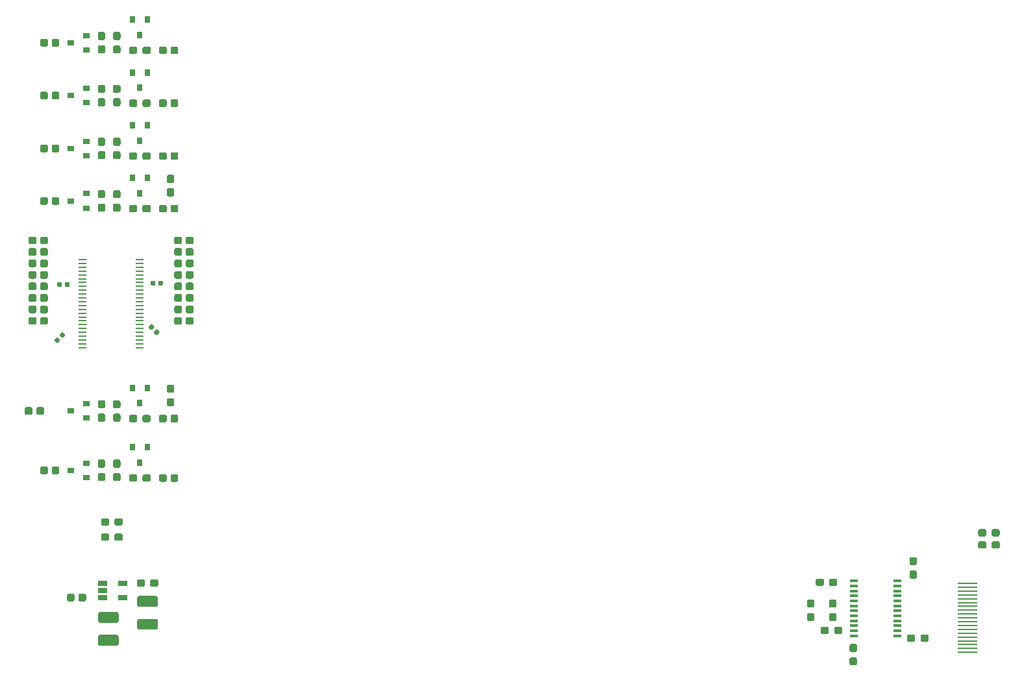
<source format=gtp>
G04 #@! TF.GenerationSoftware,KiCad,Pcbnew,(5.1.5)-3*
G04 #@! TF.CreationDate,2020-03-16T17:52:28+03:00*
G04 #@! TF.ProjectId,WM1200,574d3132-3030-42e6-9b69-6361645f7063,rev?*
G04 #@! TF.SameCoordinates,Original*
G04 #@! TF.FileFunction,Paste,Top*
G04 #@! TF.FilePolarity,Positive*
%FSLAX46Y46*%
G04 Gerber Fmt 4.6, Leading zero omitted, Abs format (unit mm)*
G04 Created by KiCad (PCBNEW (5.1.5)-3) date 2020-03-16 17:52:28*
%MOMM*%
%LPD*%
G04 APERTURE LIST*
%ADD10C,0.100000*%
%ADD11R,0.800000X0.900000*%
%ADD12R,1.220000X0.650000*%
%ADD13R,0.900000X0.800000*%
%ADD14R,1.000000X0.285000*%
%ADD15R,2.600000X0.280000*%
%ADD16R,1.100000X0.400000*%
G04 APERTURE END LIST*
D10*
G36*
X131399504Y-130376204D02*
G01*
X131423773Y-130379804D01*
X131447571Y-130385765D01*
X131470671Y-130394030D01*
X131492849Y-130404520D01*
X131513893Y-130417133D01*
X131533598Y-130431747D01*
X131551777Y-130448223D01*
X131568253Y-130466402D01*
X131582867Y-130486107D01*
X131595480Y-130507151D01*
X131605970Y-130529329D01*
X131614235Y-130552429D01*
X131620196Y-130576227D01*
X131623796Y-130600496D01*
X131625000Y-130625000D01*
X131625000Y-131550000D01*
X131623796Y-131574504D01*
X131620196Y-131598773D01*
X131614235Y-131622571D01*
X131605970Y-131645671D01*
X131595480Y-131667849D01*
X131582867Y-131688893D01*
X131568253Y-131708598D01*
X131551777Y-131726777D01*
X131533598Y-131743253D01*
X131513893Y-131757867D01*
X131492849Y-131770480D01*
X131470671Y-131780970D01*
X131447571Y-131789235D01*
X131423773Y-131795196D01*
X131399504Y-131798796D01*
X131375000Y-131800000D01*
X129225000Y-131800000D01*
X129200496Y-131798796D01*
X129176227Y-131795196D01*
X129152429Y-131789235D01*
X129129329Y-131780970D01*
X129107151Y-131770480D01*
X129086107Y-131757867D01*
X129066402Y-131743253D01*
X129048223Y-131726777D01*
X129031747Y-131708598D01*
X129017133Y-131688893D01*
X129004520Y-131667849D01*
X128994030Y-131645671D01*
X128985765Y-131622571D01*
X128979804Y-131598773D01*
X128976204Y-131574504D01*
X128975000Y-131550000D01*
X128975000Y-130625000D01*
X128976204Y-130600496D01*
X128979804Y-130576227D01*
X128985765Y-130552429D01*
X128994030Y-130529329D01*
X129004520Y-130507151D01*
X129017133Y-130486107D01*
X129031747Y-130466402D01*
X129048223Y-130448223D01*
X129066402Y-130431747D01*
X129086107Y-130417133D01*
X129107151Y-130404520D01*
X129129329Y-130394030D01*
X129152429Y-130385765D01*
X129176227Y-130379804D01*
X129200496Y-130376204D01*
X129225000Y-130375000D01*
X131375000Y-130375000D01*
X131399504Y-130376204D01*
G37*
G36*
X131399504Y-127401204D02*
G01*
X131423773Y-127404804D01*
X131447571Y-127410765D01*
X131470671Y-127419030D01*
X131492849Y-127429520D01*
X131513893Y-127442133D01*
X131533598Y-127456747D01*
X131551777Y-127473223D01*
X131568253Y-127491402D01*
X131582867Y-127511107D01*
X131595480Y-127532151D01*
X131605970Y-127554329D01*
X131614235Y-127577429D01*
X131620196Y-127601227D01*
X131623796Y-127625496D01*
X131625000Y-127650000D01*
X131625000Y-128575000D01*
X131623796Y-128599504D01*
X131620196Y-128623773D01*
X131614235Y-128647571D01*
X131605970Y-128670671D01*
X131595480Y-128692849D01*
X131582867Y-128713893D01*
X131568253Y-128733598D01*
X131551777Y-128751777D01*
X131533598Y-128768253D01*
X131513893Y-128782867D01*
X131492849Y-128795480D01*
X131470671Y-128805970D01*
X131447571Y-128814235D01*
X131423773Y-128820196D01*
X131399504Y-128823796D01*
X131375000Y-128825000D01*
X129225000Y-128825000D01*
X129200496Y-128823796D01*
X129176227Y-128820196D01*
X129152429Y-128814235D01*
X129129329Y-128805970D01*
X129107151Y-128795480D01*
X129086107Y-128782867D01*
X129066402Y-128768253D01*
X129048223Y-128751777D01*
X129031747Y-128733598D01*
X129017133Y-128713893D01*
X129004520Y-128692849D01*
X128994030Y-128670671D01*
X128985765Y-128647571D01*
X128979804Y-128623773D01*
X128976204Y-128599504D01*
X128975000Y-128575000D01*
X128975000Y-127650000D01*
X128976204Y-127625496D01*
X128979804Y-127601227D01*
X128985765Y-127577429D01*
X128994030Y-127554329D01*
X129004520Y-127532151D01*
X129017133Y-127511107D01*
X129031747Y-127491402D01*
X129048223Y-127473223D01*
X129066402Y-127456747D01*
X129086107Y-127442133D01*
X129107151Y-127429520D01*
X129129329Y-127419030D01*
X129152429Y-127410765D01*
X129176227Y-127404804D01*
X129200496Y-127401204D01*
X129225000Y-127400000D01*
X131375000Y-127400000D01*
X131399504Y-127401204D01*
G37*
G36*
X126299504Y-132463704D02*
G01*
X126323773Y-132467304D01*
X126347571Y-132473265D01*
X126370671Y-132481530D01*
X126392849Y-132492020D01*
X126413893Y-132504633D01*
X126433598Y-132519247D01*
X126451777Y-132535723D01*
X126468253Y-132553902D01*
X126482867Y-132573607D01*
X126495480Y-132594651D01*
X126505970Y-132616829D01*
X126514235Y-132639929D01*
X126520196Y-132663727D01*
X126523796Y-132687996D01*
X126525000Y-132712500D01*
X126525000Y-133637500D01*
X126523796Y-133662004D01*
X126520196Y-133686273D01*
X126514235Y-133710071D01*
X126505970Y-133733171D01*
X126495480Y-133755349D01*
X126482867Y-133776393D01*
X126468253Y-133796098D01*
X126451777Y-133814277D01*
X126433598Y-133830753D01*
X126413893Y-133845367D01*
X126392849Y-133857980D01*
X126370671Y-133868470D01*
X126347571Y-133876735D01*
X126323773Y-133882696D01*
X126299504Y-133886296D01*
X126275000Y-133887500D01*
X124125000Y-133887500D01*
X124100496Y-133886296D01*
X124076227Y-133882696D01*
X124052429Y-133876735D01*
X124029329Y-133868470D01*
X124007151Y-133857980D01*
X123986107Y-133845367D01*
X123966402Y-133830753D01*
X123948223Y-133814277D01*
X123931747Y-133796098D01*
X123917133Y-133776393D01*
X123904520Y-133755349D01*
X123894030Y-133733171D01*
X123885765Y-133710071D01*
X123879804Y-133686273D01*
X123876204Y-133662004D01*
X123875000Y-133637500D01*
X123875000Y-132712500D01*
X123876204Y-132687996D01*
X123879804Y-132663727D01*
X123885765Y-132639929D01*
X123894030Y-132616829D01*
X123904520Y-132594651D01*
X123917133Y-132573607D01*
X123931747Y-132553902D01*
X123948223Y-132535723D01*
X123966402Y-132519247D01*
X123986107Y-132504633D01*
X124007151Y-132492020D01*
X124029329Y-132481530D01*
X124052429Y-132473265D01*
X124076227Y-132467304D01*
X124100496Y-132463704D01*
X124125000Y-132462500D01*
X126275000Y-132462500D01*
X126299504Y-132463704D01*
G37*
G36*
X126299504Y-129488704D02*
G01*
X126323773Y-129492304D01*
X126347571Y-129498265D01*
X126370671Y-129506530D01*
X126392849Y-129517020D01*
X126413893Y-129529633D01*
X126433598Y-129544247D01*
X126451777Y-129560723D01*
X126468253Y-129578902D01*
X126482867Y-129598607D01*
X126495480Y-129619651D01*
X126505970Y-129641829D01*
X126514235Y-129664929D01*
X126520196Y-129688727D01*
X126523796Y-129712996D01*
X126525000Y-129737500D01*
X126525000Y-130662500D01*
X126523796Y-130687004D01*
X126520196Y-130711273D01*
X126514235Y-130735071D01*
X126505970Y-130758171D01*
X126495480Y-130780349D01*
X126482867Y-130801393D01*
X126468253Y-130821098D01*
X126451777Y-130839277D01*
X126433598Y-130855753D01*
X126413893Y-130870367D01*
X126392849Y-130882980D01*
X126370671Y-130893470D01*
X126347571Y-130901735D01*
X126323773Y-130907696D01*
X126299504Y-130911296D01*
X126275000Y-130912500D01*
X124125000Y-130912500D01*
X124100496Y-130911296D01*
X124076227Y-130907696D01*
X124052429Y-130901735D01*
X124029329Y-130893470D01*
X124007151Y-130882980D01*
X123986107Y-130870367D01*
X123966402Y-130855753D01*
X123948223Y-130839277D01*
X123931747Y-130821098D01*
X123917133Y-130801393D01*
X123904520Y-130780349D01*
X123894030Y-130758171D01*
X123885765Y-130735071D01*
X123879804Y-130711273D01*
X123876204Y-130687004D01*
X123875000Y-130662500D01*
X123875000Y-129737500D01*
X123876204Y-129712996D01*
X123879804Y-129688727D01*
X123885765Y-129664929D01*
X123894030Y-129641829D01*
X123904520Y-129619651D01*
X123917133Y-129598607D01*
X123931747Y-129578902D01*
X123948223Y-129560723D01*
X123966402Y-129544247D01*
X123986107Y-129529633D01*
X124007151Y-129517020D01*
X124029329Y-129506530D01*
X124052429Y-129498265D01*
X124076227Y-129492304D01*
X124100496Y-129488704D01*
X124125000Y-129487500D01*
X126275000Y-129487500D01*
X126299504Y-129488704D01*
G37*
D11*
X130250000Y-66000000D03*
X128350000Y-66000000D03*
X129300000Y-68000000D03*
X130250000Y-52200000D03*
X128350000Y-52200000D03*
X129300000Y-54200000D03*
X130250000Y-100250000D03*
X128350000Y-100250000D03*
X129300000Y-102250000D03*
X130250000Y-59100000D03*
X128350000Y-59100000D03*
X129300000Y-61100000D03*
X130250000Y-72850000D03*
X128350000Y-72850000D03*
X129300000Y-74850000D03*
X130250000Y-108000000D03*
X128350000Y-108000000D03*
X129300000Y-110000000D03*
D12*
X124425001Y-125725001D03*
X124425001Y-126675001D03*
X124425001Y-127625001D03*
X127045001Y-127625001D03*
X127045001Y-125725001D03*
D13*
X122300000Y-69950000D03*
X122300000Y-68050000D03*
X120300000Y-69000000D03*
X122300000Y-56150000D03*
X122300000Y-54250000D03*
X120300000Y-55200000D03*
X122300000Y-104200000D03*
X122300000Y-102300000D03*
X120300000Y-103250000D03*
X122300000Y-63050000D03*
X122300000Y-61150000D03*
X120300000Y-62100000D03*
X122300000Y-76800000D03*
X122300000Y-74900000D03*
X120300000Y-75850000D03*
X122300000Y-111950000D03*
X122300000Y-110050000D03*
X120300000Y-111000000D03*
D10*
G36*
X122074504Y-127101204D02*
G01*
X122098773Y-127104804D01*
X122122571Y-127110765D01*
X122145671Y-127119030D01*
X122167849Y-127129520D01*
X122188893Y-127142133D01*
X122208598Y-127156747D01*
X122226777Y-127173223D01*
X122243253Y-127191402D01*
X122257867Y-127211107D01*
X122270480Y-127232151D01*
X122280970Y-127254329D01*
X122289235Y-127277429D01*
X122295196Y-127301227D01*
X122298796Y-127325496D01*
X122300000Y-127350000D01*
X122300000Y-127850000D01*
X122298796Y-127874504D01*
X122295196Y-127898773D01*
X122289235Y-127922571D01*
X122280970Y-127945671D01*
X122270480Y-127967849D01*
X122257867Y-127988893D01*
X122243253Y-128008598D01*
X122226777Y-128026777D01*
X122208598Y-128043253D01*
X122188893Y-128057867D01*
X122167849Y-128070480D01*
X122145671Y-128080970D01*
X122122571Y-128089235D01*
X122098773Y-128095196D01*
X122074504Y-128098796D01*
X122050000Y-128100000D01*
X121550000Y-128100000D01*
X121525496Y-128098796D01*
X121501227Y-128095196D01*
X121477429Y-128089235D01*
X121454329Y-128080970D01*
X121432151Y-128070480D01*
X121411107Y-128057867D01*
X121391402Y-128043253D01*
X121373223Y-128026777D01*
X121356747Y-128008598D01*
X121342133Y-127988893D01*
X121329520Y-127967849D01*
X121319030Y-127945671D01*
X121310765Y-127922571D01*
X121304804Y-127898773D01*
X121301204Y-127874504D01*
X121300000Y-127850000D01*
X121300000Y-127350000D01*
X121301204Y-127325496D01*
X121304804Y-127301227D01*
X121310765Y-127277429D01*
X121319030Y-127254329D01*
X121329520Y-127232151D01*
X121342133Y-127211107D01*
X121356747Y-127191402D01*
X121373223Y-127173223D01*
X121391402Y-127156747D01*
X121411107Y-127142133D01*
X121432151Y-127129520D01*
X121454329Y-127119030D01*
X121477429Y-127110765D01*
X121501227Y-127104804D01*
X121525496Y-127101204D01*
X121550000Y-127100000D01*
X122050000Y-127100000D01*
X122074504Y-127101204D01*
G37*
G36*
X120574504Y-127101204D02*
G01*
X120598773Y-127104804D01*
X120622571Y-127110765D01*
X120645671Y-127119030D01*
X120667849Y-127129520D01*
X120688893Y-127142133D01*
X120708598Y-127156747D01*
X120726777Y-127173223D01*
X120743253Y-127191402D01*
X120757867Y-127211107D01*
X120770480Y-127232151D01*
X120780970Y-127254329D01*
X120789235Y-127277429D01*
X120795196Y-127301227D01*
X120798796Y-127325496D01*
X120800000Y-127350000D01*
X120800000Y-127850000D01*
X120798796Y-127874504D01*
X120795196Y-127898773D01*
X120789235Y-127922571D01*
X120780970Y-127945671D01*
X120770480Y-127967849D01*
X120757867Y-127988893D01*
X120743253Y-128008598D01*
X120726777Y-128026777D01*
X120708598Y-128043253D01*
X120688893Y-128057867D01*
X120667849Y-128070480D01*
X120645671Y-128080970D01*
X120622571Y-128089235D01*
X120598773Y-128095196D01*
X120574504Y-128098796D01*
X120550000Y-128100000D01*
X120050000Y-128100000D01*
X120025496Y-128098796D01*
X120001227Y-128095196D01*
X119977429Y-128089235D01*
X119954329Y-128080970D01*
X119932151Y-128070480D01*
X119911107Y-128057867D01*
X119891402Y-128043253D01*
X119873223Y-128026777D01*
X119856747Y-128008598D01*
X119842133Y-127988893D01*
X119829520Y-127967849D01*
X119819030Y-127945671D01*
X119810765Y-127922571D01*
X119804804Y-127898773D01*
X119801204Y-127874504D01*
X119800000Y-127850000D01*
X119800000Y-127350000D01*
X119801204Y-127325496D01*
X119804804Y-127301227D01*
X119810765Y-127277429D01*
X119819030Y-127254329D01*
X119829520Y-127232151D01*
X119842133Y-127211107D01*
X119856747Y-127191402D01*
X119873223Y-127173223D01*
X119891402Y-127156747D01*
X119911107Y-127142133D01*
X119932151Y-127129520D01*
X119954329Y-127119030D01*
X119977429Y-127110765D01*
X120001227Y-127104804D01*
X120025496Y-127101204D01*
X120050000Y-127100000D01*
X120550000Y-127100000D01*
X120574504Y-127101204D01*
G37*
G36*
X130839189Y-91908989D02*
G01*
X130853507Y-91911113D01*
X130867548Y-91914630D01*
X130881177Y-91919507D01*
X130894262Y-91925696D01*
X130906678Y-91933137D01*
X130918304Y-91941760D01*
X130929029Y-91951481D01*
X131137625Y-92160077D01*
X131147346Y-92170802D01*
X131155969Y-92182428D01*
X131163410Y-92194844D01*
X131169599Y-92207929D01*
X131174476Y-92221558D01*
X131177993Y-92235599D01*
X131180117Y-92249917D01*
X131180827Y-92264375D01*
X131180117Y-92278833D01*
X131177993Y-92293151D01*
X131174476Y-92307192D01*
X131169599Y-92320821D01*
X131163410Y-92333906D01*
X131155969Y-92346322D01*
X131147346Y-92357948D01*
X131137625Y-92368673D01*
X130893673Y-92612625D01*
X130882948Y-92622346D01*
X130871322Y-92630969D01*
X130858906Y-92638410D01*
X130845821Y-92644599D01*
X130832192Y-92649476D01*
X130818151Y-92652993D01*
X130803833Y-92655117D01*
X130789375Y-92655827D01*
X130774917Y-92655117D01*
X130760599Y-92652993D01*
X130746558Y-92649476D01*
X130732929Y-92644599D01*
X130719844Y-92638410D01*
X130707428Y-92630969D01*
X130695802Y-92622346D01*
X130685077Y-92612625D01*
X130476481Y-92404029D01*
X130466760Y-92393304D01*
X130458137Y-92381678D01*
X130450696Y-92369262D01*
X130444507Y-92356177D01*
X130439630Y-92342548D01*
X130436113Y-92328507D01*
X130433989Y-92314189D01*
X130433279Y-92299731D01*
X130433989Y-92285273D01*
X130436113Y-92270955D01*
X130439630Y-92256914D01*
X130444507Y-92243285D01*
X130450696Y-92230200D01*
X130458137Y-92217784D01*
X130466760Y-92206158D01*
X130476481Y-92195433D01*
X130720433Y-91951481D01*
X130731158Y-91941760D01*
X130742784Y-91933137D01*
X130755200Y-91925696D01*
X130768285Y-91919507D01*
X130781914Y-91914630D01*
X130795955Y-91911113D01*
X130810273Y-91908989D01*
X130824731Y-91908279D01*
X130839189Y-91908989D01*
G37*
G36*
X131525083Y-92594883D02*
G01*
X131539401Y-92597007D01*
X131553442Y-92600524D01*
X131567071Y-92605401D01*
X131580156Y-92611590D01*
X131592572Y-92619031D01*
X131604198Y-92627654D01*
X131614923Y-92637375D01*
X131823519Y-92845971D01*
X131833240Y-92856696D01*
X131841863Y-92868322D01*
X131849304Y-92880738D01*
X131855493Y-92893823D01*
X131860370Y-92907452D01*
X131863887Y-92921493D01*
X131866011Y-92935811D01*
X131866721Y-92950269D01*
X131866011Y-92964727D01*
X131863887Y-92979045D01*
X131860370Y-92993086D01*
X131855493Y-93006715D01*
X131849304Y-93019800D01*
X131841863Y-93032216D01*
X131833240Y-93043842D01*
X131823519Y-93054567D01*
X131579567Y-93298519D01*
X131568842Y-93308240D01*
X131557216Y-93316863D01*
X131544800Y-93324304D01*
X131531715Y-93330493D01*
X131518086Y-93335370D01*
X131504045Y-93338887D01*
X131489727Y-93341011D01*
X131475269Y-93341721D01*
X131460811Y-93341011D01*
X131446493Y-93338887D01*
X131432452Y-93335370D01*
X131418823Y-93330493D01*
X131405738Y-93324304D01*
X131393322Y-93316863D01*
X131381696Y-93308240D01*
X131370971Y-93298519D01*
X131162375Y-93089923D01*
X131152654Y-93079198D01*
X131144031Y-93067572D01*
X131136590Y-93055156D01*
X131130401Y-93042071D01*
X131125524Y-93028442D01*
X131122007Y-93014401D01*
X131119883Y-93000083D01*
X131119173Y-92985625D01*
X131119883Y-92971167D01*
X131122007Y-92956849D01*
X131125524Y-92942808D01*
X131130401Y-92929179D01*
X131136590Y-92916094D01*
X131144031Y-92903678D01*
X131152654Y-92892052D01*
X131162375Y-92881327D01*
X131406327Y-92637375D01*
X131417052Y-92627654D01*
X131428678Y-92619031D01*
X131441094Y-92611590D01*
X131454179Y-92605401D01*
X131467808Y-92600524D01*
X131481849Y-92597007D01*
X131496167Y-92594883D01*
X131510625Y-92594173D01*
X131525083Y-92594883D01*
G37*
G36*
X119199727Y-92953989D02*
G01*
X119214045Y-92956113D01*
X119228086Y-92959630D01*
X119241715Y-92964507D01*
X119254800Y-92970696D01*
X119267216Y-92978137D01*
X119278842Y-92986760D01*
X119289567Y-92996481D01*
X119533519Y-93240433D01*
X119543240Y-93251158D01*
X119551863Y-93262784D01*
X119559304Y-93275200D01*
X119565493Y-93288285D01*
X119570370Y-93301914D01*
X119573887Y-93315955D01*
X119576011Y-93330273D01*
X119576721Y-93344731D01*
X119576011Y-93359189D01*
X119573887Y-93373507D01*
X119570370Y-93387548D01*
X119565493Y-93401177D01*
X119559304Y-93414262D01*
X119551863Y-93426678D01*
X119543240Y-93438304D01*
X119533519Y-93449029D01*
X119324923Y-93657625D01*
X119314198Y-93667346D01*
X119302572Y-93675969D01*
X119290156Y-93683410D01*
X119277071Y-93689599D01*
X119263442Y-93694476D01*
X119249401Y-93697993D01*
X119235083Y-93700117D01*
X119220625Y-93700827D01*
X119206167Y-93700117D01*
X119191849Y-93697993D01*
X119177808Y-93694476D01*
X119164179Y-93689599D01*
X119151094Y-93683410D01*
X119138678Y-93675969D01*
X119127052Y-93667346D01*
X119116327Y-93657625D01*
X118872375Y-93413673D01*
X118862654Y-93402948D01*
X118854031Y-93391322D01*
X118846590Y-93378906D01*
X118840401Y-93365821D01*
X118835524Y-93352192D01*
X118832007Y-93338151D01*
X118829883Y-93323833D01*
X118829173Y-93309375D01*
X118829883Y-93294917D01*
X118832007Y-93280599D01*
X118835524Y-93266558D01*
X118840401Y-93252929D01*
X118846590Y-93239844D01*
X118854031Y-93227428D01*
X118862654Y-93215802D01*
X118872375Y-93205077D01*
X119080971Y-92996481D01*
X119091696Y-92986760D01*
X119103322Y-92978137D01*
X119115738Y-92970696D01*
X119128823Y-92964507D01*
X119142452Y-92959630D01*
X119156493Y-92956113D01*
X119170811Y-92953989D01*
X119185269Y-92953279D01*
X119199727Y-92953989D01*
G37*
G36*
X118513833Y-93639883D02*
G01*
X118528151Y-93642007D01*
X118542192Y-93645524D01*
X118555821Y-93650401D01*
X118568906Y-93656590D01*
X118581322Y-93664031D01*
X118592948Y-93672654D01*
X118603673Y-93682375D01*
X118847625Y-93926327D01*
X118857346Y-93937052D01*
X118865969Y-93948678D01*
X118873410Y-93961094D01*
X118879599Y-93974179D01*
X118884476Y-93987808D01*
X118887993Y-94001849D01*
X118890117Y-94016167D01*
X118890827Y-94030625D01*
X118890117Y-94045083D01*
X118887993Y-94059401D01*
X118884476Y-94073442D01*
X118879599Y-94087071D01*
X118873410Y-94100156D01*
X118865969Y-94112572D01*
X118857346Y-94124198D01*
X118847625Y-94134923D01*
X118639029Y-94343519D01*
X118628304Y-94353240D01*
X118616678Y-94361863D01*
X118604262Y-94369304D01*
X118591177Y-94375493D01*
X118577548Y-94380370D01*
X118563507Y-94383887D01*
X118549189Y-94386011D01*
X118534731Y-94386721D01*
X118520273Y-94386011D01*
X118505955Y-94383887D01*
X118491914Y-94380370D01*
X118478285Y-94375493D01*
X118465200Y-94369304D01*
X118452784Y-94361863D01*
X118441158Y-94353240D01*
X118430433Y-94343519D01*
X118186481Y-94099567D01*
X118176760Y-94088842D01*
X118168137Y-94077216D01*
X118160696Y-94064800D01*
X118154507Y-94051715D01*
X118149630Y-94038086D01*
X118146113Y-94024045D01*
X118143989Y-94009727D01*
X118143279Y-93995269D01*
X118143989Y-93980811D01*
X118146113Y-93966493D01*
X118149630Y-93952452D01*
X118154507Y-93938823D01*
X118160696Y-93925738D01*
X118168137Y-93913322D01*
X118176760Y-93901696D01*
X118186481Y-93890971D01*
X118395077Y-93682375D01*
X118405802Y-93672654D01*
X118417428Y-93664031D01*
X118429844Y-93656590D01*
X118442929Y-93650401D01*
X118456558Y-93645524D01*
X118470599Y-93642007D01*
X118484917Y-93639883D01*
X118499375Y-93639173D01*
X118513833Y-93639883D01*
G37*
G36*
X131186958Y-86255710D02*
G01*
X131201276Y-86257834D01*
X131215317Y-86261351D01*
X131228946Y-86266228D01*
X131242031Y-86272417D01*
X131254447Y-86279858D01*
X131266073Y-86288481D01*
X131276798Y-86298202D01*
X131286519Y-86308927D01*
X131295142Y-86320553D01*
X131302583Y-86332969D01*
X131308772Y-86346054D01*
X131313649Y-86359683D01*
X131317166Y-86373724D01*
X131319290Y-86388042D01*
X131320000Y-86402500D01*
X131320000Y-86747500D01*
X131319290Y-86761958D01*
X131317166Y-86776276D01*
X131313649Y-86790317D01*
X131308772Y-86803946D01*
X131302583Y-86817031D01*
X131295142Y-86829447D01*
X131286519Y-86841073D01*
X131276798Y-86851798D01*
X131266073Y-86861519D01*
X131254447Y-86870142D01*
X131242031Y-86877583D01*
X131228946Y-86883772D01*
X131215317Y-86888649D01*
X131201276Y-86892166D01*
X131186958Y-86894290D01*
X131172500Y-86895000D01*
X130877500Y-86895000D01*
X130863042Y-86894290D01*
X130848724Y-86892166D01*
X130834683Y-86888649D01*
X130821054Y-86883772D01*
X130807969Y-86877583D01*
X130795553Y-86870142D01*
X130783927Y-86861519D01*
X130773202Y-86851798D01*
X130763481Y-86841073D01*
X130754858Y-86829447D01*
X130747417Y-86817031D01*
X130741228Y-86803946D01*
X130736351Y-86790317D01*
X130732834Y-86776276D01*
X130730710Y-86761958D01*
X130730000Y-86747500D01*
X130730000Y-86402500D01*
X130730710Y-86388042D01*
X130732834Y-86373724D01*
X130736351Y-86359683D01*
X130741228Y-86346054D01*
X130747417Y-86332969D01*
X130754858Y-86320553D01*
X130763481Y-86308927D01*
X130773202Y-86298202D01*
X130783927Y-86288481D01*
X130795553Y-86279858D01*
X130807969Y-86272417D01*
X130821054Y-86266228D01*
X130834683Y-86261351D01*
X130848724Y-86257834D01*
X130863042Y-86255710D01*
X130877500Y-86255000D01*
X131172500Y-86255000D01*
X131186958Y-86255710D01*
G37*
G36*
X132156958Y-86255710D02*
G01*
X132171276Y-86257834D01*
X132185317Y-86261351D01*
X132198946Y-86266228D01*
X132212031Y-86272417D01*
X132224447Y-86279858D01*
X132236073Y-86288481D01*
X132246798Y-86298202D01*
X132256519Y-86308927D01*
X132265142Y-86320553D01*
X132272583Y-86332969D01*
X132278772Y-86346054D01*
X132283649Y-86359683D01*
X132287166Y-86373724D01*
X132289290Y-86388042D01*
X132290000Y-86402500D01*
X132290000Y-86747500D01*
X132289290Y-86761958D01*
X132287166Y-86776276D01*
X132283649Y-86790317D01*
X132278772Y-86803946D01*
X132272583Y-86817031D01*
X132265142Y-86829447D01*
X132256519Y-86841073D01*
X132246798Y-86851798D01*
X132236073Y-86861519D01*
X132224447Y-86870142D01*
X132212031Y-86877583D01*
X132198946Y-86883772D01*
X132185317Y-86888649D01*
X132171276Y-86892166D01*
X132156958Y-86894290D01*
X132142500Y-86895000D01*
X131847500Y-86895000D01*
X131833042Y-86894290D01*
X131818724Y-86892166D01*
X131804683Y-86888649D01*
X131791054Y-86883772D01*
X131777969Y-86877583D01*
X131765553Y-86870142D01*
X131753927Y-86861519D01*
X131743202Y-86851798D01*
X131733481Y-86841073D01*
X131724858Y-86829447D01*
X131717417Y-86817031D01*
X131711228Y-86803946D01*
X131706351Y-86790317D01*
X131702834Y-86776276D01*
X131700710Y-86761958D01*
X131700000Y-86747500D01*
X131700000Y-86402500D01*
X131700710Y-86388042D01*
X131702834Y-86373724D01*
X131706351Y-86359683D01*
X131711228Y-86346054D01*
X131717417Y-86332969D01*
X131724858Y-86320553D01*
X131733481Y-86308927D01*
X131743202Y-86298202D01*
X131753927Y-86288481D01*
X131765553Y-86279858D01*
X131777969Y-86272417D01*
X131791054Y-86266228D01*
X131804683Y-86261351D01*
X131818724Y-86257834D01*
X131833042Y-86255710D01*
X131847500Y-86255000D01*
X132142500Y-86255000D01*
X132156958Y-86255710D01*
G37*
G36*
X119981958Y-86430710D02*
G01*
X119996276Y-86432834D01*
X120010317Y-86436351D01*
X120023946Y-86441228D01*
X120037031Y-86447417D01*
X120049447Y-86454858D01*
X120061073Y-86463481D01*
X120071798Y-86473202D01*
X120081519Y-86483927D01*
X120090142Y-86495553D01*
X120097583Y-86507969D01*
X120103772Y-86521054D01*
X120108649Y-86534683D01*
X120112166Y-86548724D01*
X120114290Y-86563042D01*
X120115000Y-86577500D01*
X120115000Y-86922500D01*
X120114290Y-86936958D01*
X120112166Y-86951276D01*
X120108649Y-86965317D01*
X120103772Y-86978946D01*
X120097583Y-86992031D01*
X120090142Y-87004447D01*
X120081519Y-87016073D01*
X120071798Y-87026798D01*
X120061073Y-87036519D01*
X120049447Y-87045142D01*
X120037031Y-87052583D01*
X120023946Y-87058772D01*
X120010317Y-87063649D01*
X119996276Y-87067166D01*
X119981958Y-87069290D01*
X119967500Y-87070000D01*
X119672500Y-87070000D01*
X119658042Y-87069290D01*
X119643724Y-87067166D01*
X119629683Y-87063649D01*
X119616054Y-87058772D01*
X119602969Y-87052583D01*
X119590553Y-87045142D01*
X119578927Y-87036519D01*
X119568202Y-87026798D01*
X119558481Y-87016073D01*
X119549858Y-87004447D01*
X119542417Y-86992031D01*
X119536228Y-86978946D01*
X119531351Y-86965317D01*
X119527834Y-86951276D01*
X119525710Y-86936958D01*
X119525000Y-86922500D01*
X119525000Y-86577500D01*
X119525710Y-86563042D01*
X119527834Y-86548724D01*
X119531351Y-86534683D01*
X119536228Y-86521054D01*
X119542417Y-86507969D01*
X119549858Y-86495553D01*
X119558481Y-86483927D01*
X119568202Y-86473202D01*
X119578927Y-86463481D01*
X119590553Y-86454858D01*
X119602969Y-86447417D01*
X119616054Y-86441228D01*
X119629683Y-86436351D01*
X119643724Y-86432834D01*
X119658042Y-86430710D01*
X119672500Y-86430000D01*
X119967500Y-86430000D01*
X119981958Y-86430710D01*
G37*
G36*
X119011958Y-86430710D02*
G01*
X119026276Y-86432834D01*
X119040317Y-86436351D01*
X119053946Y-86441228D01*
X119067031Y-86447417D01*
X119079447Y-86454858D01*
X119091073Y-86463481D01*
X119101798Y-86473202D01*
X119111519Y-86483927D01*
X119120142Y-86495553D01*
X119127583Y-86507969D01*
X119133772Y-86521054D01*
X119138649Y-86534683D01*
X119142166Y-86548724D01*
X119144290Y-86563042D01*
X119145000Y-86577500D01*
X119145000Y-86922500D01*
X119144290Y-86936958D01*
X119142166Y-86951276D01*
X119138649Y-86965317D01*
X119133772Y-86978946D01*
X119127583Y-86992031D01*
X119120142Y-87004447D01*
X119111519Y-87016073D01*
X119101798Y-87026798D01*
X119091073Y-87036519D01*
X119079447Y-87045142D01*
X119067031Y-87052583D01*
X119053946Y-87058772D01*
X119040317Y-87063649D01*
X119026276Y-87067166D01*
X119011958Y-87069290D01*
X118997500Y-87070000D01*
X118702500Y-87070000D01*
X118688042Y-87069290D01*
X118673724Y-87067166D01*
X118659683Y-87063649D01*
X118646054Y-87058772D01*
X118632969Y-87052583D01*
X118620553Y-87045142D01*
X118608927Y-87036519D01*
X118598202Y-87026798D01*
X118588481Y-87016073D01*
X118579858Y-87004447D01*
X118572417Y-86992031D01*
X118566228Y-86978946D01*
X118561351Y-86965317D01*
X118557834Y-86951276D01*
X118555710Y-86936958D01*
X118555000Y-86922500D01*
X118555000Y-86577500D01*
X118555710Y-86563042D01*
X118557834Y-86548724D01*
X118561351Y-86534683D01*
X118566228Y-86521054D01*
X118572417Y-86507969D01*
X118579858Y-86495553D01*
X118588481Y-86483927D01*
X118598202Y-86473202D01*
X118608927Y-86463481D01*
X118620553Y-86454858D01*
X118632969Y-86447417D01*
X118646054Y-86441228D01*
X118659683Y-86436351D01*
X118673724Y-86432834D01*
X118688042Y-86430710D01*
X118702500Y-86430000D01*
X118997500Y-86430000D01*
X119011958Y-86430710D01*
G37*
D14*
X129300000Y-83500000D03*
X129300000Y-84000000D03*
X129300000Y-84500000D03*
X129300000Y-85000000D03*
X129300000Y-85500000D03*
X129300000Y-86000000D03*
X129300000Y-86500000D03*
X129300000Y-87000000D03*
X129300000Y-87500000D03*
X129300000Y-88000000D03*
X129300000Y-88500000D03*
X129300000Y-89000000D03*
X129300000Y-89500000D03*
X129300000Y-90000000D03*
X129300000Y-90500000D03*
X129300000Y-91000000D03*
X129300000Y-91500000D03*
X129300000Y-92000000D03*
X129300000Y-92500000D03*
X129300000Y-93000000D03*
X129300000Y-93500000D03*
X129300000Y-94000000D03*
X129300000Y-94500000D03*
X129300000Y-95000000D03*
X121800000Y-95000000D03*
X121800000Y-94500000D03*
X121800000Y-94000000D03*
X121800000Y-93500000D03*
X121800000Y-93000000D03*
X121800000Y-92500000D03*
X121800000Y-92000000D03*
X121800000Y-91500000D03*
X121800000Y-91000000D03*
X121800000Y-90500000D03*
X121800000Y-90000000D03*
X121800000Y-89500000D03*
X121800000Y-89000000D03*
X121800000Y-88500000D03*
X121800000Y-88000000D03*
X121800000Y-87500000D03*
X121800000Y-87000000D03*
X121800000Y-86500000D03*
X121800000Y-86000000D03*
X121800000Y-85500000D03*
X121800000Y-85000000D03*
X121800000Y-84500000D03*
X121800000Y-84000000D03*
X121800000Y-83500000D03*
D10*
G36*
X132574504Y-69501204D02*
G01*
X132598773Y-69504804D01*
X132622571Y-69510765D01*
X132645671Y-69519030D01*
X132667849Y-69529520D01*
X132688893Y-69542133D01*
X132708598Y-69556747D01*
X132726777Y-69573223D01*
X132743253Y-69591402D01*
X132757867Y-69611107D01*
X132770480Y-69632151D01*
X132780970Y-69654329D01*
X132789235Y-69677429D01*
X132795196Y-69701227D01*
X132798796Y-69725496D01*
X132800000Y-69750000D01*
X132800000Y-70250000D01*
X132798796Y-70274504D01*
X132795196Y-70298773D01*
X132789235Y-70322571D01*
X132780970Y-70345671D01*
X132770480Y-70367849D01*
X132757867Y-70388893D01*
X132743253Y-70408598D01*
X132726777Y-70426777D01*
X132708598Y-70443253D01*
X132688893Y-70457867D01*
X132667849Y-70470480D01*
X132645671Y-70480970D01*
X132622571Y-70489235D01*
X132598773Y-70495196D01*
X132574504Y-70498796D01*
X132550000Y-70500000D01*
X132050000Y-70500000D01*
X132025496Y-70498796D01*
X132001227Y-70495196D01*
X131977429Y-70489235D01*
X131954329Y-70480970D01*
X131932151Y-70470480D01*
X131911107Y-70457867D01*
X131891402Y-70443253D01*
X131873223Y-70426777D01*
X131856747Y-70408598D01*
X131842133Y-70388893D01*
X131829520Y-70367849D01*
X131819030Y-70345671D01*
X131810765Y-70322571D01*
X131804804Y-70298773D01*
X131801204Y-70274504D01*
X131800000Y-70250000D01*
X131800000Y-69750000D01*
X131801204Y-69725496D01*
X131804804Y-69701227D01*
X131810765Y-69677429D01*
X131819030Y-69654329D01*
X131829520Y-69632151D01*
X131842133Y-69611107D01*
X131856747Y-69591402D01*
X131873223Y-69573223D01*
X131891402Y-69556747D01*
X131911107Y-69542133D01*
X131932151Y-69529520D01*
X131954329Y-69519030D01*
X131977429Y-69510765D01*
X132001227Y-69504804D01*
X132025496Y-69501204D01*
X132050000Y-69500000D01*
X132550000Y-69500000D01*
X132574504Y-69501204D01*
G37*
G36*
X134074504Y-69501204D02*
G01*
X134098773Y-69504804D01*
X134122571Y-69510765D01*
X134145671Y-69519030D01*
X134167849Y-69529520D01*
X134188893Y-69542133D01*
X134208598Y-69556747D01*
X134226777Y-69573223D01*
X134243253Y-69591402D01*
X134257867Y-69611107D01*
X134270480Y-69632151D01*
X134280970Y-69654329D01*
X134289235Y-69677429D01*
X134295196Y-69701227D01*
X134298796Y-69725496D01*
X134300000Y-69750000D01*
X134300000Y-70250000D01*
X134298796Y-70274504D01*
X134295196Y-70298773D01*
X134289235Y-70322571D01*
X134280970Y-70345671D01*
X134270480Y-70367849D01*
X134257867Y-70388893D01*
X134243253Y-70408598D01*
X134226777Y-70426777D01*
X134208598Y-70443253D01*
X134188893Y-70457867D01*
X134167849Y-70470480D01*
X134145671Y-70480970D01*
X134122571Y-70489235D01*
X134098773Y-70495196D01*
X134074504Y-70498796D01*
X134050000Y-70500000D01*
X133550000Y-70500000D01*
X133525496Y-70498796D01*
X133501227Y-70495196D01*
X133477429Y-70489235D01*
X133454329Y-70480970D01*
X133432151Y-70470480D01*
X133411107Y-70457867D01*
X133391402Y-70443253D01*
X133373223Y-70426777D01*
X133356747Y-70408598D01*
X133342133Y-70388893D01*
X133329520Y-70367849D01*
X133319030Y-70345671D01*
X133310765Y-70322571D01*
X133304804Y-70298773D01*
X133301204Y-70274504D01*
X133300000Y-70250000D01*
X133300000Y-69750000D01*
X133301204Y-69725496D01*
X133304804Y-69701227D01*
X133310765Y-69677429D01*
X133319030Y-69654329D01*
X133329520Y-69632151D01*
X133342133Y-69611107D01*
X133356747Y-69591402D01*
X133373223Y-69573223D01*
X133391402Y-69556747D01*
X133411107Y-69542133D01*
X133432151Y-69529520D01*
X133454329Y-69519030D01*
X133477429Y-69510765D01*
X133501227Y-69504804D01*
X133525496Y-69501204D01*
X133550000Y-69500000D01*
X134050000Y-69500000D01*
X134074504Y-69501204D01*
G37*
G36*
X117074504Y-68501204D02*
G01*
X117098773Y-68504804D01*
X117122571Y-68510765D01*
X117145671Y-68519030D01*
X117167849Y-68529520D01*
X117188893Y-68542133D01*
X117208598Y-68556747D01*
X117226777Y-68573223D01*
X117243253Y-68591402D01*
X117257867Y-68611107D01*
X117270480Y-68632151D01*
X117280970Y-68654329D01*
X117289235Y-68677429D01*
X117295196Y-68701227D01*
X117298796Y-68725496D01*
X117300000Y-68750000D01*
X117300000Y-69250000D01*
X117298796Y-69274504D01*
X117295196Y-69298773D01*
X117289235Y-69322571D01*
X117280970Y-69345671D01*
X117270480Y-69367849D01*
X117257867Y-69388893D01*
X117243253Y-69408598D01*
X117226777Y-69426777D01*
X117208598Y-69443253D01*
X117188893Y-69457867D01*
X117167849Y-69470480D01*
X117145671Y-69480970D01*
X117122571Y-69489235D01*
X117098773Y-69495196D01*
X117074504Y-69498796D01*
X117050000Y-69500000D01*
X116550000Y-69500000D01*
X116525496Y-69498796D01*
X116501227Y-69495196D01*
X116477429Y-69489235D01*
X116454329Y-69480970D01*
X116432151Y-69470480D01*
X116411107Y-69457867D01*
X116391402Y-69443253D01*
X116373223Y-69426777D01*
X116356747Y-69408598D01*
X116342133Y-69388893D01*
X116329520Y-69367849D01*
X116319030Y-69345671D01*
X116310765Y-69322571D01*
X116304804Y-69298773D01*
X116301204Y-69274504D01*
X116300000Y-69250000D01*
X116300000Y-68750000D01*
X116301204Y-68725496D01*
X116304804Y-68701227D01*
X116310765Y-68677429D01*
X116319030Y-68654329D01*
X116329520Y-68632151D01*
X116342133Y-68611107D01*
X116356747Y-68591402D01*
X116373223Y-68573223D01*
X116391402Y-68556747D01*
X116411107Y-68542133D01*
X116432151Y-68529520D01*
X116454329Y-68519030D01*
X116477429Y-68510765D01*
X116501227Y-68504804D01*
X116525496Y-68501204D01*
X116550000Y-68500000D01*
X117050000Y-68500000D01*
X117074504Y-68501204D01*
G37*
G36*
X118574504Y-68501204D02*
G01*
X118598773Y-68504804D01*
X118622571Y-68510765D01*
X118645671Y-68519030D01*
X118667849Y-68529520D01*
X118688893Y-68542133D01*
X118708598Y-68556747D01*
X118726777Y-68573223D01*
X118743253Y-68591402D01*
X118757867Y-68611107D01*
X118770480Y-68632151D01*
X118780970Y-68654329D01*
X118789235Y-68677429D01*
X118795196Y-68701227D01*
X118798796Y-68725496D01*
X118800000Y-68750000D01*
X118800000Y-69250000D01*
X118798796Y-69274504D01*
X118795196Y-69298773D01*
X118789235Y-69322571D01*
X118780970Y-69345671D01*
X118770480Y-69367849D01*
X118757867Y-69388893D01*
X118743253Y-69408598D01*
X118726777Y-69426777D01*
X118708598Y-69443253D01*
X118688893Y-69457867D01*
X118667849Y-69470480D01*
X118645671Y-69480970D01*
X118622571Y-69489235D01*
X118598773Y-69495196D01*
X118574504Y-69498796D01*
X118550000Y-69500000D01*
X118050000Y-69500000D01*
X118025496Y-69498796D01*
X118001227Y-69495196D01*
X117977429Y-69489235D01*
X117954329Y-69480970D01*
X117932151Y-69470480D01*
X117911107Y-69457867D01*
X117891402Y-69443253D01*
X117873223Y-69426777D01*
X117856747Y-69408598D01*
X117842133Y-69388893D01*
X117829520Y-69367849D01*
X117819030Y-69345671D01*
X117810765Y-69322571D01*
X117804804Y-69298773D01*
X117801204Y-69274504D01*
X117800000Y-69250000D01*
X117800000Y-68750000D01*
X117801204Y-68725496D01*
X117804804Y-68701227D01*
X117810765Y-68677429D01*
X117819030Y-68654329D01*
X117829520Y-68632151D01*
X117842133Y-68611107D01*
X117856747Y-68591402D01*
X117873223Y-68573223D01*
X117891402Y-68556747D01*
X117911107Y-68542133D01*
X117932151Y-68529520D01*
X117954329Y-68519030D01*
X117977429Y-68510765D01*
X118001227Y-68504804D01*
X118025496Y-68501204D01*
X118050000Y-68500000D01*
X118550000Y-68500000D01*
X118574504Y-68501204D01*
G37*
G36*
X132574504Y-55701204D02*
G01*
X132598773Y-55704804D01*
X132622571Y-55710765D01*
X132645671Y-55719030D01*
X132667849Y-55729520D01*
X132688893Y-55742133D01*
X132708598Y-55756747D01*
X132726777Y-55773223D01*
X132743253Y-55791402D01*
X132757867Y-55811107D01*
X132770480Y-55832151D01*
X132780970Y-55854329D01*
X132789235Y-55877429D01*
X132795196Y-55901227D01*
X132798796Y-55925496D01*
X132800000Y-55950000D01*
X132800000Y-56450000D01*
X132798796Y-56474504D01*
X132795196Y-56498773D01*
X132789235Y-56522571D01*
X132780970Y-56545671D01*
X132770480Y-56567849D01*
X132757867Y-56588893D01*
X132743253Y-56608598D01*
X132726777Y-56626777D01*
X132708598Y-56643253D01*
X132688893Y-56657867D01*
X132667849Y-56670480D01*
X132645671Y-56680970D01*
X132622571Y-56689235D01*
X132598773Y-56695196D01*
X132574504Y-56698796D01*
X132550000Y-56700000D01*
X132050000Y-56700000D01*
X132025496Y-56698796D01*
X132001227Y-56695196D01*
X131977429Y-56689235D01*
X131954329Y-56680970D01*
X131932151Y-56670480D01*
X131911107Y-56657867D01*
X131891402Y-56643253D01*
X131873223Y-56626777D01*
X131856747Y-56608598D01*
X131842133Y-56588893D01*
X131829520Y-56567849D01*
X131819030Y-56545671D01*
X131810765Y-56522571D01*
X131804804Y-56498773D01*
X131801204Y-56474504D01*
X131800000Y-56450000D01*
X131800000Y-55950000D01*
X131801204Y-55925496D01*
X131804804Y-55901227D01*
X131810765Y-55877429D01*
X131819030Y-55854329D01*
X131829520Y-55832151D01*
X131842133Y-55811107D01*
X131856747Y-55791402D01*
X131873223Y-55773223D01*
X131891402Y-55756747D01*
X131911107Y-55742133D01*
X131932151Y-55729520D01*
X131954329Y-55719030D01*
X131977429Y-55710765D01*
X132001227Y-55704804D01*
X132025496Y-55701204D01*
X132050000Y-55700000D01*
X132550000Y-55700000D01*
X132574504Y-55701204D01*
G37*
G36*
X134074504Y-55701204D02*
G01*
X134098773Y-55704804D01*
X134122571Y-55710765D01*
X134145671Y-55719030D01*
X134167849Y-55729520D01*
X134188893Y-55742133D01*
X134208598Y-55756747D01*
X134226777Y-55773223D01*
X134243253Y-55791402D01*
X134257867Y-55811107D01*
X134270480Y-55832151D01*
X134280970Y-55854329D01*
X134289235Y-55877429D01*
X134295196Y-55901227D01*
X134298796Y-55925496D01*
X134300000Y-55950000D01*
X134300000Y-56450000D01*
X134298796Y-56474504D01*
X134295196Y-56498773D01*
X134289235Y-56522571D01*
X134280970Y-56545671D01*
X134270480Y-56567849D01*
X134257867Y-56588893D01*
X134243253Y-56608598D01*
X134226777Y-56626777D01*
X134208598Y-56643253D01*
X134188893Y-56657867D01*
X134167849Y-56670480D01*
X134145671Y-56680970D01*
X134122571Y-56689235D01*
X134098773Y-56695196D01*
X134074504Y-56698796D01*
X134050000Y-56700000D01*
X133550000Y-56700000D01*
X133525496Y-56698796D01*
X133501227Y-56695196D01*
X133477429Y-56689235D01*
X133454329Y-56680970D01*
X133432151Y-56670480D01*
X133411107Y-56657867D01*
X133391402Y-56643253D01*
X133373223Y-56626777D01*
X133356747Y-56608598D01*
X133342133Y-56588893D01*
X133329520Y-56567849D01*
X133319030Y-56545671D01*
X133310765Y-56522571D01*
X133304804Y-56498773D01*
X133301204Y-56474504D01*
X133300000Y-56450000D01*
X133300000Y-55950000D01*
X133301204Y-55925496D01*
X133304804Y-55901227D01*
X133310765Y-55877429D01*
X133319030Y-55854329D01*
X133329520Y-55832151D01*
X133342133Y-55811107D01*
X133356747Y-55791402D01*
X133373223Y-55773223D01*
X133391402Y-55756747D01*
X133411107Y-55742133D01*
X133432151Y-55729520D01*
X133454329Y-55719030D01*
X133477429Y-55710765D01*
X133501227Y-55704804D01*
X133525496Y-55701204D01*
X133550000Y-55700000D01*
X134050000Y-55700000D01*
X134074504Y-55701204D01*
G37*
G36*
X117074504Y-54701204D02*
G01*
X117098773Y-54704804D01*
X117122571Y-54710765D01*
X117145671Y-54719030D01*
X117167849Y-54729520D01*
X117188893Y-54742133D01*
X117208598Y-54756747D01*
X117226777Y-54773223D01*
X117243253Y-54791402D01*
X117257867Y-54811107D01*
X117270480Y-54832151D01*
X117280970Y-54854329D01*
X117289235Y-54877429D01*
X117295196Y-54901227D01*
X117298796Y-54925496D01*
X117300000Y-54950000D01*
X117300000Y-55450000D01*
X117298796Y-55474504D01*
X117295196Y-55498773D01*
X117289235Y-55522571D01*
X117280970Y-55545671D01*
X117270480Y-55567849D01*
X117257867Y-55588893D01*
X117243253Y-55608598D01*
X117226777Y-55626777D01*
X117208598Y-55643253D01*
X117188893Y-55657867D01*
X117167849Y-55670480D01*
X117145671Y-55680970D01*
X117122571Y-55689235D01*
X117098773Y-55695196D01*
X117074504Y-55698796D01*
X117050000Y-55700000D01*
X116550000Y-55700000D01*
X116525496Y-55698796D01*
X116501227Y-55695196D01*
X116477429Y-55689235D01*
X116454329Y-55680970D01*
X116432151Y-55670480D01*
X116411107Y-55657867D01*
X116391402Y-55643253D01*
X116373223Y-55626777D01*
X116356747Y-55608598D01*
X116342133Y-55588893D01*
X116329520Y-55567849D01*
X116319030Y-55545671D01*
X116310765Y-55522571D01*
X116304804Y-55498773D01*
X116301204Y-55474504D01*
X116300000Y-55450000D01*
X116300000Y-54950000D01*
X116301204Y-54925496D01*
X116304804Y-54901227D01*
X116310765Y-54877429D01*
X116319030Y-54854329D01*
X116329520Y-54832151D01*
X116342133Y-54811107D01*
X116356747Y-54791402D01*
X116373223Y-54773223D01*
X116391402Y-54756747D01*
X116411107Y-54742133D01*
X116432151Y-54729520D01*
X116454329Y-54719030D01*
X116477429Y-54710765D01*
X116501227Y-54704804D01*
X116525496Y-54701204D01*
X116550000Y-54700000D01*
X117050000Y-54700000D01*
X117074504Y-54701204D01*
G37*
G36*
X118574504Y-54701204D02*
G01*
X118598773Y-54704804D01*
X118622571Y-54710765D01*
X118645671Y-54719030D01*
X118667849Y-54729520D01*
X118688893Y-54742133D01*
X118708598Y-54756747D01*
X118726777Y-54773223D01*
X118743253Y-54791402D01*
X118757867Y-54811107D01*
X118770480Y-54832151D01*
X118780970Y-54854329D01*
X118789235Y-54877429D01*
X118795196Y-54901227D01*
X118798796Y-54925496D01*
X118800000Y-54950000D01*
X118800000Y-55450000D01*
X118798796Y-55474504D01*
X118795196Y-55498773D01*
X118789235Y-55522571D01*
X118780970Y-55545671D01*
X118770480Y-55567849D01*
X118757867Y-55588893D01*
X118743253Y-55608598D01*
X118726777Y-55626777D01*
X118708598Y-55643253D01*
X118688893Y-55657867D01*
X118667849Y-55670480D01*
X118645671Y-55680970D01*
X118622571Y-55689235D01*
X118598773Y-55695196D01*
X118574504Y-55698796D01*
X118550000Y-55700000D01*
X118050000Y-55700000D01*
X118025496Y-55698796D01*
X118001227Y-55695196D01*
X117977429Y-55689235D01*
X117954329Y-55680970D01*
X117932151Y-55670480D01*
X117911107Y-55657867D01*
X117891402Y-55643253D01*
X117873223Y-55626777D01*
X117856747Y-55608598D01*
X117842133Y-55588893D01*
X117829520Y-55567849D01*
X117819030Y-55545671D01*
X117810765Y-55522571D01*
X117804804Y-55498773D01*
X117801204Y-55474504D01*
X117800000Y-55450000D01*
X117800000Y-54950000D01*
X117801204Y-54925496D01*
X117804804Y-54901227D01*
X117810765Y-54877429D01*
X117819030Y-54854329D01*
X117829520Y-54832151D01*
X117842133Y-54811107D01*
X117856747Y-54791402D01*
X117873223Y-54773223D01*
X117891402Y-54756747D01*
X117911107Y-54742133D01*
X117932151Y-54729520D01*
X117954329Y-54719030D01*
X117977429Y-54710765D01*
X118001227Y-54704804D01*
X118025496Y-54701204D01*
X118050000Y-54700000D01*
X118550000Y-54700000D01*
X118574504Y-54701204D01*
G37*
G36*
X132574504Y-103751204D02*
G01*
X132598773Y-103754804D01*
X132622571Y-103760765D01*
X132645671Y-103769030D01*
X132667849Y-103779520D01*
X132688893Y-103792133D01*
X132708598Y-103806747D01*
X132726777Y-103823223D01*
X132743253Y-103841402D01*
X132757867Y-103861107D01*
X132770480Y-103882151D01*
X132780970Y-103904329D01*
X132789235Y-103927429D01*
X132795196Y-103951227D01*
X132798796Y-103975496D01*
X132800000Y-104000000D01*
X132800000Y-104500000D01*
X132798796Y-104524504D01*
X132795196Y-104548773D01*
X132789235Y-104572571D01*
X132780970Y-104595671D01*
X132770480Y-104617849D01*
X132757867Y-104638893D01*
X132743253Y-104658598D01*
X132726777Y-104676777D01*
X132708598Y-104693253D01*
X132688893Y-104707867D01*
X132667849Y-104720480D01*
X132645671Y-104730970D01*
X132622571Y-104739235D01*
X132598773Y-104745196D01*
X132574504Y-104748796D01*
X132550000Y-104750000D01*
X132050000Y-104750000D01*
X132025496Y-104748796D01*
X132001227Y-104745196D01*
X131977429Y-104739235D01*
X131954329Y-104730970D01*
X131932151Y-104720480D01*
X131911107Y-104707867D01*
X131891402Y-104693253D01*
X131873223Y-104676777D01*
X131856747Y-104658598D01*
X131842133Y-104638893D01*
X131829520Y-104617849D01*
X131819030Y-104595671D01*
X131810765Y-104572571D01*
X131804804Y-104548773D01*
X131801204Y-104524504D01*
X131800000Y-104500000D01*
X131800000Y-104000000D01*
X131801204Y-103975496D01*
X131804804Y-103951227D01*
X131810765Y-103927429D01*
X131819030Y-103904329D01*
X131829520Y-103882151D01*
X131842133Y-103861107D01*
X131856747Y-103841402D01*
X131873223Y-103823223D01*
X131891402Y-103806747D01*
X131911107Y-103792133D01*
X131932151Y-103779520D01*
X131954329Y-103769030D01*
X131977429Y-103760765D01*
X132001227Y-103754804D01*
X132025496Y-103751204D01*
X132050000Y-103750000D01*
X132550000Y-103750000D01*
X132574504Y-103751204D01*
G37*
G36*
X134074504Y-103751204D02*
G01*
X134098773Y-103754804D01*
X134122571Y-103760765D01*
X134145671Y-103769030D01*
X134167849Y-103779520D01*
X134188893Y-103792133D01*
X134208598Y-103806747D01*
X134226777Y-103823223D01*
X134243253Y-103841402D01*
X134257867Y-103861107D01*
X134270480Y-103882151D01*
X134280970Y-103904329D01*
X134289235Y-103927429D01*
X134295196Y-103951227D01*
X134298796Y-103975496D01*
X134300000Y-104000000D01*
X134300000Y-104500000D01*
X134298796Y-104524504D01*
X134295196Y-104548773D01*
X134289235Y-104572571D01*
X134280970Y-104595671D01*
X134270480Y-104617849D01*
X134257867Y-104638893D01*
X134243253Y-104658598D01*
X134226777Y-104676777D01*
X134208598Y-104693253D01*
X134188893Y-104707867D01*
X134167849Y-104720480D01*
X134145671Y-104730970D01*
X134122571Y-104739235D01*
X134098773Y-104745196D01*
X134074504Y-104748796D01*
X134050000Y-104750000D01*
X133550000Y-104750000D01*
X133525496Y-104748796D01*
X133501227Y-104745196D01*
X133477429Y-104739235D01*
X133454329Y-104730970D01*
X133432151Y-104720480D01*
X133411107Y-104707867D01*
X133391402Y-104693253D01*
X133373223Y-104676777D01*
X133356747Y-104658598D01*
X133342133Y-104638893D01*
X133329520Y-104617849D01*
X133319030Y-104595671D01*
X133310765Y-104572571D01*
X133304804Y-104548773D01*
X133301204Y-104524504D01*
X133300000Y-104500000D01*
X133300000Y-104000000D01*
X133301204Y-103975496D01*
X133304804Y-103951227D01*
X133310765Y-103927429D01*
X133319030Y-103904329D01*
X133329520Y-103882151D01*
X133342133Y-103861107D01*
X133356747Y-103841402D01*
X133373223Y-103823223D01*
X133391402Y-103806747D01*
X133411107Y-103792133D01*
X133432151Y-103779520D01*
X133454329Y-103769030D01*
X133477429Y-103760765D01*
X133501227Y-103754804D01*
X133525496Y-103751204D01*
X133550000Y-103750000D01*
X134050000Y-103750000D01*
X134074504Y-103751204D01*
G37*
G36*
X115074504Y-102751204D02*
G01*
X115098773Y-102754804D01*
X115122571Y-102760765D01*
X115145671Y-102769030D01*
X115167849Y-102779520D01*
X115188893Y-102792133D01*
X115208598Y-102806747D01*
X115226777Y-102823223D01*
X115243253Y-102841402D01*
X115257867Y-102861107D01*
X115270480Y-102882151D01*
X115280970Y-102904329D01*
X115289235Y-102927429D01*
X115295196Y-102951227D01*
X115298796Y-102975496D01*
X115300000Y-103000000D01*
X115300000Y-103500000D01*
X115298796Y-103524504D01*
X115295196Y-103548773D01*
X115289235Y-103572571D01*
X115280970Y-103595671D01*
X115270480Y-103617849D01*
X115257867Y-103638893D01*
X115243253Y-103658598D01*
X115226777Y-103676777D01*
X115208598Y-103693253D01*
X115188893Y-103707867D01*
X115167849Y-103720480D01*
X115145671Y-103730970D01*
X115122571Y-103739235D01*
X115098773Y-103745196D01*
X115074504Y-103748796D01*
X115050000Y-103750000D01*
X114550000Y-103750000D01*
X114525496Y-103748796D01*
X114501227Y-103745196D01*
X114477429Y-103739235D01*
X114454329Y-103730970D01*
X114432151Y-103720480D01*
X114411107Y-103707867D01*
X114391402Y-103693253D01*
X114373223Y-103676777D01*
X114356747Y-103658598D01*
X114342133Y-103638893D01*
X114329520Y-103617849D01*
X114319030Y-103595671D01*
X114310765Y-103572571D01*
X114304804Y-103548773D01*
X114301204Y-103524504D01*
X114300000Y-103500000D01*
X114300000Y-103000000D01*
X114301204Y-102975496D01*
X114304804Y-102951227D01*
X114310765Y-102927429D01*
X114319030Y-102904329D01*
X114329520Y-102882151D01*
X114342133Y-102861107D01*
X114356747Y-102841402D01*
X114373223Y-102823223D01*
X114391402Y-102806747D01*
X114411107Y-102792133D01*
X114432151Y-102779520D01*
X114454329Y-102769030D01*
X114477429Y-102760765D01*
X114501227Y-102754804D01*
X114525496Y-102751204D01*
X114550000Y-102750000D01*
X115050000Y-102750000D01*
X115074504Y-102751204D01*
G37*
G36*
X116574504Y-102751204D02*
G01*
X116598773Y-102754804D01*
X116622571Y-102760765D01*
X116645671Y-102769030D01*
X116667849Y-102779520D01*
X116688893Y-102792133D01*
X116708598Y-102806747D01*
X116726777Y-102823223D01*
X116743253Y-102841402D01*
X116757867Y-102861107D01*
X116770480Y-102882151D01*
X116780970Y-102904329D01*
X116789235Y-102927429D01*
X116795196Y-102951227D01*
X116798796Y-102975496D01*
X116800000Y-103000000D01*
X116800000Y-103500000D01*
X116798796Y-103524504D01*
X116795196Y-103548773D01*
X116789235Y-103572571D01*
X116780970Y-103595671D01*
X116770480Y-103617849D01*
X116757867Y-103638893D01*
X116743253Y-103658598D01*
X116726777Y-103676777D01*
X116708598Y-103693253D01*
X116688893Y-103707867D01*
X116667849Y-103720480D01*
X116645671Y-103730970D01*
X116622571Y-103739235D01*
X116598773Y-103745196D01*
X116574504Y-103748796D01*
X116550000Y-103750000D01*
X116050000Y-103750000D01*
X116025496Y-103748796D01*
X116001227Y-103745196D01*
X115977429Y-103739235D01*
X115954329Y-103730970D01*
X115932151Y-103720480D01*
X115911107Y-103707867D01*
X115891402Y-103693253D01*
X115873223Y-103676777D01*
X115856747Y-103658598D01*
X115842133Y-103638893D01*
X115829520Y-103617849D01*
X115819030Y-103595671D01*
X115810765Y-103572571D01*
X115804804Y-103548773D01*
X115801204Y-103524504D01*
X115800000Y-103500000D01*
X115800000Y-103000000D01*
X115801204Y-102975496D01*
X115804804Y-102951227D01*
X115810765Y-102927429D01*
X115819030Y-102904329D01*
X115829520Y-102882151D01*
X115842133Y-102861107D01*
X115856747Y-102841402D01*
X115873223Y-102823223D01*
X115891402Y-102806747D01*
X115911107Y-102792133D01*
X115932151Y-102779520D01*
X115954329Y-102769030D01*
X115977429Y-102760765D01*
X116001227Y-102754804D01*
X116025496Y-102751204D01*
X116050000Y-102750000D01*
X116550000Y-102750000D01*
X116574504Y-102751204D01*
G37*
G36*
X132574504Y-62601204D02*
G01*
X132598773Y-62604804D01*
X132622571Y-62610765D01*
X132645671Y-62619030D01*
X132667849Y-62629520D01*
X132688893Y-62642133D01*
X132708598Y-62656747D01*
X132726777Y-62673223D01*
X132743253Y-62691402D01*
X132757867Y-62711107D01*
X132770480Y-62732151D01*
X132780970Y-62754329D01*
X132789235Y-62777429D01*
X132795196Y-62801227D01*
X132798796Y-62825496D01*
X132800000Y-62850000D01*
X132800000Y-63350000D01*
X132798796Y-63374504D01*
X132795196Y-63398773D01*
X132789235Y-63422571D01*
X132780970Y-63445671D01*
X132770480Y-63467849D01*
X132757867Y-63488893D01*
X132743253Y-63508598D01*
X132726777Y-63526777D01*
X132708598Y-63543253D01*
X132688893Y-63557867D01*
X132667849Y-63570480D01*
X132645671Y-63580970D01*
X132622571Y-63589235D01*
X132598773Y-63595196D01*
X132574504Y-63598796D01*
X132550000Y-63600000D01*
X132050000Y-63600000D01*
X132025496Y-63598796D01*
X132001227Y-63595196D01*
X131977429Y-63589235D01*
X131954329Y-63580970D01*
X131932151Y-63570480D01*
X131911107Y-63557867D01*
X131891402Y-63543253D01*
X131873223Y-63526777D01*
X131856747Y-63508598D01*
X131842133Y-63488893D01*
X131829520Y-63467849D01*
X131819030Y-63445671D01*
X131810765Y-63422571D01*
X131804804Y-63398773D01*
X131801204Y-63374504D01*
X131800000Y-63350000D01*
X131800000Y-62850000D01*
X131801204Y-62825496D01*
X131804804Y-62801227D01*
X131810765Y-62777429D01*
X131819030Y-62754329D01*
X131829520Y-62732151D01*
X131842133Y-62711107D01*
X131856747Y-62691402D01*
X131873223Y-62673223D01*
X131891402Y-62656747D01*
X131911107Y-62642133D01*
X131932151Y-62629520D01*
X131954329Y-62619030D01*
X131977429Y-62610765D01*
X132001227Y-62604804D01*
X132025496Y-62601204D01*
X132050000Y-62600000D01*
X132550000Y-62600000D01*
X132574504Y-62601204D01*
G37*
G36*
X134074504Y-62601204D02*
G01*
X134098773Y-62604804D01*
X134122571Y-62610765D01*
X134145671Y-62619030D01*
X134167849Y-62629520D01*
X134188893Y-62642133D01*
X134208598Y-62656747D01*
X134226777Y-62673223D01*
X134243253Y-62691402D01*
X134257867Y-62711107D01*
X134270480Y-62732151D01*
X134280970Y-62754329D01*
X134289235Y-62777429D01*
X134295196Y-62801227D01*
X134298796Y-62825496D01*
X134300000Y-62850000D01*
X134300000Y-63350000D01*
X134298796Y-63374504D01*
X134295196Y-63398773D01*
X134289235Y-63422571D01*
X134280970Y-63445671D01*
X134270480Y-63467849D01*
X134257867Y-63488893D01*
X134243253Y-63508598D01*
X134226777Y-63526777D01*
X134208598Y-63543253D01*
X134188893Y-63557867D01*
X134167849Y-63570480D01*
X134145671Y-63580970D01*
X134122571Y-63589235D01*
X134098773Y-63595196D01*
X134074504Y-63598796D01*
X134050000Y-63600000D01*
X133550000Y-63600000D01*
X133525496Y-63598796D01*
X133501227Y-63595196D01*
X133477429Y-63589235D01*
X133454329Y-63580970D01*
X133432151Y-63570480D01*
X133411107Y-63557867D01*
X133391402Y-63543253D01*
X133373223Y-63526777D01*
X133356747Y-63508598D01*
X133342133Y-63488893D01*
X133329520Y-63467849D01*
X133319030Y-63445671D01*
X133310765Y-63422571D01*
X133304804Y-63398773D01*
X133301204Y-63374504D01*
X133300000Y-63350000D01*
X133300000Y-62850000D01*
X133301204Y-62825496D01*
X133304804Y-62801227D01*
X133310765Y-62777429D01*
X133319030Y-62754329D01*
X133329520Y-62732151D01*
X133342133Y-62711107D01*
X133356747Y-62691402D01*
X133373223Y-62673223D01*
X133391402Y-62656747D01*
X133411107Y-62642133D01*
X133432151Y-62629520D01*
X133454329Y-62619030D01*
X133477429Y-62610765D01*
X133501227Y-62604804D01*
X133525496Y-62601204D01*
X133550000Y-62600000D01*
X134050000Y-62600000D01*
X134074504Y-62601204D01*
G37*
G36*
X117074504Y-61601204D02*
G01*
X117098773Y-61604804D01*
X117122571Y-61610765D01*
X117145671Y-61619030D01*
X117167849Y-61629520D01*
X117188893Y-61642133D01*
X117208598Y-61656747D01*
X117226777Y-61673223D01*
X117243253Y-61691402D01*
X117257867Y-61711107D01*
X117270480Y-61732151D01*
X117280970Y-61754329D01*
X117289235Y-61777429D01*
X117295196Y-61801227D01*
X117298796Y-61825496D01*
X117300000Y-61850000D01*
X117300000Y-62350000D01*
X117298796Y-62374504D01*
X117295196Y-62398773D01*
X117289235Y-62422571D01*
X117280970Y-62445671D01*
X117270480Y-62467849D01*
X117257867Y-62488893D01*
X117243253Y-62508598D01*
X117226777Y-62526777D01*
X117208598Y-62543253D01*
X117188893Y-62557867D01*
X117167849Y-62570480D01*
X117145671Y-62580970D01*
X117122571Y-62589235D01*
X117098773Y-62595196D01*
X117074504Y-62598796D01*
X117050000Y-62600000D01*
X116550000Y-62600000D01*
X116525496Y-62598796D01*
X116501227Y-62595196D01*
X116477429Y-62589235D01*
X116454329Y-62580970D01*
X116432151Y-62570480D01*
X116411107Y-62557867D01*
X116391402Y-62543253D01*
X116373223Y-62526777D01*
X116356747Y-62508598D01*
X116342133Y-62488893D01*
X116329520Y-62467849D01*
X116319030Y-62445671D01*
X116310765Y-62422571D01*
X116304804Y-62398773D01*
X116301204Y-62374504D01*
X116300000Y-62350000D01*
X116300000Y-61850000D01*
X116301204Y-61825496D01*
X116304804Y-61801227D01*
X116310765Y-61777429D01*
X116319030Y-61754329D01*
X116329520Y-61732151D01*
X116342133Y-61711107D01*
X116356747Y-61691402D01*
X116373223Y-61673223D01*
X116391402Y-61656747D01*
X116411107Y-61642133D01*
X116432151Y-61629520D01*
X116454329Y-61619030D01*
X116477429Y-61610765D01*
X116501227Y-61604804D01*
X116525496Y-61601204D01*
X116550000Y-61600000D01*
X117050000Y-61600000D01*
X117074504Y-61601204D01*
G37*
G36*
X118574504Y-61601204D02*
G01*
X118598773Y-61604804D01*
X118622571Y-61610765D01*
X118645671Y-61619030D01*
X118667849Y-61629520D01*
X118688893Y-61642133D01*
X118708598Y-61656747D01*
X118726777Y-61673223D01*
X118743253Y-61691402D01*
X118757867Y-61711107D01*
X118770480Y-61732151D01*
X118780970Y-61754329D01*
X118789235Y-61777429D01*
X118795196Y-61801227D01*
X118798796Y-61825496D01*
X118800000Y-61850000D01*
X118800000Y-62350000D01*
X118798796Y-62374504D01*
X118795196Y-62398773D01*
X118789235Y-62422571D01*
X118780970Y-62445671D01*
X118770480Y-62467849D01*
X118757867Y-62488893D01*
X118743253Y-62508598D01*
X118726777Y-62526777D01*
X118708598Y-62543253D01*
X118688893Y-62557867D01*
X118667849Y-62570480D01*
X118645671Y-62580970D01*
X118622571Y-62589235D01*
X118598773Y-62595196D01*
X118574504Y-62598796D01*
X118550000Y-62600000D01*
X118050000Y-62600000D01*
X118025496Y-62598796D01*
X118001227Y-62595196D01*
X117977429Y-62589235D01*
X117954329Y-62580970D01*
X117932151Y-62570480D01*
X117911107Y-62557867D01*
X117891402Y-62543253D01*
X117873223Y-62526777D01*
X117856747Y-62508598D01*
X117842133Y-62488893D01*
X117829520Y-62467849D01*
X117819030Y-62445671D01*
X117810765Y-62422571D01*
X117804804Y-62398773D01*
X117801204Y-62374504D01*
X117800000Y-62350000D01*
X117800000Y-61850000D01*
X117801204Y-61825496D01*
X117804804Y-61801227D01*
X117810765Y-61777429D01*
X117819030Y-61754329D01*
X117829520Y-61732151D01*
X117842133Y-61711107D01*
X117856747Y-61691402D01*
X117873223Y-61673223D01*
X117891402Y-61656747D01*
X117911107Y-61642133D01*
X117932151Y-61629520D01*
X117954329Y-61619030D01*
X117977429Y-61610765D01*
X118001227Y-61604804D01*
X118025496Y-61601204D01*
X118050000Y-61600000D01*
X118550000Y-61600000D01*
X118574504Y-61601204D01*
G37*
G36*
X132574504Y-76351204D02*
G01*
X132598773Y-76354804D01*
X132622571Y-76360765D01*
X132645671Y-76369030D01*
X132667849Y-76379520D01*
X132688893Y-76392133D01*
X132708598Y-76406747D01*
X132726777Y-76423223D01*
X132743253Y-76441402D01*
X132757867Y-76461107D01*
X132770480Y-76482151D01*
X132780970Y-76504329D01*
X132789235Y-76527429D01*
X132795196Y-76551227D01*
X132798796Y-76575496D01*
X132800000Y-76600000D01*
X132800000Y-77100000D01*
X132798796Y-77124504D01*
X132795196Y-77148773D01*
X132789235Y-77172571D01*
X132780970Y-77195671D01*
X132770480Y-77217849D01*
X132757867Y-77238893D01*
X132743253Y-77258598D01*
X132726777Y-77276777D01*
X132708598Y-77293253D01*
X132688893Y-77307867D01*
X132667849Y-77320480D01*
X132645671Y-77330970D01*
X132622571Y-77339235D01*
X132598773Y-77345196D01*
X132574504Y-77348796D01*
X132550000Y-77350000D01*
X132050000Y-77350000D01*
X132025496Y-77348796D01*
X132001227Y-77345196D01*
X131977429Y-77339235D01*
X131954329Y-77330970D01*
X131932151Y-77320480D01*
X131911107Y-77307867D01*
X131891402Y-77293253D01*
X131873223Y-77276777D01*
X131856747Y-77258598D01*
X131842133Y-77238893D01*
X131829520Y-77217849D01*
X131819030Y-77195671D01*
X131810765Y-77172571D01*
X131804804Y-77148773D01*
X131801204Y-77124504D01*
X131800000Y-77100000D01*
X131800000Y-76600000D01*
X131801204Y-76575496D01*
X131804804Y-76551227D01*
X131810765Y-76527429D01*
X131819030Y-76504329D01*
X131829520Y-76482151D01*
X131842133Y-76461107D01*
X131856747Y-76441402D01*
X131873223Y-76423223D01*
X131891402Y-76406747D01*
X131911107Y-76392133D01*
X131932151Y-76379520D01*
X131954329Y-76369030D01*
X131977429Y-76360765D01*
X132001227Y-76354804D01*
X132025496Y-76351204D01*
X132050000Y-76350000D01*
X132550000Y-76350000D01*
X132574504Y-76351204D01*
G37*
G36*
X134074504Y-76351204D02*
G01*
X134098773Y-76354804D01*
X134122571Y-76360765D01*
X134145671Y-76369030D01*
X134167849Y-76379520D01*
X134188893Y-76392133D01*
X134208598Y-76406747D01*
X134226777Y-76423223D01*
X134243253Y-76441402D01*
X134257867Y-76461107D01*
X134270480Y-76482151D01*
X134280970Y-76504329D01*
X134289235Y-76527429D01*
X134295196Y-76551227D01*
X134298796Y-76575496D01*
X134300000Y-76600000D01*
X134300000Y-77100000D01*
X134298796Y-77124504D01*
X134295196Y-77148773D01*
X134289235Y-77172571D01*
X134280970Y-77195671D01*
X134270480Y-77217849D01*
X134257867Y-77238893D01*
X134243253Y-77258598D01*
X134226777Y-77276777D01*
X134208598Y-77293253D01*
X134188893Y-77307867D01*
X134167849Y-77320480D01*
X134145671Y-77330970D01*
X134122571Y-77339235D01*
X134098773Y-77345196D01*
X134074504Y-77348796D01*
X134050000Y-77350000D01*
X133550000Y-77350000D01*
X133525496Y-77348796D01*
X133501227Y-77345196D01*
X133477429Y-77339235D01*
X133454329Y-77330970D01*
X133432151Y-77320480D01*
X133411107Y-77307867D01*
X133391402Y-77293253D01*
X133373223Y-77276777D01*
X133356747Y-77258598D01*
X133342133Y-77238893D01*
X133329520Y-77217849D01*
X133319030Y-77195671D01*
X133310765Y-77172571D01*
X133304804Y-77148773D01*
X133301204Y-77124504D01*
X133300000Y-77100000D01*
X133300000Y-76600000D01*
X133301204Y-76575496D01*
X133304804Y-76551227D01*
X133310765Y-76527429D01*
X133319030Y-76504329D01*
X133329520Y-76482151D01*
X133342133Y-76461107D01*
X133356747Y-76441402D01*
X133373223Y-76423223D01*
X133391402Y-76406747D01*
X133411107Y-76392133D01*
X133432151Y-76379520D01*
X133454329Y-76369030D01*
X133477429Y-76360765D01*
X133501227Y-76354804D01*
X133525496Y-76351204D01*
X133550000Y-76350000D01*
X134050000Y-76350000D01*
X134074504Y-76351204D01*
G37*
G36*
X117074504Y-75351204D02*
G01*
X117098773Y-75354804D01*
X117122571Y-75360765D01*
X117145671Y-75369030D01*
X117167849Y-75379520D01*
X117188893Y-75392133D01*
X117208598Y-75406747D01*
X117226777Y-75423223D01*
X117243253Y-75441402D01*
X117257867Y-75461107D01*
X117270480Y-75482151D01*
X117280970Y-75504329D01*
X117289235Y-75527429D01*
X117295196Y-75551227D01*
X117298796Y-75575496D01*
X117300000Y-75600000D01*
X117300000Y-76100000D01*
X117298796Y-76124504D01*
X117295196Y-76148773D01*
X117289235Y-76172571D01*
X117280970Y-76195671D01*
X117270480Y-76217849D01*
X117257867Y-76238893D01*
X117243253Y-76258598D01*
X117226777Y-76276777D01*
X117208598Y-76293253D01*
X117188893Y-76307867D01*
X117167849Y-76320480D01*
X117145671Y-76330970D01*
X117122571Y-76339235D01*
X117098773Y-76345196D01*
X117074504Y-76348796D01*
X117050000Y-76350000D01*
X116550000Y-76350000D01*
X116525496Y-76348796D01*
X116501227Y-76345196D01*
X116477429Y-76339235D01*
X116454329Y-76330970D01*
X116432151Y-76320480D01*
X116411107Y-76307867D01*
X116391402Y-76293253D01*
X116373223Y-76276777D01*
X116356747Y-76258598D01*
X116342133Y-76238893D01*
X116329520Y-76217849D01*
X116319030Y-76195671D01*
X116310765Y-76172571D01*
X116304804Y-76148773D01*
X116301204Y-76124504D01*
X116300000Y-76100000D01*
X116300000Y-75600000D01*
X116301204Y-75575496D01*
X116304804Y-75551227D01*
X116310765Y-75527429D01*
X116319030Y-75504329D01*
X116329520Y-75482151D01*
X116342133Y-75461107D01*
X116356747Y-75441402D01*
X116373223Y-75423223D01*
X116391402Y-75406747D01*
X116411107Y-75392133D01*
X116432151Y-75379520D01*
X116454329Y-75369030D01*
X116477429Y-75360765D01*
X116501227Y-75354804D01*
X116525496Y-75351204D01*
X116550000Y-75350000D01*
X117050000Y-75350000D01*
X117074504Y-75351204D01*
G37*
G36*
X118574504Y-75351204D02*
G01*
X118598773Y-75354804D01*
X118622571Y-75360765D01*
X118645671Y-75369030D01*
X118667849Y-75379520D01*
X118688893Y-75392133D01*
X118708598Y-75406747D01*
X118726777Y-75423223D01*
X118743253Y-75441402D01*
X118757867Y-75461107D01*
X118770480Y-75482151D01*
X118780970Y-75504329D01*
X118789235Y-75527429D01*
X118795196Y-75551227D01*
X118798796Y-75575496D01*
X118800000Y-75600000D01*
X118800000Y-76100000D01*
X118798796Y-76124504D01*
X118795196Y-76148773D01*
X118789235Y-76172571D01*
X118780970Y-76195671D01*
X118770480Y-76217849D01*
X118757867Y-76238893D01*
X118743253Y-76258598D01*
X118726777Y-76276777D01*
X118708598Y-76293253D01*
X118688893Y-76307867D01*
X118667849Y-76320480D01*
X118645671Y-76330970D01*
X118622571Y-76339235D01*
X118598773Y-76345196D01*
X118574504Y-76348796D01*
X118550000Y-76350000D01*
X118050000Y-76350000D01*
X118025496Y-76348796D01*
X118001227Y-76345196D01*
X117977429Y-76339235D01*
X117954329Y-76330970D01*
X117932151Y-76320480D01*
X117911107Y-76307867D01*
X117891402Y-76293253D01*
X117873223Y-76276777D01*
X117856747Y-76258598D01*
X117842133Y-76238893D01*
X117829520Y-76217849D01*
X117819030Y-76195671D01*
X117810765Y-76172571D01*
X117804804Y-76148773D01*
X117801204Y-76124504D01*
X117800000Y-76100000D01*
X117800000Y-75600000D01*
X117801204Y-75575496D01*
X117804804Y-75551227D01*
X117810765Y-75527429D01*
X117819030Y-75504329D01*
X117829520Y-75482151D01*
X117842133Y-75461107D01*
X117856747Y-75441402D01*
X117873223Y-75423223D01*
X117891402Y-75406747D01*
X117911107Y-75392133D01*
X117932151Y-75379520D01*
X117954329Y-75369030D01*
X117977429Y-75360765D01*
X118001227Y-75354804D01*
X118025496Y-75351204D01*
X118050000Y-75350000D01*
X118550000Y-75350000D01*
X118574504Y-75351204D01*
G37*
G36*
X132574504Y-111501204D02*
G01*
X132598773Y-111504804D01*
X132622571Y-111510765D01*
X132645671Y-111519030D01*
X132667849Y-111529520D01*
X132688893Y-111542133D01*
X132708598Y-111556747D01*
X132726777Y-111573223D01*
X132743253Y-111591402D01*
X132757867Y-111611107D01*
X132770480Y-111632151D01*
X132780970Y-111654329D01*
X132789235Y-111677429D01*
X132795196Y-111701227D01*
X132798796Y-111725496D01*
X132800000Y-111750000D01*
X132800000Y-112250000D01*
X132798796Y-112274504D01*
X132795196Y-112298773D01*
X132789235Y-112322571D01*
X132780970Y-112345671D01*
X132770480Y-112367849D01*
X132757867Y-112388893D01*
X132743253Y-112408598D01*
X132726777Y-112426777D01*
X132708598Y-112443253D01*
X132688893Y-112457867D01*
X132667849Y-112470480D01*
X132645671Y-112480970D01*
X132622571Y-112489235D01*
X132598773Y-112495196D01*
X132574504Y-112498796D01*
X132550000Y-112500000D01*
X132050000Y-112500000D01*
X132025496Y-112498796D01*
X132001227Y-112495196D01*
X131977429Y-112489235D01*
X131954329Y-112480970D01*
X131932151Y-112470480D01*
X131911107Y-112457867D01*
X131891402Y-112443253D01*
X131873223Y-112426777D01*
X131856747Y-112408598D01*
X131842133Y-112388893D01*
X131829520Y-112367849D01*
X131819030Y-112345671D01*
X131810765Y-112322571D01*
X131804804Y-112298773D01*
X131801204Y-112274504D01*
X131800000Y-112250000D01*
X131800000Y-111750000D01*
X131801204Y-111725496D01*
X131804804Y-111701227D01*
X131810765Y-111677429D01*
X131819030Y-111654329D01*
X131829520Y-111632151D01*
X131842133Y-111611107D01*
X131856747Y-111591402D01*
X131873223Y-111573223D01*
X131891402Y-111556747D01*
X131911107Y-111542133D01*
X131932151Y-111529520D01*
X131954329Y-111519030D01*
X131977429Y-111510765D01*
X132001227Y-111504804D01*
X132025496Y-111501204D01*
X132050000Y-111500000D01*
X132550000Y-111500000D01*
X132574504Y-111501204D01*
G37*
G36*
X134074504Y-111501204D02*
G01*
X134098773Y-111504804D01*
X134122571Y-111510765D01*
X134145671Y-111519030D01*
X134167849Y-111529520D01*
X134188893Y-111542133D01*
X134208598Y-111556747D01*
X134226777Y-111573223D01*
X134243253Y-111591402D01*
X134257867Y-111611107D01*
X134270480Y-111632151D01*
X134280970Y-111654329D01*
X134289235Y-111677429D01*
X134295196Y-111701227D01*
X134298796Y-111725496D01*
X134300000Y-111750000D01*
X134300000Y-112250000D01*
X134298796Y-112274504D01*
X134295196Y-112298773D01*
X134289235Y-112322571D01*
X134280970Y-112345671D01*
X134270480Y-112367849D01*
X134257867Y-112388893D01*
X134243253Y-112408598D01*
X134226777Y-112426777D01*
X134208598Y-112443253D01*
X134188893Y-112457867D01*
X134167849Y-112470480D01*
X134145671Y-112480970D01*
X134122571Y-112489235D01*
X134098773Y-112495196D01*
X134074504Y-112498796D01*
X134050000Y-112500000D01*
X133550000Y-112500000D01*
X133525496Y-112498796D01*
X133501227Y-112495196D01*
X133477429Y-112489235D01*
X133454329Y-112480970D01*
X133432151Y-112470480D01*
X133411107Y-112457867D01*
X133391402Y-112443253D01*
X133373223Y-112426777D01*
X133356747Y-112408598D01*
X133342133Y-112388893D01*
X133329520Y-112367849D01*
X133319030Y-112345671D01*
X133310765Y-112322571D01*
X133304804Y-112298773D01*
X133301204Y-112274504D01*
X133300000Y-112250000D01*
X133300000Y-111750000D01*
X133301204Y-111725496D01*
X133304804Y-111701227D01*
X133310765Y-111677429D01*
X133319030Y-111654329D01*
X133329520Y-111632151D01*
X133342133Y-111611107D01*
X133356747Y-111591402D01*
X133373223Y-111573223D01*
X133391402Y-111556747D01*
X133411107Y-111542133D01*
X133432151Y-111529520D01*
X133454329Y-111519030D01*
X133477429Y-111510765D01*
X133501227Y-111504804D01*
X133525496Y-111501204D01*
X133550000Y-111500000D01*
X134050000Y-111500000D01*
X134074504Y-111501204D01*
G37*
G36*
X117074504Y-110501204D02*
G01*
X117098773Y-110504804D01*
X117122571Y-110510765D01*
X117145671Y-110519030D01*
X117167849Y-110529520D01*
X117188893Y-110542133D01*
X117208598Y-110556747D01*
X117226777Y-110573223D01*
X117243253Y-110591402D01*
X117257867Y-110611107D01*
X117270480Y-110632151D01*
X117280970Y-110654329D01*
X117289235Y-110677429D01*
X117295196Y-110701227D01*
X117298796Y-110725496D01*
X117300000Y-110750000D01*
X117300000Y-111250000D01*
X117298796Y-111274504D01*
X117295196Y-111298773D01*
X117289235Y-111322571D01*
X117280970Y-111345671D01*
X117270480Y-111367849D01*
X117257867Y-111388893D01*
X117243253Y-111408598D01*
X117226777Y-111426777D01*
X117208598Y-111443253D01*
X117188893Y-111457867D01*
X117167849Y-111470480D01*
X117145671Y-111480970D01*
X117122571Y-111489235D01*
X117098773Y-111495196D01*
X117074504Y-111498796D01*
X117050000Y-111500000D01*
X116550000Y-111500000D01*
X116525496Y-111498796D01*
X116501227Y-111495196D01*
X116477429Y-111489235D01*
X116454329Y-111480970D01*
X116432151Y-111470480D01*
X116411107Y-111457867D01*
X116391402Y-111443253D01*
X116373223Y-111426777D01*
X116356747Y-111408598D01*
X116342133Y-111388893D01*
X116329520Y-111367849D01*
X116319030Y-111345671D01*
X116310765Y-111322571D01*
X116304804Y-111298773D01*
X116301204Y-111274504D01*
X116300000Y-111250000D01*
X116300000Y-110750000D01*
X116301204Y-110725496D01*
X116304804Y-110701227D01*
X116310765Y-110677429D01*
X116319030Y-110654329D01*
X116329520Y-110632151D01*
X116342133Y-110611107D01*
X116356747Y-110591402D01*
X116373223Y-110573223D01*
X116391402Y-110556747D01*
X116411107Y-110542133D01*
X116432151Y-110529520D01*
X116454329Y-110519030D01*
X116477429Y-110510765D01*
X116501227Y-110504804D01*
X116525496Y-110501204D01*
X116550000Y-110500000D01*
X117050000Y-110500000D01*
X117074504Y-110501204D01*
G37*
G36*
X118574504Y-110501204D02*
G01*
X118598773Y-110504804D01*
X118622571Y-110510765D01*
X118645671Y-110519030D01*
X118667849Y-110529520D01*
X118688893Y-110542133D01*
X118708598Y-110556747D01*
X118726777Y-110573223D01*
X118743253Y-110591402D01*
X118757867Y-110611107D01*
X118770480Y-110632151D01*
X118780970Y-110654329D01*
X118789235Y-110677429D01*
X118795196Y-110701227D01*
X118798796Y-110725496D01*
X118800000Y-110750000D01*
X118800000Y-111250000D01*
X118798796Y-111274504D01*
X118795196Y-111298773D01*
X118789235Y-111322571D01*
X118780970Y-111345671D01*
X118770480Y-111367849D01*
X118757867Y-111388893D01*
X118743253Y-111408598D01*
X118726777Y-111426777D01*
X118708598Y-111443253D01*
X118688893Y-111457867D01*
X118667849Y-111470480D01*
X118645671Y-111480970D01*
X118622571Y-111489235D01*
X118598773Y-111495196D01*
X118574504Y-111498796D01*
X118550000Y-111500000D01*
X118050000Y-111500000D01*
X118025496Y-111498796D01*
X118001227Y-111495196D01*
X117977429Y-111489235D01*
X117954329Y-111480970D01*
X117932151Y-111470480D01*
X117911107Y-111457867D01*
X117891402Y-111443253D01*
X117873223Y-111426777D01*
X117856747Y-111408598D01*
X117842133Y-111388893D01*
X117829520Y-111367849D01*
X117819030Y-111345671D01*
X117810765Y-111322571D01*
X117804804Y-111298773D01*
X117801204Y-111274504D01*
X117800000Y-111250000D01*
X117800000Y-110750000D01*
X117801204Y-110725496D01*
X117804804Y-110701227D01*
X117810765Y-110677429D01*
X117819030Y-110654329D01*
X117829520Y-110632151D01*
X117842133Y-110611107D01*
X117856747Y-110591402D01*
X117873223Y-110573223D01*
X117891402Y-110556747D01*
X117911107Y-110542133D01*
X117932151Y-110529520D01*
X117954329Y-110519030D01*
X117977429Y-110510765D01*
X118001227Y-110504804D01*
X118025496Y-110501204D01*
X118050000Y-110500000D01*
X118550000Y-110500000D01*
X118574504Y-110501204D01*
G37*
G36*
X136074504Y-91001204D02*
G01*
X136098773Y-91004804D01*
X136122571Y-91010765D01*
X136145671Y-91019030D01*
X136167849Y-91029520D01*
X136188893Y-91042133D01*
X136208598Y-91056747D01*
X136226777Y-91073223D01*
X136243253Y-91091402D01*
X136257867Y-91111107D01*
X136270480Y-91132151D01*
X136280970Y-91154329D01*
X136289235Y-91177429D01*
X136295196Y-91201227D01*
X136298796Y-91225496D01*
X136300000Y-91250000D01*
X136300000Y-91750000D01*
X136298796Y-91774504D01*
X136295196Y-91798773D01*
X136289235Y-91822571D01*
X136280970Y-91845671D01*
X136270480Y-91867849D01*
X136257867Y-91888893D01*
X136243253Y-91908598D01*
X136226777Y-91926777D01*
X136208598Y-91943253D01*
X136188893Y-91957867D01*
X136167849Y-91970480D01*
X136145671Y-91980970D01*
X136122571Y-91989235D01*
X136098773Y-91995196D01*
X136074504Y-91998796D01*
X136050000Y-92000000D01*
X135550000Y-92000000D01*
X135525496Y-91998796D01*
X135501227Y-91995196D01*
X135477429Y-91989235D01*
X135454329Y-91980970D01*
X135432151Y-91970480D01*
X135411107Y-91957867D01*
X135391402Y-91943253D01*
X135373223Y-91926777D01*
X135356747Y-91908598D01*
X135342133Y-91888893D01*
X135329520Y-91867849D01*
X135319030Y-91845671D01*
X135310765Y-91822571D01*
X135304804Y-91798773D01*
X135301204Y-91774504D01*
X135300000Y-91750000D01*
X135300000Y-91250000D01*
X135301204Y-91225496D01*
X135304804Y-91201227D01*
X135310765Y-91177429D01*
X135319030Y-91154329D01*
X135329520Y-91132151D01*
X135342133Y-91111107D01*
X135356747Y-91091402D01*
X135373223Y-91073223D01*
X135391402Y-91056747D01*
X135411107Y-91042133D01*
X135432151Y-91029520D01*
X135454329Y-91019030D01*
X135477429Y-91010765D01*
X135501227Y-91004804D01*
X135525496Y-91001204D01*
X135550000Y-91000000D01*
X136050000Y-91000000D01*
X136074504Y-91001204D01*
G37*
G36*
X134574504Y-91001204D02*
G01*
X134598773Y-91004804D01*
X134622571Y-91010765D01*
X134645671Y-91019030D01*
X134667849Y-91029520D01*
X134688893Y-91042133D01*
X134708598Y-91056747D01*
X134726777Y-91073223D01*
X134743253Y-91091402D01*
X134757867Y-91111107D01*
X134770480Y-91132151D01*
X134780970Y-91154329D01*
X134789235Y-91177429D01*
X134795196Y-91201227D01*
X134798796Y-91225496D01*
X134800000Y-91250000D01*
X134800000Y-91750000D01*
X134798796Y-91774504D01*
X134795196Y-91798773D01*
X134789235Y-91822571D01*
X134780970Y-91845671D01*
X134770480Y-91867849D01*
X134757867Y-91888893D01*
X134743253Y-91908598D01*
X134726777Y-91926777D01*
X134708598Y-91943253D01*
X134688893Y-91957867D01*
X134667849Y-91970480D01*
X134645671Y-91980970D01*
X134622571Y-91989235D01*
X134598773Y-91995196D01*
X134574504Y-91998796D01*
X134550000Y-92000000D01*
X134050000Y-92000000D01*
X134025496Y-91998796D01*
X134001227Y-91995196D01*
X133977429Y-91989235D01*
X133954329Y-91980970D01*
X133932151Y-91970480D01*
X133911107Y-91957867D01*
X133891402Y-91943253D01*
X133873223Y-91926777D01*
X133856747Y-91908598D01*
X133842133Y-91888893D01*
X133829520Y-91867849D01*
X133819030Y-91845671D01*
X133810765Y-91822571D01*
X133804804Y-91798773D01*
X133801204Y-91774504D01*
X133800000Y-91750000D01*
X133800000Y-91250000D01*
X133801204Y-91225496D01*
X133804804Y-91201227D01*
X133810765Y-91177429D01*
X133819030Y-91154329D01*
X133829520Y-91132151D01*
X133842133Y-91111107D01*
X133856747Y-91091402D01*
X133873223Y-91073223D01*
X133891402Y-91056747D01*
X133911107Y-91042133D01*
X133932151Y-91029520D01*
X133954329Y-91019030D01*
X133977429Y-91010765D01*
X134001227Y-91004804D01*
X134025496Y-91001204D01*
X134050000Y-91000000D01*
X134550000Y-91000000D01*
X134574504Y-91001204D01*
G37*
G36*
X117074504Y-91001204D02*
G01*
X117098773Y-91004804D01*
X117122571Y-91010765D01*
X117145671Y-91019030D01*
X117167849Y-91029520D01*
X117188893Y-91042133D01*
X117208598Y-91056747D01*
X117226777Y-91073223D01*
X117243253Y-91091402D01*
X117257867Y-91111107D01*
X117270480Y-91132151D01*
X117280970Y-91154329D01*
X117289235Y-91177429D01*
X117295196Y-91201227D01*
X117298796Y-91225496D01*
X117300000Y-91250000D01*
X117300000Y-91750000D01*
X117298796Y-91774504D01*
X117295196Y-91798773D01*
X117289235Y-91822571D01*
X117280970Y-91845671D01*
X117270480Y-91867849D01*
X117257867Y-91888893D01*
X117243253Y-91908598D01*
X117226777Y-91926777D01*
X117208598Y-91943253D01*
X117188893Y-91957867D01*
X117167849Y-91970480D01*
X117145671Y-91980970D01*
X117122571Y-91989235D01*
X117098773Y-91995196D01*
X117074504Y-91998796D01*
X117050000Y-92000000D01*
X116550000Y-92000000D01*
X116525496Y-91998796D01*
X116501227Y-91995196D01*
X116477429Y-91989235D01*
X116454329Y-91980970D01*
X116432151Y-91970480D01*
X116411107Y-91957867D01*
X116391402Y-91943253D01*
X116373223Y-91926777D01*
X116356747Y-91908598D01*
X116342133Y-91888893D01*
X116329520Y-91867849D01*
X116319030Y-91845671D01*
X116310765Y-91822571D01*
X116304804Y-91798773D01*
X116301204Y-91774504D01*
X116300000Y-91750000D01*
X116300000Y-91250000D01*
X116301204Y-91225496D01*
X116304804Y-91201227D01*
X116310765Y-91177429D01*
X116319030Y-91154329D01*
X116329520Y-91132151D01*
X116342133Y-91111107D01*
X116356747Y-91091402D01*
X116373223Y-91073223D01*
X116391402Y-91056747D01*
X116411107Y-91042133D01*
X116432151Y-91029520D01*
X116454329Y-91019030D01*
X116477429Y-91010765D01*
X116501227Y-91004804D01*
X116525496Y-91001204D01*
X116550000Y-91000000D01*
X117050000Y-91000000D01*
X117074504Y-91001204D01*
G37*
G36*
X115574504Y-91001204D02*
G01*
X115598773Y-91004804D01*
X115622571Y-91010765D01*
X115645671Y-91019030D01*
X115667849Y-91029520D01*
X115688893Y-91042133D01*
X115708598Y-91056747D01*
X115726777Y-91073223D01*
X115743253Y-91091402D01*
X115757867Y-91111107D01*
X115770480Y-91132151D01*
X115780970Y-91154329D01*
X115789235Y-91177429D01*
X115795196Y-91201227D01*
X115798796Y-91225496D01*
X115800000Y-91250000D01*
X115800000Y-91750000D01*
X115798796Y-91774504D01*
X115795196Y-91798773D01*
X115789235Y-91822571D01*
X115780970Y-91845671D01*
X115770480Y-91867849D01*
X115757867Y-91888893D01*
X115743253Y-91908598D01*
X115726777Y-91926777D01*
X115708598Y-91943253D01*
X115688893Y-91957867D01*
X115667849Y-91970480D01*
X115645671Y-91980970D01*
X115622571Y-91989235D01*
X115598773Y-91995196D01*
X115574504Y-91998796D01*
X115550000Y-92000000D01*
X115050000Y-92000000D01*
X115025496Y-91998796D01*
X115001227Y-91995196D01*
X114977429Y-91989235D01*
X114954329Y-91980970D01*
X114932151Y-91970480D01*
X114911107Y-91957867D01*
X114891402Y-91943253D01*
X114873223Y-91926777D01*
X114856747Y-91908598D01*
X114842133Y-91888893D01*
X114829520Y-91867849D01*
X114819030Y-91845671D01*
X114810765Y-91822571D01*
X114804804Y-91798773D01*
X114801204Y-91774504D01*
X114800000Y-91750000D01*
X114800000Y-91250000D01*
X114801204Y-91225496D01*
X114804804Y-91201227D01*
X114810765Y-91177429D01*
X114819030Y-91154329D01*
X114829520Y-91132151D01*
X114842133Y-91111107D01*
X114856747Y-91091402D01*
X114873223Y-91073223D01*
X114891402Y-91056747D01*
X114911107Y-91042133D01*
X114932151Y-91029520D01*
X114954329Y-91019030D01*
X114977429Y-91010765D01*
X115001227Y-91004804D01*
X115025496Y-91001204D01*
X115050000Y-91000000D01*
X115550000Y-91000000D01*
X115574504Y-91001204D01*
G37*
G36*
X136074504Y-89501204D02*
G01*
X136098773Y-89504804D01*
X136122571Y-89510765D01*
X136145671Y-89519030D01*
X136167849Y-89529520D01*
X136188893Y-89542133D01*
X136208598Y-89556747D01*
X136226777Y-89573223D01*
X136243253Y-89591402D01*
X136257867Y-89611107D01*
X136270480Y-89632151D01*
X136280970Y-89654329D01*
X136289235Y-89677429D01*
X136295196Y-89701227D01*
X136298796Y-89725496D01*
X136300000Y-89750000D01*
X136300000Y-90250000D01*
X136298796Y-90274504D01*
X136295196Y-90298773D01*
X136289235Y-90322571D01*
X136280970Y-90345671D01*
X136270480Y-90367849D01*
X136257867Y-90388893D01*
X136243253Y-90408598D01*
X136226777Y-90426777D01*
X136208598Y-90443253D01*
X136188893Y-90457867D01*
X136167849Y-90470480D01*
X136145671Y-90480970D01*
X136122571Y-90489235D01*
X136098773Y-90495196D01*
X136074504Y-90498796D01*
X136050000Y-90500000D01*
X135550000Y-90500000D01*
X135525496Y-90498796D01*
X135501227Y-90495196D01*
X135477429Y-90489235D01*
X135454329Y-90480970D01*
X135432151Y-90470480D01*
X135411107Y-90457867D01*
X135391402Y-90443253D01*
X135373223Y-90426777D01*
X135356747Y-90408598D01*
X135342133Y-90388893D01*
X135329520Y-90367849D01*
X135319030Y-90345671D01*
X135310765Y-90322571D01*
X135304804Y-90298773D01*
X135301204Y-90274504D01*
X135300000Y-90250000D01*
X135300000Y-89750000D01*
X135301204Y-89725496D01*
X135304804Y-89701227D01*
X135310765Y-89677429D01*
X135319030Y-89654329D01*
X135329520Y-89632151D01*
X135342133Y-89611107D01*
X135356747Y-89591402D01*
X135373223Y-89573223D01*
X135391402Y-89556747D01*
X135411107Y-89542133D01*
X135432151Y-89529520D01*
X135454329Y-89519030D01*
X135477429Y-89510765D01*
X135501227Y-89504804D01*
X135525496Y-89501204D01*
X135550000Y-89500000D01*
X136050000Y-89500000D01*
X136074504Y-89501204D01*
G37*
G36*
X134574504Y-89501204D02*
G01*
X134598773Y-89504804D01*
X134622571Y-89510765D01*
X134645671Y-89519030D01*
X134667849Y-89529520D01*
X134688893Y-89542133D01*
X134708598Y-89556747D01*
X134726777Y-89573223D01*
X134743253Y-89591402D01*
X134757867Y-89611107D01*
X134770480Y-89632151D01*
X134780970Y-89654329D01*
X134789235Y-89677429D01*
X134795196Y-89701227D01*
X134798796Y-89725496D01*
X134800000Y-89750000D01*
X134800000Y-90250000D01*
X134798796Y-90274504D01*
X134795196Y-90298773D01*
X134789235Y-90322571D01*
X134780970Y-90345671D01*
X134770480Y-90367849D01*
X134757867Y-90388893D01*
X134743253Y-90408598D01*
X134726777Y-90426777D01*
X134708598Y-90443253D01*
X134688893Y-90457867D01*
X134667849Y-90470480D01*
X134645671Y-90480970D01*
X134622571Y-90489235D01*
X134598773Y-90495196D01*
X134574504Y-90498796D01*
X134550000Y-90500000D01*
X134050000Y-90500000D01*
X134025496Y-90498796D01*
X134001227Y-90495196D01*
X133977429Y-90489235D01*
X133954329Y-90480970D01*
X133932151Y-90470480D01*
X133911107Y-90457867D01*
X133891402Y-90443253D01*
X133873223Y-90426777D01*
X133856747Y-90408598D01*
X133842133Y-90388893D01*
X133829520Y-90367849D01*
X133819030Y-90345671D01*
X133810765Y-90322571D01*
X133804804Y-90298773D01*
X133801204Y-90274504D01*
X133800000Y-90250000D01*
X133800000Y-89750000D01*
X133801204Y-89725496D01*
X133804804Y-89701227D01*
X133810765Y-89677429D01*
X133819030Y-89654329D01*
X133829520Y-89632151D01*
X133842133Y-89611107D01*
X133856747Y-89591402D01*
X133873223Y-89573223D01*
X133891402Y-89556747D01*
X133911107Y-89542133D01*
X133932151Y-89529520D01*
X133954329Y-89519030D01*
X133977429Y-89510765D01*
X134001227Y-89504804D01*
X134025496Y-89501204D01*
X134050000Y-89500000D01*
X134550000Y-89500000D01*
X134574504Y-89501204D01*
G37*
G36*
X117074504Y-89501204D02*
G01*
X117098773Y-89504804D01*
X117122571Y-89510765D01*
X117145671Y-89519030D01*
X117167849Y-89529520D01*
X117188893Y-89542133D01*
X117208598Y-89556747D01*
X117226777Y-89573223D01*
X117243253Y-89591402D01*
X117257867Y-89611107D01*
X117270480Y-89632151D01*
X117280970Y-89654329D01*
X117289235Y-89677429D01*
X117295196Y-89701227D01*
X117298796Y-89725496D01*
X117300000Y-89750000D01*
X117300000Y-90250000D01*
X117298796Y-90274504D01*
X117295196Y-90298773D01*
X117289235Y-90322571D01*
X117280970Y-90345671D01*
X117270480Y-90367849D01*
X117257867Y-90388893D01*
X117243253Y-90408598D01*
X117226777Y-90426777D01*
X117208598Y-90443253D01*
X117188893Y-90457867D01*
X117167849Y-90470480D01*
X117145671Y-90480970D01*
X117122571Y-90489235D01*
X117098773Y-90495196D01*
X117074504Y-90498796D01*
X117050000Y-90500000D01*
X116550000Y-90500000D01*
X116525496Y-90498796D01*
X116501227Y-90495196D01*
X116477429Y-90489235D01*
X116454329Y-90480970D01*
X116432151Y-90470480D01*
X116411107Y-90457867D01*
X116391402Y-90443253D01*
X116373223Y-90426777D01*
X116356747Y-90408598D01*
X116342133Y-90388893D01*
X116329520Y-90367849D01*
X116319030Y-90345671D01*
X116310765Y-90322571D01*
X116304804Y-90298773D01*
X116301204Y-90274504D01*
X116300000Y-90250000D01*
X116300000Y-89750000D01*
X116301204Y-89725496D01*
X116304804Y-89701227D01*
X116310765Y-89677429D01*
X116319030Y-89654329D01*
X116329520Y-89632151D01*
X116342133Y-89611107D01*
X116356747Y-89591402D01*
X116373223Y-89573223D01*
X116391402Y-89556747D01*
X116411107Y-89542133D01*
X116432151Y-89529520D01*
X116454329Y-89519030D01*
X116477429Y-89510765D01*
X116501227Y-89504804D01*
X116525496Y-89501204D01*
X116550000Y-89500000D01*
X117050000Y-89500000D01*
X117074504Y-89501204D01*
G37*
G36*
X115574504Y-89501204D02*
G01*
X115598773Y-89504804D01*
X115622571Y-89510765D01*
X115645671Y-89519030D01*
X115667849Y-89529520D01*
X115688893Y-89542133D01*
X115708598Y-89556747D01*
X115726777Y-89573223D01*
X115743253Y-89591402D01*
X115757867Y-89611107D01*
X115770480Y-89632151D01*
X115780970Y-89654329D01*
X115789235Y-89677429D01*
X115795196Y-89701227D01*
X115798796Y-89725496D01*
X115800000Y-89750000D01*
X115800000Y-90250000D01*
X115798796Y-90274504D01*
X115795196Y-90298773D01*
X115789235Y-90322571D01*
X115780970Y-90345671D01*
X115770480Y-90367849D01*
X115757867Y-90388893D01*
X115743253Y-90408598D01*
X115726777Y-90426777D01*
X115708598Y-90443253D01*
X115688893Y-90457867D01*
X115667849Y-90470480D01*
X115645671Y-90480970D01*
X115622571Y-90489235D01*
X115598773Y-90495196D01*
X115574504Y-90498796D01*
X115550000Y-90500000D01*
X115050000Y-90500000D01*
X115025496Y-90498796D01*
X115001227Y-90495196D01*
X114977429Y-90489235D01*
X114954329Y-90480970D01*
X114932151Y-90470480D01*
X114911107Y-90457867D01*
X114891402Y-90443253D01*
X114873223Y-90426777D01*
X114856747Y-90408598D01*
X114842133Y-90388893D01*
X114829520Y-90367849D01*
X114819030Y-90345671D01*
X114810765Y-90322571D01*
X114804804Y-90298773D01*
X114801204Y-90274504D01*
X114800000Y-90250000D01*
X114800000Y-89750000D01*
X114801204Y-89725496D01*
X114804804Y-89701227D01*
X114810765Y-89677429D01*
X114819030Y-89654329D01*
X114829520Y-89632151D01*
X114842133Y-89611107D01*
X114856747Y-89591402D01*
X114873223Y-89573223D01*
X114891402Y-89556747D01*
X114911107Y-89542133D01*
X114932151Y-89529520D01*
X114954329Y-89519030D01*
X114977429Y-89510765D01*
X115001227Y-89504804D01*
X115025496Y-89501204D01*
X115050000Y-89500000D01*
X115550000Y-89500000D01*
X115574504Y-89501204D01*
G37*
G36*
X136074504Y-88001204D02*
G01*
X136098773Y-88004804D01*
X136122571Y-88010765D01*
X136145671Y-88019030D01*
X136167849Y-88029520D01*
X136188893Y-88042133D01*
X136208598Y-88056747D01*
X136226777Y-88073223D01*
X136243253Y-88091402D01*
X136257867Y-88111107D01*
X136270480Y-88132151D01*
X136280970Y-88154329D01*
X136289235Y-88177429D01*
X136295196Y-88201227D01*
X136298796Y-88225496D01*
X136300000Y-88250000D01*
X136300000Y-88750000D01*
X136298796Y-88774504D01*
X136295196Y-88798773D01*
X136289235Y-88822571D01*
X136280970Y-88845671D01*
X136270480Y-88867849D01*
X136257867Y-88888893D01*
X136243253Y-88908598D01*
X136226777Y-88926777D01*
X136208598Y-88943253D01*
X136188893Y-88957867D01*
X136167849Y-88970480D01*
X136145671Y-88980970D01*
X136122571Y-88989235D01*
X136098773Y-88995196D01*
X136074504Y-88998796D01*
X136050000Y-89000000D01*
X135550000Y-89000000D01*
X135525496Y-88998796D01*
X135501227Y-88995196D01*
X135477429Y-88989235D01*
X135454329Y-88980970D01*
X135432151Y-88970480D01*
X135411107Y-88957867D01*
X135391402Y-88943253D01*
X135373223Y-88926777D01*
X135356747Y-88908598D01*
X135342133Y-88888893D01*
X135329520Y-88867849D01*
X135319030Y-88845671D01*
X135310765Y-88822571D01*
X135304804Y-88798773D01*
X135301204Y-88774504D01*
X135300000Y-88750000D01*
X135300000Y-88250000D01*
X135301204Y-88225496D01*
X135304804Y-88201227D01*
X135310765Y-88177429D01*
X135319030Y-88154329D01*
X135329520Y-88132151D01*
X135342133Y-88111107D01*
X135356747Y-88091402D01*
X135373223Y-88073223D01*
X135391402Y-88056747D01*
X135411107Y-88042133D01*
X135432151Y-88029520D01*
X135454329Y-88019030D01*
X135477429Y-88010765D01*
X135501227Y-88004804D01*
X135525496Y-88001204D01*
X135550000Y-88000000D01*
X136050000Y-88000000D01*
X136074504Y-88001204D01*
G37*
G36*
X134574504Y-88001204D02*
G01*
X134598773Y-88004804D01*
X134622571Y-88010765D01*
X134645671Y-88019030D01*
X134667849Y-88029520D01*
X134688893Y-88042133D01*
X134708598Y-88056747D01*
X134726777Y-88073223D01*
X134743253Y-88091402D01*
X134757867Y-88111107D01*
X134770480Y-88132151D01*
X134780970Y-88154329D01*
X134789235Y-88177429D01*
X134795196Y-88201227D01*
X134798796Y-88225496D01*
X134800000Y-88250000D01*
X134800000Y-88750000D01*
X134798796Y-88774504D01*
X134795196Y-88798773D01*
X134789235Y-88822571D01*
X134780970Y-88845671D01*
X134770480Y-88867849D01*
X134757867Y-88888893D01*
X134743253Y-88908598D01*
X134726777Y-88926777D01*
X134708598Y-88943253D01*
X134688893Y-88957867D01*
X134667849Y-88970480D01*
X134645671Y-88980970D01*
X134622571Y-88989235D01*
X134598773Y-88995196D01*
X134574504Y-88998796D01*
X134550000Y-89000000D01*
X134050000Y-89000000D01*
X134025496Y-88998796D01*
X134001227Y-88995196D01*
X133977429Y-88989235D01*
X133954329Y-88980970D01*
X133932151Y-88970480D01*
X133911107Y-88957867D01*
X133891402Y-88943253D01*
X133873223Y-88926777D01*
X133856747Y-88908598D01*
X133842133Y-88888893D01*
X133829520Y-88867849D01*
X133819030Y-88845671D01*
X133810765Y-88822571D01*
X133804804Y-88798773D01*
X133801204Y-88774504D01*
X133800000Y-88750000D01*
X133800000Y-88250000D01*
X133801204Y-88225496D01*
X133804804Y-88201227D01*
X133810765Y-88177429D01*
X133819030Y-88154329D01*
X133829520Y-88132151D01*
X133842133Y-88111107D01*
X133856747Y-88091402D01*
X133873223Y-88073223D01*
X133891402Y-88056747D01*
X133911107Y-88042133D01*
X133932151Y-88029520D01*
X133954329Y-88019030D01*
X133977429Y-88010765D01*
X134001227Y-88004804D01*
X134025496Y-88001204D01*
X134050000Y-88000000D01*
X134550000Y-88000000D01*
X134574504Y-88001204D01*
G37*
G36*
X117074504Y-88001204D02*
G01*
X117098773Y-88004804D01*
X117122571Y-88010765D01*
X117145671Y-88019030D01*
X117167849Y-88029520D01*
X117188893Y-88042133D01*
X117208598Y-88056747D01*
X117226777Y-88073223D01*
X117243253Y-88091402D01*
X117257867Y-88111107D01*
X117270480Y-88132151D01*
X117280970Y-88154329D01*
X117289235Y-88177429D01*
X117295196Y-88201227D01*
X117298796Y-88225496D01*
X117300000Y-88250000D01*
X117300000Y-88750000D01*
X117298796Y-88774504D01*
X117295196Y-88798773D01*
X117289235Y-88822571D01*
X117280970Y-88845671D01*
X117270480Y-88867849D01*
X117257867Y-88888893D01*
X117243253Y-88908598D01*
X117226777Y-88926777D01*
X117208598Y-88943253D01*
X117188893Y-88957867D01*
X117167849Y-88970480D01*
X117145671Y-88980970D01*
X117122571Y-88989235D01*
X117098773Y-88995196D01*
X117074504Y-88998796D01*
X117050000Y-89000000D01*
X116550000Y-89000000D01*
X116525496Y-88998796D01*
X116501227Y-88995196D01*
X116477429Y-88989235D01*
X116454329Y-88980970D01*
X116432151Y-88970480D01*
X116411107Y-88957867D01*
X116391402Y-88943253D01*
X116373223Y-88926777D01*
X116356747Y-88908598D01*
X116342133Y-88888893D01*
X116329520Y-88867849D01*
X116319030Y-88845671D01*
X116310765Y-88822571D01*
X116304804Y-88798773D01*
X116301204Y-88774504D01*
X116300000Y-88750000D01*
X116300000Y-88250000D01*
X116301204Y-88225496D01*
X116304804Y-88201227D01*
X116310765Y-88177429D01*
X116319030Y-88154329D01*
X116329520Y-88132151D01*
X116342133Y-88111107D01*
X116356747Y-88091402D01*
X116373223Y-88073223D01*
X116391402Y-88056747D01*
X116411107Y-88042133D01*
X116432151Y-88029520D01*
X116454329Y-88019030D01*
X116477429Y-88010765D01*
X116501227Y-88004804D01*
X116525496Y-88001204D01*
X116550000Y-88000000D01*
X117050000Y-88000000D01*
X117074504Y-88001204D01*
G37*
G36*
X115574504Y-88001204D02*
G01*
X115598773Y-88004804D01*
X115622571Y-88010765D01*
X115645671Y-88019030D01*
X115667849Y-88029520D01*
X115688893Y-88042133D01*
X115708598Y-88056747D01*
X115726777Y-88073223D01*
X115743253Y-88091402D01*
X115757867Y-88111107D01*
X115770480Y-88132151D01*
X115780970Y-88154329D01*
X115789235Y-88177429D01*
X115795196Y-88201227D01*
X115798796Y-88225496D01*
X115800000Y-88250000D01*
X115800000Y-88750000D01*
X115798796Y-88774504D01*
X115795196Y-88798773D01*
X115789235Y-88822571D01*
X115780970Y-88845671D01*
X115770480Y-88867849D01*
X115757867Y-88888893D01*
X115743253Y-88908598D01*
X115726777Y-88926777D01*
X115708598Y-88943253D01*
X115688893Y-88957867D01*
X115667849Y-88970480D01*
X115645671Y-88980970D01*
X115622571Y-88989235D01*
X115598773Y-88995196D01*
X115574504Y-88998796D01*
X115550000Y-89000000D01*
X115050000Y-89000000D01*
X115025496Y-88998796D01*
X115001227Y-88995196D01*
X114977429Y-88989235D01*
X114954329Y-88980970D01*
X114932151Y-88970480D01*
X114911107Y-88957867D01*
X114891402Y-88943253D01*
X114873223Y-88926777D01*
X114856747Y-88908598D01*
X114842133Y-88888893D01*
X114829520Y-88867849D01*
X114819030Y-88845671D01*
X114810765Y-88822571D01*
X114804804Y-88798773D01*
X114801204Y-88774504D01*
X114800000Y-88750000D01*
X114800000Y-88250000D01*
X114801204Y-88225496D01*
X114804804Y-88201227D01*
X114810765Y-88177429D01*
X114819030Y-88154329D01*
X114829520Y-88132151D01*
X114842133Y-88111107D01*
X114856747Y-88091402D01*
X114873223Y-88073223D01*
X114891402Y-88056747D01*
X114911107Y-88042133D01*
X114932151Y-88029520D01*
X114954329Y-88019030D01*
X114977429Y-88010765D01*
X115001227Y-88004804D01*
X115025496Y-88001204D01*
X115050000Y-88000000D01*
X115550000Y-88000000D01*
X115574504Y-88001204D01*
G37*
G36*
X136074504Y-86501204D02*
G01*
X136098773Y-86504804D01*
X136122571Y-86510765D01*
X136145671Y-86519030D01*
X136167849Y-86529520D01*
X136188893Y-86542133D01*
X136208598Y-86556747D01*
X136226777Y-86573223D01*
X136243253Y-86591402D01*
X136257867Y-86611107D01*
X136270480Y-86632151D01*
X136280970Y-86654329D01*
X136289235Y-86677429D01*
X136295196Y-86701227D01*
X136298796Y-86725496D01*
X136300000Y-86750000D01*
X136300000Y-87250000D01*
X136298796Y-87274504D01*
X136295196Y-87298773D01*
X136289235Y-87322571D01*
X136280970Y-87345671D01*
X136270480Y-87367849D01*
X136257867Y-87388893D01*
X136243253Y-87408598D01*
X136226777Y-87426777D01*
X136208598Y-87443253D01*
X136188893Y-87457867D01*
X136167849Y-87470480D01*
X136145671Y-87480970D01*
X136122571Y-87489235D01*
X136098773Y-87495196D01*
X136074504Y-87498796D01*
X136050000Y-87500000D01*
X135550000Y-87500000D01*
X135525496Y-87498796D01*
X135501227Y-87495196D01*
X135477429Y-87489235D01*
X135454329Y-87480970D01*
X135432151Y-87470480D01*
X135411107Y-87457867D01*
X135391402Y-87443253D01*
X135373223Y-87426777D01*
X135356747Y-87408598D01*
X135342133Y-87388893D01*
X135329520Y-87367849D01*
X135319030Y-87345671D01*
X135310765Y-87322571D01*
X135304804Y-87298773D01*
X135301204Y-87274504D01*
X135300000Y-87250000D01*
X135300000Y-86750000D01*
X135301204Y-86725496D01*
X135304804Y-86701227D01*
X135310765Y-86677429D01*
X135319030Y-86654329D01*
X135329520Y-86632151D01*
X135342133Y-86611107D01*
X135356747Y-86591402D01*
X135373223Y-86573223D01*
X135391402Y-86556747D01*
X135411107Y-86542133D01*
X135432151Y-86529520D01*
X135454329Y-86519030D01*
X135477429Y-86510765D01*
X135501227Y-86504804D01*
X135525496Y-86501204D01*
X135550000Y-86500000D01*
X136050000Y-86500000D01*
X136074504Y-86501204D01*
G37*
G36*
X134574504Y-86501204D02*
G01*
X134598773Y-86504804D01*
X134622571Y-86510765D01*
X134645671Y-86519030D01*
X134667849Y-86529520D01*
X134688893Y-86542133D01*
X134708598Y-86556747D01*
X134726777Y-86573223D01*
X134743253Y-86591402D01*
X134757867Y-86611107D01*
X134770480Y-86632151D01*
X134780970Y-86654329D01*
X134789235Y-86677429D01*
X134795196Y-86701227D01*
X134798796Y-86725496D01*
X134800000Y-86750000D01*
X134800000Y-87250000D01*
X134798796Y-87274504D01*
X134795196Y-87298773D01*
X134789235Y-87322571D01*
X134780970Y-87345671D01*
X134770480Y-87367849D01*
X134757867Y-87388893D01*
X134743253Y-87408598D01*
X134726777Y-87426777D01*
X134708598Y-87443253D01*
X134688893Y-87457867D01*
X134667849Y-87470480D01*
X134645671Y-87480970D01*
X134622571Y-87489235D01*
X134598773Y-87495196D01*
X134574504Y-87498796D01*
X134550000Y-87500000D01*
X134050000Y-87500000D01*
X134025496Y-87498796D01*
X134001227Y-87495196D01*
X133977429Y-87489235D01*
X133954329Y-87480970D01*
X133932151Y-87470480D01*
X133911107Y-87457867D01*
X133891402Y-87443253D01*
X133873223Y-87426777D01*
X133856747Y-87408598D01*
X133842133Y-87388893D01*
X133829520Y-87367849D01*
X133819030Y-87345671D01*
X133810765Y-87322571D01*
X133804804Y-87298773D01*
X133801204Y-87274504D01*
X133800000Y-87250000D01*
X133800000Y-86750000D01*
X133801204Y-86725496D01*
X133804804Y-86701227D01*
X133810765Y-86677429D01*
X133819030Y-86654329D01*
X133829520Y-86632151D01*
X133842133Y-86611107D01*
X133856747Y-86591402D01*
X133873223Y-86573223D01*
X133891402Y-86556747D01*
X133911107Y-86542133D01*
X133932151Y-86529520D01*
X133954329Y-86519030D01*
X133977429Y-86510765D01*
X134001227Y-86504804D01*
X134025496Y-86501204D01*
X134050000Y-86500000D01*
X134550000Y-86500000D01*
X134574504Y-86501204D01*
G37*
G36*
X117074504Y-86501204D02*
G01*
X117098773Y-86504804D01*
X117122571Y-86510765D01*
X117145671Y-86519030D01*
X117167849Y-86529520D01*
X117188893Y-86542133D01*
X117208598Y-86556747D01*
X117226777Y-86573223D01*
X117243253Y-86591402D01*
X117257867Y-86611107D01*
X117270480Y-86632151D01*
X117280970Y-86654329D01*
X117289235Y-86677429D01*
X117295196Y-86701227D01*
X117298796Y-86725496D01*
X117300000Y-86750000D01*
X117300000Y-87250000D01*
X117298796Y-87274504D01*
X117295196Y-87298773D01*
X117289235Y-87322571D01*
X117280970Y-87345671D01*
X117270480Y-87367849D01*
X117257867Y-87388893D01*
X117243253Y-87408598D01*
X117226777Y-87426777D01*
X117208598Y-87443253D01*
X117188893Y-87457867D01*
X117167849Y-87470480D01*
X117145671Y-87480970D01*
X117122571Y-87489235D01*
X117098773Y-87495196D01*
X117074504Y-87498796D01*
X117050000Y-87500000D01*
X116550000Y-87500000D01*
X116525496Y-87498796D01*
X116501227Y-87495196D01*
X116477429Y-87489235D01*
X116454329Y-87480970D01*
X116432151Y-87470480D01*
X116411107Y-87457867D01*
X116391402Y-87443253D01*
X116373223Y-87426777D01*
X116356747Y-87408598D01*
X116342133Y-87388893D01*
X116329520Y-87367849D01*
X116319030Y-87345671D01*
X116310765Y-87322571D01*
X116304804Y-87298773D01*
X116301204Y-87274504D01*
X116300000Y-87250000D01*
X116300000Y-86750000D01*
X116301204Y-86725496D01*
X116304804Y-86701227D01*
X116310765Y-86677429D01*
X116319030Y-86654329D01*
X116329520Y-86632151D01*
X116342133Y-86611107D01*
X116356747Y-86591402D01*
X116373223Y-86573223D01*
X116391402Y-86556747D01*
X116411107Y-86542133D01*
X116432151Y-86529520D01*
X116454329Y-86519030D01*
X116477429Y-86510765D01*
X116501227Y-86504804D01*
X116525496Y-86501204D01*
X116550000Y-86500000D01*
X117050000Y-86500000D01*
X117074504Y-86501204D01*
G37*
G36*
X115574504Y-86501204D02*
G01*
X115598773Y-86504804D01*
X115622571Y-86510765D01*
X115645671Y-86519030D01*
X115667849Y-86529520D01*
X115688893Y-86542133D01*
X115708598Y-86556747D01*
X115726777Y-86573223D01*
X115743253Y-86591402D01*
X115757867Y-86611107D01*
X115770480Y-86632151D01*
X115780970Y-86654329D01*
X115789235Y-86677429D01*
X115795196Y-86701227D01*
X115798796Y-86725496D01*
X115800000Y-86750000D01*
X115800000Y-87250000D01*
X115798796Y-87274504D01*
X115795196Y-87298773D01*
X115789235Y-87322571D01*
X115780970Y-87345671D01*
X115770480Y-87367849D01*
X115757867Y-87388893D01*
X115743253Y-87408598D01*
X115726777Y-87426777D01*
X115708598Y-87443253D01*
X115688893Y-87457867D01*
X115667849Y-87470480D01*
X115645671Y-87480970D01*
X115622571Y-87489235D01*
X115598773Y-87495196D01*
X115574504Y-87498796D01*
X115550000Y-87500000D01*
X115050000Y-87500000D01*
X115025496Y-87498796D01*
X115001227Y-87495196D01*
X114977429Y-87489235D01*
X114954329Y-87480970D01*
X114932151Y-87470480D01*
X114911107Y-87457867D01*
X114891402Y-87443253D01*
X114873223Y-87426777D01*
X114856747Y-87408598D01*
X114842133Y-87388893D01*
X114829520Y-87367849D01*
X114819030Y-87345671D01*
X114810765Y-87322571D01*
X114804804Y-87298773D01*
X114801204Y-87274504D01*
X114800000Y-87250000D01*
X114800000Y-86750000D01*
X114801204Y-86725496D01*
X114804804Y-86701227D01*
X114810765Y-86677429D01*
X114819030Y-86654329D01*
X114829520Y-86632151D01*
X114842133Y-86611107D01*
X114856747Y-86591402D01*
X114873223Y-86573223D01*
X114891402Y-86556747D01*
X114911107Y-86542133D01*
X114932151Y-86529520D01*
X114954329Y-86519030D01*
X114977429Y-86510765D01*
X115001227Y-86504804D01*
X115025496Y-86501204D01*
X115050000Y-86500000D01*
X115550000Y-86500000D01*
X115574504Y-86501204D01*
G37*
G36*
X136074504Y-85001204D02*
G01*
X136098773Y-85004804D01*
X136122571Y-85010765D01*
X136145671Y-85019030D01*
X136167849Y-85029520D01*
X136188893Y-85042133D01*
X136208598Y-85056747D01*
X136226777Y-85073223D01*
X136243253Y-85091402D01*
X136257867Y-85111107D01*
X136270480Y-85132151D01*
X136280970Y-85154329D01*
X136289235Y-85177429D01*
X136295196Y-85201227D01*
X136298796Y-85225496D01*
X136300000Y-85250000D01*
X136300000Y-85750000D01*
X136298796Y-85774504D01*
X136295196Y-85798773D01*
X136289235Y-85822571D01*
X136280970Y-85845671D01*
X136270480Y-85867849D01*
X136257867Y-85888893D01*
X136243253Y-85908598D01*
X136226777Y-85926777D01*
X136208598Y-85943253D01*
X136188893Y-85957867D01*
X136167849Y-85970480D01*
X136145671Y-85980970D01*
X136122571Y-85989235D01*
X136098773Y-85995196D01*
X136074504Y-85998796D01*
X136050000Y-86000000D01*
X135550000Y-86000000D01*
X135525496Y-85998796D01*
X135501227Y-85995196D01*
X135477429Y-85989235D01*
X135454329Y-85980970D01*
X135432151Y-85970480D01*
X135411107Y-85957867D01*
X135391402Y-85943253D01*
X135373223Y-85926777D01*
X135356747Y-85908598D01*
X135342133Y-85888893D01*
X135329520Y-85867849D01*
X135319030Y-85845671D01*
X135310765Y-85822571D01*
X135304804Y-85798773D01*
X135301204Y-85774504D01*
X135300000Y-85750000D01*
X135300000Y-85250000D01*
X135301204Y-85225496D01*
X135304804Y-85201227D01*
X135310765Y-85177429D01*
X135319030Y-85154329D01*
X135329520Y-85132151D01*
X135342133Y-85111107D01*
X135356747Y-85091402D01*
X135373223Y-85073223D01*
X135391402Y-85056747D01*
X135411107Y-85042133D01*
X135432151Y-85029520D01*
X135454329Y-85019030D01*
X135477429Y-85010765D01*
X135501227Y-85004804D01*
X135525496Y-85001204D01*
X135550000Y-85000000D01*
X136050000Y-85000000D01*
X136074504Y-85001204D01*
G37*
G36*
X134574504Y-85001204D02*
G01*
X134598773Y-85004804D01*
X134622571Y-85010765D01*
X134645671Y-85019030D01*
X134667849Y-85029520D01*
X134688893Y-85042133D01*
X134708598Y-85056747D01*
X134726777Y-85073223D01*
X134743253Y-85091402D01*
X134757867Y-85111107D01*
X134770480Y-85132151D01*
X134780970Y-85154329D01*
X134789235Y-85177429D01*
X134795196Y-85201227D01*
X134798796Y-85225496D01*
X134800000Y-85250000D01*
X134800000Y-85750000D01*
X134798796Y-85774504D01*
X134795196Y-85798773D01*
X134789235Y-85822571D01*
X134780970Y-85845671D01*
X134770480Y-85867849D01*
X134757867Y-85888893D01*
X134743253Y-85908598D01*
X134726777Y-85926777D01*
X134708598Y-85943253D01*
X134688893Y-85957867D01*
X134667849Y-85970480D01*
X134645671Y-85980970D01*
X134622571Y-85989235D01*
X134598773Y-85995196D01*
X134574504Y-85998796D01*
X134550000Y-86000000D01*
X134050000Y-86000000D01*
X134025496Y-85998796D01*
X134001227Y-85995196D01*
X133977429Y-85989235D01*
X133954329Y-85980970D01*
X133932151Y-85970480D01*
X133911107Y-85957867D01*
X133891402Y-85943253D01*
X133873223Y-85926777D01*
X133856747Y-85908598D01*
X133842133Y-85888893D01*
X133829520Y-85867849D01*
X133819030Y-85845671D01*
X133810765Y-85822571D01*
X133804804Y-85798773D01*
X133801204Y-85774504D01*
X133800000Y-85750000D01*
X133800000Y-85250000D01*
X133801204Y-85225496D01*
X133804804Y-85201227D01*
X133810765Y-85177429D01*
X133819030Y-85154329D01*
X133829520Y-85132151D01*
X133842133Y-85111107D01*
X133856747Y-85091402D01*
X133873223Y-85073223D01*
X133891402Y-85056747D01*
X133911107Y-85042133D01*
X133932151Y-85029520D01*
X133954329Y-85019030D01*
X133977429Y-85010765D01*
X134001227Y-85004804D01*
X134025496Y-85001204D01*
X134050000Y-85000000D01*
X134550000Y-85000000D01*
X134574504Y-85001204D01*
G37*
G36*
X117074504Y-85001204D02*
G01*
X117098773Y-85004804D01*
X117122571Y-85010765D01*
X117145671Y-85019030D01*
X117167849Y-85029520D01*
X117188893Y-85042133D01*
X117208598Y-85056747D01*
X117226777Y-85073223D01*
X117243253Y-85091402D01*
X117257867Y-85111107D01*
X117270480Y-85132151D01*
X117280970Y-85154329D01*
X117289235Y-85177429D01*
X117295196Y-85201227D01*
X117298796Y-85225496D01*
X117300000Y-85250000D01*
X117300000Y-85750000D01*
X117298796Y-85774504D01*
X117295196Y-85798773D01*
X117289235Y-85822571D01*
X117280970Y-85845671D01*
X117270480Y-85867849D01*
X117257867Y-85888893D01*
X117243253Y-85908598D01*
X117226777Y-85926777D01*
X117208598Y-85943253D01*
X117188893Y-85957867D01*
X117167849Y-85970480D01*
X117145671Y-85980970D01*
X117122571Y-85989235D01*
X117098773Y-85995196D01*
X117074504Y-85998796D01*
X117050000Y-86000000D01*
X116550000Y-86000000D01*
X116525496Y-85998796D01*
X116501227Y-85995196D01*
X116477429Y-85989235D01*
X116454329Y-85980970D01*
X116432151Y-85970480D01*
X116411107Y-85957867D01*
X116391402Y-85943253D01*
X116373223Y-85926777D01*
X116356747Y-85908598D01*
X116342133Y-85888893D01*
X116329520Y-85867849D01*
X116319030Y-85845671D01*
X116310765Y-85822571D01*
X116304804Y-85798773D01*
X116301204Y-85774504D01*
X116300000Y-85750000D01*
X116300000Y-85250000D01*
X116301204Y-85225496D01*
X116304804Y-85201227D01*
X116310765Y-85177429D01*
X116319030Y-85154329D01*
X116329520Y-85132151D01*
X116342133Y-85111107D01*
X116356747Y-85091402D01*
X116373223Y-85073223D01*
X116391402Y-85056747D01*
X116411107Y-85042133D01*
X116432151Y-85029520D01*
X116454329Y-85019030D01*
X116477429Y-85010765D01*
X116501227Y-85004804D01*
X116525496Y-85001204D01*
X116550000Y-85000000D01*
X117050000Y-85000000D01*
X117074504Y-85001204D01*
G37*
G36*
X115574504Y-85001204D02*
G01*
X115598773Y-85004804D01*
X115622571Y-85010765D01*
X115645671Y-85019030D01*
X115667849Y-85029520D01*
X115688893Y-85042133D01*
X115708598Y-85056747D01*
X115726777Y-85073223D01*
X115743253Y-85091402D01*
X115757867Y-85111107D01*
X115770480Y-85132151D01*
X115780970Y-85154329D01*
X115789235Y-85177429D01*
X115795196Y-85201227D01*
X115798796Y-85225496D01*
X115800000Y-85250000D01*
X115800000Y-85750000D01*
X115798796Y-85774504D01*
X115795196Y-85798773D01*
X115789235Y-85822571D01*
X115780970Y-85845671D01*
X115770480Y-85867849D01*
X115757867Y-85888893D01*
X115743253Y-85908598D01*
X115726777Y-85926777D01*
X115708598Y-85943253D01*
X115688893Y-85957867D01*
X115667849Y-85970480D01*
X115645671Y-85980970D01*
X115622571Y-85989235D01*
X115598773Y-85995196D01*
X115574504Y-85998796D01*
X115550000Y-86000000D01*
X115050000Y-86000000D01*
X115025496Y-85998796D01*
X115001227Y-85995196D01*
X114977429Y-85989235D01*
X114954329Y-85980970D01*
X114932151Y-85970480D01*
X114911107Y-85957867D01*
X114891402Y-85943253D01*
X114873223Y-85926777D01*
X114856747Y-85908598D01*
X114842133Y-85888893D01*
X114829520Y-85867849D01*
X114819030Y-85845671D01*
X114810765Y-85822571D01*
X114804804Y-85798773D01*
X114801204Y-85774504D01*
X114800000Y-85750000D01*
X114800000Y-85250000D01*
X114801204Y-85225496D01*
X114804804Y-85201227D01*
X114810765Y-85177429D01*
X114819030Y-85154329D01*
X114829520Y-85132151D01*
X114842133Y-85111107D01*
X114856747Y-85091402D01*
X114873223Y-85073223D01*
X114891402Y-85056747D01*
X114911107Y-85042133D01*
X114932151Y-85029520D01*
X114954329Y-85019030D01*
X114977429Y-85010765D01*
X115001227Y-85004804D01*
X115025496Y-85001204D01*
X115050000Y-85000000D01*
X115550000Y-85000000D01*
X115574504Y-85001204D01*
G37*
G36*
X136074504Y-83501204D02*
G01*
X136098773Y-83504804D01*
X136122571Y-83510765D01*
X136145671Y-83519030D01*
X136167849Y-83529520D01*
X136188893Y-83542133D01*
X136208598Y-83556747D01*
X136226777Y-83573223D01*
X136243253Y-83591402D01*
X136257867Y-83611107D01*
X136270480Y-83632151D01*
X136280970Y-83654329D01*
X136289235Y-83677429D01*
X136295196Y-83701227D01*
X136298796Y-83725496D01*
X136300000Y-83750000D01*
X136300000Y-84250000D01*
X136298796Y-84274504D01*
X136295196Y-84298773D01*
X136289235Y-84322571D01*
X136280970Y-84345671D01*
X136270480Y-84367849D01*
X136257867Y-84388893D01*
X136243253Y-84408598D01*
X136226777Y-84426777D01*
X136208598Y-84443253D01*
X136188893Y-84457867D01*
X136167849Y-84470480D01*
X136145671Y-84480970D01*
X136122571Y-84489235D01*
X136098773Y-84495196D01*
X136074504Y-84498796D01*
X136050000Y-84500000D01*
X135550000Y-84500000D01*
X135525496Y-84498796D01*
X135501227Y-84495196D01*
X135477429Y-84489235D01*
X135454329Y-84480970D01*
X135432151Y-84470480D01*
X135411107Y-84457867D01*
X135391402Y-84443253D01*
X135373223Y-84426777D01*
X135356747Y-84408598D01*
X135342133Y-84388893D01*
X135329520Y-84367849D01*
X135319030Y-84345671D01*
X135310765Y-84322571D01*
X135304804Y-84298773D01*
X135301204Y-84274504D01*
X135300000Y-84250000D01*
X135300000Y-83750000D01*
X135301204Y-83725496D01*
X135304804Y-83701227D01*
X135310765Y-83677429D01*
X135319030Y-83654329D01*
X135329520Y-83632151D01*
X135342133Y-83611107D01*
X135356747Y-83591402D01*
X135373223Y-83573223D01*
X135391402Y-83556747D01*
X135411107Y-83542133D01*
X135432151Y-83529520D01*
X135454329Y-83519030D01*
X135477429Y-83510765D01*
X135501227Y-83504804D01*
X135525496Y-83501204D01*
X135550000Y-83500000D01*
X136050000Y-83500000D01*
X136074504Y-83501204D01*
G37*
G36*
X134574504Y-83501204D02*
G01*
X134598773Y-83504804D01*
X134622571Y-83510765D01*
X134645671Y-83519030D01*
X134667849Y-83529520D01*
X134688893Y-83542133D01*
X134708598Y-83556747D01*
X134726777Y-83573223D01*
X134743253Y-83591402D01*
X134757867Y-83611107D01*
X134770480Y-83632151D01*
X134780970Y-83654329D01*
X134789235Y-83677429D01*
X134795196Y-83701227D01*
X134798796Y-83725496D01*
X134800000Y-83750000D01*
X134800000Y-84250000D01*
X134798796Y-84274504D01*
X134795196Y-84298773D01*
X134789235Y-84322571D01*
X134780970Y-84345671D01*
X134770480Y-84367849D01*
X134757867Y-84388893D01*
X134743253Y-84408598D01*
X134726777Y-84426777D01*
X134708598Y-84443253D01*
X134688893Y-84457867D01*
X134667849Y-84470480D01*
X134645671Y-84480970D01*
X134622571Y-84489235D01*
X134598773Y-84495196D01*
X134574504Y-84498796D01*
X134550000Y-84500000D01*
X134050000Y-84500000D01*
X134025496Y-84498796D01*
X134001227Y-84495196D01*
X133977429Y-84489235D01*
X133954329Y-84480970D01*
X133932151Y-84470480D01*
X133911107Y-84457867D01*
X133891402Y-84443253D01*
X133873223Y-84426777D01*
X133856747Y-84408598D01*
X133842133Y-84388893D01*
X133829520Y-84367849D01*
X133819030Y-84345671D01*
X133810765Y-84322571D01*
X133804804Y-84298773D01*
X133801204Y-84274504D01*
X133800000Y-84250000D01*
X133800000Y-83750000D01*
X133801204Y-83725496D01*
X133804804Y-83701227D01*
X133810765Y-83677429D01*
X133819030Y-83654329D01*
X133829520Y-83632151D01*
X133842133Y-83611107D01*
X133856747Y-83591402D01*
X133873223Y-83573223D01*
X133891402Y-83556747D01*
X133911107Y-83542133D01*
X133932151Y-83529520D01*
X133954329Y-83519030D01*
X133977429Y-83510765D01*
X134001227Y-83504804D01*
X134025496Y-83501204D01*
X134050000Y-83500000D01*
X134550000Y-83500000D01*
X134574504Y-83501204D01*
G37*
G36*
X117074504Y-83501204D02*
G01*
X117098773Y-83504804D01*
X117122571Y-83510765D01*
X117145671Y-83519030D01*
X117167849Y-83529520D01*
X117188893Y-83542133D01*
X117208598Y-83556747D01*
X117226777Y-83573223D01*
X117243253Y-83591402D01*
X117257867Y-83611107D01*
X117270480Y-83632151D01*
X117280970Y-83654329D01*
X117289235Y-83677429D01*
X117295196Y-83701227D01*
X117298796Y-83725496D01*
X117300000Y-83750000D01*
X117300000Y-84250000D01*
X117298796Y-84274504D01*
X117295196Y-84298773D01*
X117289235Y-84322571D01*
X117280970Y-84345671D01*
X117270480Y-84367849D01*
X117257867Y-84388893D01*
X117243253Y-84408598D01*
X117226777Y-84426777D01*
X117208598Y-84443253D01*
X117188893Y-84457867D01*
X117167849Y-84470480D01*
X117145671Y-84480970D01*
X117122571Y-84489235D01*
X117098773Y-84495196D01*
X117074504Y-84498796D01*
X117050000Y-84500000D01*
X116550000Y-84500000D01*
X116525496Y-84498796D01*
X116501227Y-84495196D01*
X116477429Y-84489235D01*
X116454329Y-84480970D01*
X116432151Y-84470480D01*
X116411107Y-84457867D01*
X116391402Y-84443253D01*
X116373223Y-84426777D01*
X116356747Y-84408598D01*
X116342133Y-84388893D01*
X116329520Y-84367849D01*
X116319030Y-84345671D01*
X116310765Y-84322571D01*
X116304804Y-84298773D01*
X116301204Y-84274504D01*
X116300000Y-84250000D01*
X116300000Y-83750000D01*
X116301204Y-83725496D01*
X116304804Y-83701227D01*
X116310765Y-83677429D01*
X116319030Y-83654329D01*
X116329520Y-83632151D01*
X116342133Y-83611107D01*
X116356747Y-83591402D01*
X116373223Y-83573223D01*
X116391402Y-83556747D01*
X116411107Y-83542133D01*
X116432151Y-83529520D01*
X116454329Y-83519030D01*
X116477429Y-83510765D01*
X116501227Y-83504804D01*
X116525496Y-83501204D01*
X116550000Y-83500000D01*
X117050000Y-83500000D01*
X117074504Y-83501204D01*
G37*
G36*
X115574504Y-83501204D02*
G01*
X115598773Y-83504804D01*
X115622571Y-83510765D01*
X115645671Y-83519030D01*
X115667849Y-83529520D01*
X115688893Y-83542133D01*
X115708598Y-83556747D01*
X115726777Y-83573223D01*
X115743253Y-83591402D01*
X115757867Y-83611107D01*
X115770480Y-83632151D01*
X115780970Y-83654329D01*
X115789235Y-83677429D01*
X115795196Y-83701227D01*
X115798796Y-83725496D01*
X115800000Y-83750000D01*
X115800000Y-84250000D01*
X115798796Y-84274504D01*
X115795196Y-84298773D01*
X115789235Y-84322571D01*
X115780970Y-84345671D01*
X115770480Y-84367849D01*
X115757867Y-84388893D01*
X115743253Y-84408598D01*
X115726777Y-84426777D01*
X115708598Y-84443253D01*
X115688893Y-84457867D01*
X115667849Y-84470480D01*
X115645671Y-84480970D01*
X115622571Y-84489235D01*
X115598773Y-84495196D01*
X115574504Y-84498796D01*
X115550000Y-84500000D01*
X115050000Y-84500000D01*
X115025496Y-84498796D01*
X115001227Y-84495196D01*
X114977429Y-84489235D01*
X114954329Y-84480970D01*
X114932151Y-84470480D01*
X114911107Y-84457867D01*
X114891402Y-84443253D01*
X114873223Y-84426777D01*
X114856747Y-84408598D01*
X114842133Y-84388893D01*
X114829520Y-84367849D01*
X114819030Y-84345671D01*
X114810765Y-84322571D01*
X114804804Y-84298773D01*
X114801204Y-84274504D01*
X114800000Y-84250000D01*
X114800000Y-83750000D01*
X114801204Y-83725496D01*
X114804804Y-83701227D01*
X114810765Y-83677429D01*
X114819030Y-83654329D01*
X114829520Y-83632151D01*
X114842133Y-83611107D01*
X114856747Y-83591402D01*
X114873223Y-83573223D01*
X114891402Y-83556747D01*
X114911107Y-83542133D01*
X114932151Y-83529520D01*
X114954329Y-83519030D01*
X114977429Y-83510765D01*
X115001227Y-83504804D01*
X115025496Y-83501204D01*
X115050000Y-83500000D01*
X115550000Y-83500000D01*
X115574504Y-83501204D01*
G37*
G36*
X136074504Y-82001204D02*
G01*
X136098773Y-82004804D01*
X136122571Y-82010765D01*
X136145671Y-82019030D01*
X136167849Y-82029520D01*
X136188893Y-82042133D01*
X136208598Y-82056747D01*
X136226777Y-82073223D01*
X136243253Y-82091402D01*
X136257867Y-82111107D01*
X136270480Y-82132151D01*
X136280970Y-82154329D01*
X136289235Y-82177429D01*
X136295196Y-82201227D01*
X136298796Y-82225496D01*
X136300000Y-82250000D01*
X136300000Y-82750000D01*
X136298796Y-82774504D01*
X136295196Y-82798773D01*
X136289235Y-82822571D01*
X136280970Y-82845671D01*
X136270480Y-82867849D01*
X136257867Y-82888893D01*
X136243253Y-82908598D01*
X136226777Y-82926777D01*
X136208598Y-82943253D01*
X136188893Y-82957867D01*
X136167849Y-82970480D01*
X136145671Y-82980970D01*
X136122571Y-82989235D01*
X136098773Y-82995196D01*
X136074504Y-82998796D01*
X136050000Y-83000000D01*
X135550000Y-83000000D01*
X135525496Y-82998796D01*
X135501227Y-82995196D01*
X135477429Y-82989235D01*
X135454329Y-82980970D01*
X135432151Y-82970480D01*
X135411107Y-82957867D01*
X135391402Y-82943253D01*
X135373223Y-82926777D01*
X135356747Y-82908598D01*
X135342133Y-82888893D01*
X135329520Y-82867849D01*
X135319030Y-82845671D01*
X135310765Y-82822571D01*
X135304804Y-82798773D01*
X135301204Y-82774504D01*
X135300000Y-82750000D01*
X135300000Y-82250000D01*
X135301204Y-82225496D01*
X135304804Y-82201227D01*
X135310765Y-82177429D01*
X135319030Y-82154329D01*
X135329520Y-82132151D01*
X135342133Y-82111107D01*
X135356747Y-82091402D01*
X135373223Y-82073223D01*
X135391402Y-82056747D01*
X135411107Y-82042133D01*
X135432151Y-82029520D01*
X135454329Y-82019030D01*
X135477429Y-82010765D01*
X135501227Y-82004804D01*
X135525496Y-82001204D01*
X135550000Y-82000000D01*
X136050000Y-82000000D01*
X136074504Y-82001204D01*
G37*
G36*
X134574504Y-82001204D02*
G01*
X134598773Y-82004804D01*
X134622571Y-82010765D01*
X134645671Y-82019030D01*
X134667849Y-82029520D01*
X134688893Y-82042133D01*
X134708598Y-82056747D01*
X134726777Y-82073223D01*
X134743253Y-82091402D01*
X134757867Y-82111107D01*
X134770480Y-82132151D01*
X134780970Y-82154329D01*
X134789235Y-82177429D01*
X134795196Y-82201227D01*
X134798796Y-82225496D01*
X134800000Y-82250000D01*
X134800000Y-82750000D01*
X134798796Y-82774504D01*
X134795196Y-82798773D01*
X134789235Y-82822571D01*
X134780970Y-82845671D01*
X134770480Y-82867849D01*
X134757867Y-82888893D01*
X134743253Y-82908598D01*
X134726777Y-82926777D01*
X134708598Y-82943253D01*
X134688893Y-82957867D01*
X134667849Y-82970480D01*
X134645671Y-82980970D01*
X134622571Y-82989235D01*
X134598773Y-82995196D01*
X134574504Y-82998796D01*
X134550000Y-83000000D01*
X134050000Y-83000000D01*
X134025496Y-82998796D01*
X134001227Y-82995196D01*
X133977429Y-82989235D01*
X133954329Y-82980970D01*
X133932151Y-82970480D01*
X133911107Y-82957867D01*
X133891402Y-82943253D01*
X133873223Y-82926777D01*
X133856747Y-82908598D01*
X133842133Y-82888893D01*
X133829520Y-82867849D01*
X133819030Y-82845671D01*
X133810765Y-82822571D01*
X133804804Y-82798773D01*
X133801204Y-82774504D01*
X133800000Y-82750000D01*
X133800000Y-82250000D01*
X133801204Y-82225496D01*
X133804804Y-82201227D01*
X133810765Y-82177429D01*
X133819030Y-82154329D01*
X133829520Y-82132151D01*
X133842133Y-82111107D01*
X133856747Y-82091402D01*
X133873223Y-82073223D01*
X133891402Y-82056747D01*
X133911107Y-82042133D01*
X133932151Y-82029520D01*
X133954329Y-82019030D01*
X133977429Y-82010765D01*
X134001227Y-82004804D01*
X134025496Y-82001204D01*
X134050000Y-82000000D01*
X134550000Y-82000000D01*
X134574504Y-82001204D01*
G37*
G36*
X117074504Y-82001204D02*
G01*
X117098773Y-82004804D01*
X117122571Y-82010765D01*
X117145671Y-82019030D01*
X117167849Y-82029520D01*
X117188893Y-82042133D01*
X117208598Y-82056747D01*
X117226777Y-82073223D01*
X117243253Y-82091402D01*
X117257867Y-82111107D01*
X117270480Y-82132151D01*
X117280970Y-82154329D01*
X117289235Y-82177429D01*
X117295196Y-82201227D01*
X117298796Y-82225496D01*
X117300000Y-82250000D01*
X117300000Y-82750000D01*
X117298796Y-82774504D01*
X117295196Y-82798773D01*
X117289235Y-82822571D01*
X117280970Y-82845671D01*
X117270480Y-82867849D01*
X117257867Y-82888893D01*
X117243253Y-82908598D01*
X117226777Y-82926777D01*
X117208598Y-82943253D01*
X117188893Y-82957867D01*
X117167849Y-82970480D01*
X117145671Y-82980970D01*
X117122571Y-82989235D01*
X117098773Y-82995196D01*
X117074504Y-82998796D01*
X117050000Y-83000000D01*
X116550000Y-83000000D01*
X116525496Y-82998796D01*
X116501227Y-82995196D01*
X116477429Y-82989235D01*
X116454329Y-82980970D01*
X116432151Y-82970480D01*
X116411107Y-82957867D01*
X116391402Y-82943253D01*
X116373223Y-82926777D01*
X116356747Y-82908598D01*
X116342133Y-82888893D01*
X116329520Y-82867849D01*
X116319030Y-82845671D01*
X116310765Y-82822571D01*
X116304804Y-82798773D01*
X116301204Y-82774504D01*
X116300000Y-82750000D01*
X116300000Y-82250000D01*
X116301204Y-82225496D01*
X116304804Y-82201227D01*
X116310765Y-82177429D01*
X116319030Y-82154329D01*
X116329520Y-82132151D01*
X116342133Y-82111107D01*
X116356747Y-82091402D01*
X116373223Y-82073223D01*
X116391402Y-82056747D01*
X116411107Y-82042133D01*
X116432151Y-82029520D01*
X116454329Y-82019030D01*
X116477429Y-82010765D01*
X116501227Y-82004804D01*
X116525496Y-82001204D01*
X116550000Y-82000000D01*
X117050000Y-82000000D01*
X117074504Y-82001204D01*
G37*
G36*
X115574504Y-82001204D02*
G01*
X115598773Y-82004804D01*
X115622571Y-82010765D01*
X115645671Y-82019030D01*
X115667849Y-82029520D01*
X115688893Y-82042133D01*
X115708598Y-82056747D01*
X115726777Y-82073223D01*
X115743253Y-82091402D01*
X115757867Y-82111107D01*
X115770480Y-82132151D01*
X115780970Y-82154329D01*
X115789235Y-82177429D01*
X115795196Y-82201227D01*
X115798796Y-82225496D01*
X115800000Y-82250000D01*
X115800000Y-82750000D01*
X115798796Y-82774504D01*
X115795196Y-82798773D01*
X115789235Y-82822571D01*
X115780970Y-82845671D01*
X115770480Y-82867849D01*
X115757867Y-82888893D01*
X115743253Y-82908598D01*
X115726777Y-82926777D01*
X115708598Y-82943253D01*
X115688893Y-82957867D01*
X115667849Y-82970480D01*
X115645671Y-82980970D01*
X115622571Y-82989235D01*
X115598773Y-82995196D01*
X115574504Y-82998796D01*
X115550000Y-83000000D01*
X115050000Y-83000000D01*
X115025496Y-82998796D01*
X115001227Y-82995196D01*
X114977429Y-82989235D01*
X114954329Y-82980970D01*
X114932151Y-82970480D01*
X114911107Y-82957867D01*
X114891402Y-82943253D01*
X114873223Y-82926777D01*
X114856747Y-82908598D01*
X114842133Y-82888893D01*
X114829520Y-82867849D01*
X114819030Y-82845671D01*
X114810765Y-82822571D01*
X114804804Y-82798773D01*
X114801204Y-82774504D01*
X114800000Y-82750000D01*
X114800000Y-82250000D01*
X114801204Y-82225496D01*
X114804804Y-82201227D01*
X114810765Y-82177429D01*
X114819030Y-82154329D01*
X114829520Y-82132151D01*
X114842133Y-82111107D01*
X114856747Y-82091402D01*
X114873223Y-82073223D01*
X114891402Y-82056747D01*
X114911107Y-82042133D01*
X114932151Y-82029520D01*
X114954329Y-82019030D01*
X114977429Y-82010765D01*
X115001227Y-82004804D01*
X115025496Y-82001204D01*
X115050000Y-82000000D01*
X115550000Y-82000000D01*
X115574504Y-82001204D01*
G37*
G36*
X136074504Y-80501204D02*
G01*
X136098773Y-80504804D01*
X136122571Y-80510765D01*
X136145671Y-80519030D01*
X136167849Y-80529520D01*
X136188893Y-80542133D01*
X136208598Y-80556747D01*
X136226777Y-80573223D01*
X136243253Y-80591402D01*
X136257867Y-80611107D01*
X136270480Y-80632151D01*
X136280970Y-80654329D01*
X136289235Y-80677429D01*
X136295196Y-80701227D01*
X136298796Y-80725496D01*
X136300000Y-80750000D01*
X136300000Y-81250000D01*
X136298796Y-81274504D01*
X136295196Y-81298773D01*
X136289235Y-81322571D01*
X136280970Y-81345671D01*
X136270480Y-81367849D01*
X136257867Y-81388893D01*
X136243253Y-81408598D01*
X136226777Y-81426777D01*
X136208598Y-81443253D01*
X136188893Y-81457867D01*
X136167849Y-81470480D01*
X136145671Y-81480970D01*
X136122571Y-81489235D01*
X136098773Y-81495196D01*
X136074504Y-81498796D01*
X136050000Y-81500000D01*
X135550000Y-81500000D01*
X135525496Y-81498796D01*
X135501227Y-81495196D01*
X135477429Y-81489235D01*
X135454329Y-81480970D01*
X135432151Y-81470480D01*
X135411107Y-81457867D01*
X135391402Y-81443253D01*
X135373223Y-81426777D01*
X135356747Y-81408598D01*
X135342133Y-81388893D01*
X135329520Y-81367849D01*
X135319030Y-81345671D01*
X135310765Y-81322571D01*
X135304804Y-81298773D01*
X135301204Y-81274504D01*
X135300000Y-81250000D01*
X135300000Y-80750000D01*
X135301204Y-80725496D01*
X135304804Y-80701227D01*
X135310765Y-80677429D01*
X135319030Y-80654329D01*
X135329520Y-80632151D01*
X135342133Y-80611107D01*
X135356747Y-80591402D01*
X135373223Y-80573223D01*
X135391402Y-80556747D01*
X135411107Y-80542133D01*
X135432151Y-80529520D01*
X135454329Y-80519030D01*
X135477429Y-80510765D01*
X135501227Y-80504804D01*
X135525496Y-80501204D01*
X135550000Y-80500000D01*
X136050000Y-80500000D01*
X136074504Y-80501204D01*
G37*
G36*
X134574504Y-80501204D02*
G01*
X134598773Y-80504804D01*
X134622571Y-80510765D01*
X134645671Y-80519030D01*
X134667849Y-80529520D01*
X134688893Y-80542133D01*
X134708598Y-80556747D01*
X134726777Y-80573223D01*
X134743253Y-80591402D01*
X134757867Y-80611107D01*
X134770480Y-80632151D01*
X134780970Y-80654329D01*
X134789235Y-80677429D01*
X134795196Y-80701227D01*
X134798796Y-80725496D01*
X134800000Y-80750000D01*
X134800000Y-81250000D01*
X134798796Y-81274504D01*
X134795196Y-81298773D01*
X134789235Y-81322571D01*
X134780970Y-81345671D01*
X134770480Y-81367849D01*
X134757867Y-81388893D01*
X134743253Y-81408598D01*
X134726777Y-81426777D01*
X134708598Y-81443253D01*
X134688893Y-81457867D01*
X134667849Y-81470480D01*
X134645671Y-81480970D01*
X134622571Y-81489235D01*
X134598773Y-81495196D01*
X134574504Y-81498796D01*
X134550000Y-81500000D01*
X134050000Y-81500000D01*
X134025496Y-81498796D01*
X134001227Y-81495196D01*
X133977429Y-81489235D01*
X133954329Y-81480970D01*
X133932151Y-81470480D01*
X133911107Y-81457867D01*
X133891402Y-81443253D01*
X133873223Y-81426777D01*
X133856747Y-81408598D01*
X133842133Y-81388893D01*
X133829520Y-81367849D01*
X133819030Y-81345671D01*
X133810765Y-81322571D01*
X133804804Y-81298773D01*
X133801204Y-81274504D01*
X133800000Y-81250000D01*
X133800000Y-80750000D01*
X133801204Y-80725496D01*
X133804804Y-80701227D01*
X133810765Y-80677429D01*
X133819030Y-80654329D01*
X133829520Y-80632151D01*
X133842133Y-80611107D01*
X133856747Y-80591402D01*
X133873223Y-80573223D01*
X133891402Y-80556747D01*
X133911107Y-80542133D01*
X133932151Y-80529520D01*
X133954329Y-80519030D01*
X133977429Y-80510765D01*
X134001227Y-80504804D01*
X134025496Y-80501204D01*
X134050000Y-80500000D01*
X134550000Y-80500000D01*
X134574504Y-80501204D01*
G37*
G36*
X117074504Y-80501204D02*
G01*
X117098773Y-80504804D01*
X117122571Y-80510765D01*
X117145671Y-80519030D01*
X117167849Y-80529520D01*
X117188893Y-80542133D01*
X117208598Y-80556747D01*
X117226777Y-80573223D01*
X117243253Y-80591402D01*
X117257867Y-80611107D01*
X117270480Y-80632151D01*
X117280970Y-80654329D01*
X117289235Y-80677429D01*
X117295196Y-80701227D01*
X117298796Y-80725496D01*
X117300000Y-80750000D01*
X117300000Y-81250000D01*
X117298796Y-81274504D01*
X117295196Y-81298773D01*
X117289235Y-81322571D01*
X117280970Y-81345671D01*
X117270480Y-81367849D01*
X117257867Y-81388893D01*
X117243253Y-81408598D01*
X117226777Y-81426777D01*
X117208598Y-81443253D01*
X117188893Y-81457867D01*
X117167849Y-81470480D01*
X117145671Y-81480970D01*
X117122571Y-81489235D01*
X117098773Y-81495196D01*
X117074504Y-81498796D01*
X117050000Y-81500000D01*
X116550000Y-81500000D01*
X116525496Y-81498796D01*
X116501227Y-81495196D01*
X116477429Y-81489235D01*
X116454329Y-81480970D01*
X116432151Y-81470480D01*
X116411107Y-81457867D01*
X116391402Y-81443253D01*
X116373223Y-81426777D01*
X116356747Y-81408598D01*
X116342133Y-81388893D01*
X116329520Y-81367849D01*
X116319030Y-81345671D01*
X116310765Y-81322571D01*
X116304804Y-81298773D01*
X116301204Y-81274504D01*
X116300000Y-81250000D01*
X116300000Y-80750000D01*
X116301204Y-80725496D01*
X116304804Y-80701227D01*
X116310765Y-80677429D01*
X116319030Y-80654329D01*
X116329520Y-80632151D01*
X116342133Y-80611107D01*
X116356747Y-80591402D01*
X116373223Y-80573223D01*
X116391402Y-80556747D01*
X116411107Y-80542133D01*
X116432151Y-80529520D01*
X116454329Y-80519030D01*
X116477429Y-80510765D01*
X116501227Y-80504804D01*
X116525496Y-80501204D01*
X116550000Y-80500000D01*
X117050000Y-80500000D01*
X117074504Y-80501204D01*
G37*
G36*
X115574504Y-80501204D02*
G01*
X115598773Y-80504804D01*
X115622571Y-80510765D01*
X115645671Y-80519030D01*
X115667849Y-80529520D01*
X115688893Y-80542133D01*
X115708598Y-80556747D01*
X115726777Y-80573223D01*
X115743253Y-80591402D01*
X115757867Y-80611107D01*
X115770480Y-80632151D01*
X115780970Y-80654329D01*
X115789235Y-80677429D01*
X115795196Y-80701227D01*
X115798796Y-80725496D01*
X115800000Y-80750000D01*
X115800000Y-81250000D01*
X115798796Y-81274504D01*
X115795196Y-81298773D01*
X115789235Y-81322571D01*
X115780970Y-81345671D01*
X115770480Y-81367849D01*
X115757867Y-81388893D01*
X115743253Y-81408598D01*
X115726777Y-81426777D01*
X115708598Y-81443253D01*
X115688893Y-81457867D01*
X115667849Y-81470480D01*
X115645671Y-81480970D01*
X115622571Y-81489235D01*
X115598773Y-81495196D01*
X115574504Y-81498796D01*
X115550000Y-81500000D01*
X115050000Y-81500000D01*
X115025496Y-81498796D01*
X115001227Y-81495196D01*
X114977429Y-81489235D01*
X114954329Y-81480970D01*
X114932151Y-81470480D01*
X114911107Y-81457867D01*
X114891402Y-81443253D01*
X114873223Y-81426777D01*
X114856747Y-81408598D01*
X114842133Y-81388893D01*
X114829520Y-81367849D01*
X114819030Y-81345671D01*
X114810765Y-81322571D01*
X114804804Y-81298773D01*
X114801204Y-81274504D01*
X114800000Y-81250000D01*
X114800000Y-80750000D01*
X114801204Y-80725496D01*
X114804804Y-80701227D01*
X114810765Y-80677429D01*
X114819030Y-80654329D01*
X114829520Y-80632151D01*
X114842133Y-80611107D01*
X114856747Y-80591402D01*
X114873223Y-80573223D01*
X114891402Y-80556747D01*
X114911107Y-80542133D01*
X114932151Y-80529520D01*
X114954329Y-80519030D01*
X114977429Y-80510765D01*
X115001227Y-80504804D01*
X115025496Y-80501204D01*
X115050000Y-80500000D01*
X115550000Y-80500000D01*
X115574504Y-80501204D01*
G37*
D15*
X237240000Y-125750000D03*
X237240000Y-126250000D03*
X237240000Y-126750000D03*
X237240000Y-127250000D03*
X237240000Y-127750000D03*
X237240000Y-128250000D03*
X237240000Y-128750000D03*
X237240000Y-129250000D03*
X237240000Y-129750000D03*
X237240000Y-130250000D03*
X237240000Y-130750000D03*
X237240000Y-131250000D03*
X237240000Y-131750000D03*
X237240000Y-132250000D03*
X237240000Y-132750000D03*
X237240000Y-133250000D03*
X237240000Y-133750000D03*
X237240000Y-134250000D03*
X237240000Y-134750000D03*
D16*
X228100000Y-125425000D03*
X228100000Y-126075000D03*
X228100000Y-126725000D03*
X228100000Y-127375000D03*
X228100000Y-128025000D03*
X228100000Y-128675000D03*
X228100000Y-129325000D03*
X228100000Y-129975000D03*
X228100000Y-130625000D03*
X228100000Y-131275000D03*
X228100000Y-131925000D03*
X228100000Y-132575000D03*
X222400000Y-132575000D03*
X222400000Y-131925000D03*
X222400000Y-131275000D03*
X222400000Y-130625000D03*
X222400000Y-129975000D03*
X222400000Y-129325000D03*
X222400000Y-128675000D03*
X222400000Y-128025000D03*
X222400000Y-127375000D03*
X222400000Y-126725000D03*
X222400000Y-126075000D03*
X222400000Y-125425000D03*
D10*
G36*
X219910779Y-127876144D02*
G01*
X219933834Y-127879563D01*
X219956443Y-127885227D01*
X219978387Y-127893079D01*
X219999457Y-127903044D01*
X220019448Y-127915026D01*
X220038168Y-127928910D01*
X220055438Y-127944562D01*
X220071090Y-127961832D01*
X220084974Y-127980552D01*
X220096956Y-128000543D01*
X220106921Y-128021613D01*
X220114773Y-128043557D01*
X220120437Y-128066166D01*
X220123856Y-128089221D01*
X220125000Y-128112500D01*
X220125000Y-128687500D01*
X220123856Y-128710779D01*
X220120437Y-128733834D01*
X220114773Y-128756443D01*
X220106921Y-128778387D01*
X220096956Y-128799457D01*
X220084974Y-128819448D01*
X220071090Y-128838168D01*
X220055438Y-128855438D01*
X220038168Y-128871090D01*
X220019448Y-128884974D01*
X219999457Y-128896956D01*
X219978387Y-128906921D01*
X219956443Y-128914773D01*
X219933834Y-128920437D01*
X219910779Y-128923856D01*
X219887500Y-128925000D01*
X219412500Y-128925000D01*
X219389221Y-128923856D01*
X219366166Y-128920437D01*
X219343557Y-128914773D01*
X219321613Y-128906921D01*
X219300543Y-128896956D01*
X219280552Y-128884974D01*
X219261832Y-128871090D01*
X219244562Y-128855438D01*
X219228910Y-128838168D01*
X219215026Y-128819448D01*
X219203044Y-128799457D01*
X219193079Y-128778387D01*
X219185227Y-128756443D01*
X219179563Y-128733834D01*
X219176144Y-128710779D01*
X219175000Y-128687500D01*
X219175000Y-128112500D01*
X219176144Y-128089221D01*
X219179563Y-128066166D01*
X219185227Y-128043557D01*
X219193079Y-128021613D01*
X219203044Y-128000543D01*
X219215026Y-127980552D01*
X219228910Y-127961832D01*
X219244562Y-127944562D01*
X219261832Y-127928910D01*
X219280552Y-127915026D01*
X219300543Y-127903044D01*
X219321613Y-127893079D01*
X219343557Y-127885227D01*
X219366166Y-127879563D01*
X219389221Y-127876144D01*
X219412500Y-127875000D01*
X219887500Y-127875000D01*
X219910779Y-127876144D01*
G37*
G36*
X219910779Y-129626144D02*
G01*
X219933834Y-129629563D01*
X219956443Y-129635227D01*
X219978387Y-129643079D01*
X219999457Y-129653044D01*
X220019448Y-129665026D01*
X220038168Y-129678910D01*
X220055438Y-129694562D01*
X220071090Y-129711832D01*
X220084974Y-129730552D01*
X220096956Y-129750543D01*
X220106921Y-129771613D01*
X220114773Y-129793557D01*
X220120437Y-129816166D01*
X220123856Y-129839221D01*
X220125000Y-129862500D01*
X220125000Y-130437500D01*
X220123856Y-130460779D01*
X220120437Y-130483834D01*
X220114773Y-130506443D01*
X220106921Y-130528387D01*
X220096956Y-130549457D01*
X220084974Y-130569448D01*
X220071090Y-130588168D01*
X220055438Y-130605438D01*
X220038168Y-130621090D01*
X220019448Y-130634974D01*
X219999457Y-130646956D01*
X219978387Y-130656921D01*
X219956443Y-130664773D01*
X219933834Y-130670437D01*
X219910779Y-130673856D01*
X219887500Y-130675000D01*
X219412500Y-130675000D01*
X219389221Y-130673856D01*
X219366166Y-130670437D01*
X219343557Y-130664773D01*
X219321613Y-130656921D01*
X219300543Y-130646956D01*
X219280552Y-130634974D01*
X219261832Y-130621090D01*
X219244562Y-130605438D01*
X219228910Y-130588168D01*
X219215026Y-130569448D01*
X219203044Y-130549457D01*
X219193079Y-130528387D01*
X219185227Y-130506443D01*
X219179563Y-130483834D01*
X219176144Y-130460779D01*
X219175000Y-130437500D01*
X219175000Y-129862500D01*
X219176144Y-129839221D01*
X219179563Y-129816166D01*
X219185227Y-129793557D01*
X219193079Y-129771613D01*
X219203044Y-129750543D01*
X219215026Y-129730552D01*
X219228910Y-129711832D01*
X219244562Y-129694562D01*
X219261832Y-129678910D01*
X219280552Y-129665026D01*
X219300543Y-129653044D01*
X219321613Y-129643079D01*
X219343557Y-129635227D01*
X219366166Y-129629563D01*
X219389221Y-129626144D01*
X219412500Y-129625000D01*
X219887500Y-129625000D01*
X219910779Y-129626144D01*
G37*
G36*
X239450778Y-118676144D02*
G01*
X239473833Y-118679563D01*
X239496442Y-118685227D01*
X239518386Y-118693079D01*
X239539456Y-118703044D01*
X239559447Y-118715026D01*
X239578167Y-118728910D01*
X239595437Y-118744562D01*
X239611089Y-118761832D01*
X239624973Y-118780552D01*
X239636955Y-118800543D01*
X239646920Y-118821613D01*
X239654772Y-118843557D01*
X239660436Y-118866166D01*
X239663855Y-118889221D01*
X239664999Y-118912500D01*
X239664999Y-119387500D01*
X239663855Y-119410779D01*
X239660436Y-119433834D01*
X239654772Y-119456443D01*
X239646920Y-119478387D01*
X239636955Y-119499457D01*
X239624973Y-119519448D01*
X239611089Y-119538168D01*
X239595437Y-119555438D01*
X239578167Y-119571090D01*
X239559447Y-119584974D01*
X239539456Y-119596956D01*
X239518386Y-119606921D01*
X239496442Y-119614773D01*
X239473833Y-119620437D01*
X239450778Y-119623856D01*
X239427499Y-119625000D01*
X238852499Y-119625000D01*
X238829220Y-119623856D01*
X238806165Y-119620437D01*
X238783556Y-119614773D01*
X238761612Y-119606921D01*
X238740542Y-119596956D01*
X238720551Y-119584974D01*
X238701831Y-119571090D01*
X238684561Y-119555438D01*
X238668909Y-119538168D01*
X238655025Y-119519448D01*
X238643043Y-119499457D01*
X238633078Y-119478387D01*
X238625226Y-119456443D01*
X238619562Y-119433834D01*
X238616143Y-119410779D01*
X238614999Y-119387500D01*
X238614999Y-118912500D01*
X238616143Y-118889221D01*
X238619562Y-118866166D01*
X238625226Y-118843557D01*
X238633078Y-118821613D01*
X238643043Y-118800543D01*
X238655025Y-118780552D01*
X238668909Y-118761832D01*
X238684561Y-118744562D01*
X238701831Y-118728910D01*
X238720551Y-118715026D01*
X238740542Y-118703044D01*
X238761612Y-118693079D01*
X238783556Y-118685227D01*
X238806165Y-118679563D01*
X238829220Y-118676144D01*
X238852499Y-118675000D01*
X239427499Y-118675000D01*
X239450778Y-118676144D01*
G37*
G36*
X241200778Y-118676144D02*
G01*
X241223833Y-118679563D01*
X241246442Y-118685227D01*
X241268386Y-118693079D01*
X241289456Y-118703044D01*
X241309447Y-118715026D01*
X241328167Y-118728910D01*
X241345437Y-118744562D01*
X241361089Y-118761832D01*
X241374973Y-118780552D01*
X241386955Y-118800543D01*
X241396920Y-118821613D01*
X241404772Y-118843557D01*
X241410436Y-118866166D01*
X241413855Y-118889221D01*
X241414999Y-118912500D01*
X241414999Y-119387500D01*
X241413855Y-119410779D01*
X241410436Y-119433834D01*
X241404772Y-119456443D01*
X241396920Y-119478387D01*
X241386955Y-119499457D01*
X241374973Y-119519448D01*
X241361089Y-119538168D01*
X241345437Y-119555438D01*
X241328167Y-119571090D01*
X241309447Y-119584974D01*
X241289456Y-119596956D01*
X241268386Y-119606921D01*
X241246442Y-119614773D01*
X241223833Y-119620437D01*
X241200778Y-119623856D01*
X241177499Y-119625000D01*
X240602499Y-119625000D01*
X240579220Y-119623856D01*
X240556165Y-119620437D01*
X240533556Y-119614773D01*
X240511612Y-119606921D01*
X240490542Y-119596956D01*
X240470551Y-119584974D01*
X240451831Y-119571090D01*
X240434561Y-119555438D01*
X240418909Y-119538168D01*
X240405025Y-119519448D01*
X240393043Y-119499457D01*
X240383078Y-119478387D01*
X240375226Y-119456443D01*
X240369562Y-119433834D01*
X240366143Y-119410779D01*
X240364999Y-119387500D01*
X240364999Y-118912500D01*
X240366143Y-118889221D01*
X240369562Y-118866166D01*
X240375226Y-118843557D01*
X240383078Y-118821613D01*
X240393043Y-118800543D01*
X240405025Y-118780552D01*
X240418909Y-118761832D01*
X240434561Y-118744562D01*
X240451831Y-118728910D01*
X240470551Y-118715026D01*
X240490542Y-118703044D01*
X240511612Y-118693079D01*
X240533556Y-118685227D01*
X240556165Y-118679563D01*
X240579220Y-118676144D01*
X240602499Y-118675000D01*
X241177499Y-118675000D01*
X241200778Y-118676144D01*
G37*
G36*
X222585779Y-135401144D02*
G01*
X222608834Y-135404563D01*
X222631443Y-135410227D01*
X222653387Y-135418079D01*
X222674457Y-135428044D01*
X222694448Y-135440026D01*
X222713168Y-135453910D01*
X222730438Y-135469562D01*
X222746090Y-135486832D01*
X222759974Y-135505552D01*
X222771956Y-135525543D01*
X222781921Y-135546613D01*
X222789773Y-135568557D01*
X222795437Y-135591166D01*
X222798856Y-135614221D01*
X222800000Y-135637500D01*
X222800000Y-136212500D01*
X222798856Y-136235779D01*
X222795437Y-136258834D01*
X222789773Y-136281443D01*
X222781921Y-136303387D01*
X222771956Y-136324457D01*
X222759974Y-136344448D01*
X222746090Y-136363168D01*
X222730438Y-136380438D01*
X222713168Y-136396090D01*
X222694448Y-136409974D01*
X222674457Y-136421956D01*
X222653387Y-136431921D01*
X222631443Y-136439773D01*
X222608834Y-136445437D01*
X222585779Y-136448856D01*
X222562500Y-136450000D01*
X222087500Y-136450000D01*
X222064221Y-136448856D01*
X222041166Y-136445437D01*
X222018557Y-136439773D01*
X221996613Y-136431921D01*
X221975543Y-136421956D01*
X221955552Y-136409974D01*
X221936832Y-136396090D01*
X221919562Y-136380438D01*
X221903910Y-136363168D01*
X221890026Y-136344448D01*
X221878044Y-136324457D01*
X221868079Y-136303387D01*
X221860227Y-136281443D01*
X221854563Y-136258834D01*
X221851144Y-136235779D01*
X221850000Y-136212500D01*
X221850000Y-135637500D01*
X221851144Y-135614221D01*
X221854563Y-135591166D01*
X221860227Y-135568557D01*
X221868079Y-135546613D01*
X221878044Y-135525543D01*
X221890026Y-135505552D01*
X221903910Y-135486832D01*
X221919562Y-135469562D01*
X221936832Y-135453910D01*
X221955552Y-135440026D01*
X221975543Y-135428044D01*
X221996613Y-135418079D01*
X222018557Y-135410227D01*
X222041166Y-135404563D01*
X222064221Y-135401144D01*
X222087500Y-135400000D01*
X222562500Y-135400000D01*
X222585779Y-135401144D01*
G37*
G36*
X222585779Y-133651144D02*
G01*
X222608834Y-133654563D01*
X222631443Y-133660227D01*
X222653387Y-133668079D01*
X222674457Y-133678044D01*
X222694448Y-133690026D01*
X222713168Y-133703910D01*
X222730438Y-133719562D01*
X222746090Y-133736832D01*
X222759974Y-133755552D01*
X222771956Y-133775543D01*
X222781921Y-133796613D01*
X222789773Y-133818557D01*
X222795437Y-133841166D01*
X222798856Y-133864221D01*
X222800000Y-133887500D01*
X222800000Y-134462500D01*
X222798856Y-134485779D01*
X222795437Y-134508834D01*
X222789773Y-134531443D01*
X222781921Y-134553387D01*
X222771956Y-134574457D01*
X222759974Y-134594448D01*
X222746090Y-134613168D01*
X222730438Y-134630438D01*
X222713168Y-134646090D01*
X222694448Y-134659974D01*
X222674457Y-134671956D01*
X222653387Y-134681921D01*
X222631443Y-134689773D01*
X222608834Y-134695437D01*
X222585779Y-134698856D01*
X222562500Y-134700000D01*
X222087500Y-134700000D01*
X222064221Y-134698856D01*
X222041166Y-134695437D01*
X222018557Y-134689773D01*
X221996613Y-134681921D01*
X221975543Y-134671956D01*
X221955552Y-134659974D01*
X221936832Y-134646090D01*
X221919562Y-134630438D01*
X221903910Y-134613168D01*
X221890026Y-134594448D01*
X221878044Y-134574457D01*
X221868079Y-134553387D01*
X221860227Y-134531443D01*
X221854563Y-134508834D01*
X221851144Y-134485779D01*
X221850000Y-134462500D01*
X221850000Y-133887500D01*
X221851144Y-133864221D01*
X221854563Y-133841166D01*
X221860227Y-133818557D01*
X221868079Y-133796613D01*
X221878044Y-133775543D01*
X221890026Y-133755552D01*
X221903910Y-133736832D01*
X221919562Y-133719562D01*
X221936832Y-133703910D01*
X221955552Y-133690026D01*
X221975543Y-133678044D01*
X221996613Y-133668079D01*
X222018557Y-133660227D01*
X222041166Y-133654563D01*
X222064221Y-133651144D01*
X222087500Y-133650000D01*
X222562500Y-133650000D01*
X222585779Y-133651144D01*
G37*
G36*
X217035779Y-127876144D02*
G01*
X217058834Y-127879563D01*
X217081443Y-127885227D01*
X217103387Y-127893079D01*
X217124457Y-127903044D01*
X217144448Y-127915026D01*
X217163168Y-127928910D01*
X217180438Y-127944562D01*
X217196090Y-127961832D01*
X217209974Y-127980552D01*
X217221956Y-128000543D01*
X217231921Y-128021613D01*
X217239773Y-128043557D01*
X217245437Y-128066166D01*
X217248856Y-128089221D01*
X217250000Y-128112500D01*
X217250000Y-128687500D01*
X217248856Y-128710779D01*
X217245437Y-128733834D01*
X217239773Y-128756443D01*
X217231921Y-128778387D01*
X217221956Y-128799457D01*
X217209974Y-128819448D01*
X217196090Y-128838168D01*
X217180438Y-128855438D01*
X217163168Y-128871090D01*
X217144448Y-128884974D01*
X217124457Y-128896956D01*
X217103387Y-128906921D01*
X217081443Y-128914773D01*
X217058834Y-128920437D01*
X217035779Y-128923856D01*
X217012500Y-128925000D01*
X216537500Y-128925000D01*
X216514221Y-128923856D01*
X216491166Y-128920437D01*
X216468557Y-128914773D01*
X216446613Y-128906921D01*
X216425543Y-128896956D01*
X216405552Y-128884974D01*
X216386832Y-128871090D01*
X216369562Y-128855438D01*
X216353910Y-128838168D01*
X216340026Y-128819448D01*
X216328044Y-128799457D01*
X216318079Y-128778387D01*
X216310227Y-128756443D01*
X216304563Y-128733834D01*
X216301144Y-128710779D01*
X216300000Y-128687500D01*
X216300000Y-128112500D01*
X216301144Y-128089221D01*
X216304563Y-128066166D01*
X216310227Y-128043557D01*
X216318079Y-128021613D01*
X216328044Y-128000543D01*
X216340026Y-127980552D01*
X216353910Y-127961832D01*
X216369562Y-127944562D01*
X216386832Y-127928910D01*
X216405552Y-127915026D01*
X216425543Y-127903044D01*
X216446613Y-127893079D01*
X216468557Y-127885227D01*
X216491166Y-127879563D01*
X216514221Y-127876144D01*
X216537500Y-127875000D01*
X217012500Y-127875000D01*
X217035779Y-127876144D01*
G37*
G36*
X217035779Y-129626144D02*
G01*
X217058834Y-129629563D01*
X217081443Y-129635227D01*
X217103387Y-129643079D01*
X217124457Y-129653044D01*
X217144448Y-129665026D01*
X217163168Y-129678910D01*
X217180438Y-129694562D01*
X217196090Y-129711832D01*
X217209974Y-129730552D01*
X217221956Y-129750543D01*
X217231921Y-129771613D01*
X217239773Y-129793557D01*
X217245437Y-129816166D01*
X217248856Y-129839221D01*
X217250000Y-129862500D01*
X217250000Y-130437500D01*
X217248856Y-130460779D01*
X217245437Y-130483834D01*
X217239773Y-130506443D01*
X217231921Y-130528387D01*
X217221956Y-130549457D01*
X217209974Y-130569448D01*
X217196090Y-130588168D01*
X217180438Y-130605438D01*
X217163168Y-130621090D01*
X217144448Y-130634974D01*
X217124457Y-130646956D01*
X217103387Y-130656921D01*
X217081443Y-130664773D01*
X217058834Y-130670437D01*
X217035779Y-130673856D01*
X217012500Y-130675000D01*
X216537500Y-130675000D01*
X216514221Y-130673856D01*
X216491166Y-130670437D01*
X216468557Y-130664773D01*
X216446613Y-130656921D01*
X216425543Y-130646956D01*
X216405552Y-130634974D01*
X216386832Y-130621090D01*
X216369562Y-130605438D01*
X216353910Y-130588168D01*
X216340026Y-130569448D01*
X216328044Y-130549457D01*
X216318079Y-130528387D01*
X216310227Y-130506443D01*
X216304563Y-130483834D01*
X216301144Y-130460779D01*
X216300000Y-130437500D01*
X216300000Y-129862500D01*
X216301144Y-129839221D01*
X216304563Y-129816166D01*
X216310227Y-129793557D01*
X216318079Y-129771613D01*
X216328044Y-129750543D01*
X216340026Y-129730552D01*
X216353910Y-129711832D01*
X216369562Y-129694562D01*
X216386832Y-129678910D01*
X216405552Y-129665026D01*
X216425543Y-129653044D01*
X216446613Y-129643079D01*
X216468557Y-129635227D01*
X216491166Y-129629563D01*
X216514221Y-129626144D01*
X216537500Y-129625000D01*
X217012500Y-129625000D01*
X217035779Y-129626144D01*
G37*
G36*
X218275779Y-125126144D02*
G01*
X218298834Y-125129563D01*
X218321443Y-125135227D01*
X218343387Y-125143079D01*
X218364457Y-125153044D01*
X218384448Y-125165026D01*
X218403168Y-125178910D01*
X218420438Y-125194562D01*
X218436090Y-125211832D01*
X218449974Y-125230552D01*
X218461956Y-125250543D01*
X218471921Y-125271613D01*
X218479773Y-125293557D01*
X218485437Y-125316166D01*
X218488856Y-125339221D01*
X218490000Y-125362500D01*
X218490000Y-125837500D01*
X218488856Y-125860779D01*
X218485437Y-125883834D01*
X218479773Y-125906443D01*
X218471921Y-125928387D01*
X218461956Y-125949457D01*
X218449974Y-125969448D01*
X218436090Y-125988168D01*
X218420438Y-126005438D01*
X218403168Y-126021090D01*
X218384448Y-126034974D01*
X218364457Y-126046956D01*
X218343387Y-126056921D01*
X218321443Y-126064773D01*
X218298834Y-126070437D01*
X218275779Y-126073856D01*
X218252500Y-126075000D01*
X217677500Y-126075000D01*
X217654221Y-126073856D01*
X217631166Y-126070437D01*
X217608557Y-126064773D01*
X217586613Y-126056921D01*
X217565543Y-126046956D01*
X217545552Y-126034974D01*
X217526832Y-126021090D01*
X217509562Y-126005438D01*
X217493910Y-125988168D01*
X217480026Y-125969448D01*
X217468044Y-125949457D01*
X217458079Y-125928387D01*
X217450227Y-125906443D01*
X217444563Y-125883834D01*
X217441144Y-125860779D01*
X217440000Y-125837500D01*
X217440000Y-125362500D01*
X217441144Y-125339221D01*
X217444563Y-125316166D01*
X217450227Y-125293557D01*
X217458079Y-125271613D01*
X217468044Y-125250543D01*
X217480026Y-125230552D01*
X217493910Y-125211832D01*
X217509562Y-125194562D01*
X217526832Y-125178910D01*
X217545552Y-125165026D01*
X217565543Y-125153044D01*
X217586613Y-125143079D01*
X217608557Y-125135227D01*
X217631166Y-125129563D01*
X217654221Y-125126144D01*
X217677500Y-125125000D01*
X218252500Y-125125000D01*
X218275779Y-125126144D01*
G37*
G36*
X220025779Y-125126144D02*
G01*
X220048834Y-125129563D01*
X220071443Y-125135227D01*
X220093387Y-125143079D01*
X220114457Y-125153044D01*
X220134448Y-125165026D01*
X220153168Y-125178910D01*
X220170438Y-125194562D01*
X220186090Y-125211832D01*
X220199974Y-125230552D01*
X220211956Y-125250543D01*
X220221921Y-125271613D01*
X220229773Y-125293557D01*
X220235437Y-125316166D01*
X220238856Y-125339221D01*
X220240000Y-125362500D01*
X220240000Y-125837500D01*
X220238856Y-125860779D01*
X220235437Y-125883834D01*
X220229773Y-125906443D01*
X220221921Y-125928387D01*
X220211956Y-125949457D01*
X220199974Y-125969448D01*
X220186090Y-125988168D01*
X220170438Y-126005438D01*
X220153168Y-126021090D01*
X220134448Y-126034974D01*
X220114457Y-126046956D01*
X220093387Y-126056921D01*
X220071443Y-126064773D01*
X220048834Y-126070437D01*
X220025779Y-126073856D01*
X220002500Y-126075000D01*
X219427500Y-126075000D01*
X219404221Y-126073856D01*
X219381166Y-126070437D01*
X219358557Y-126064773D01*
X219336613Y-126056921D01*
X219315543Y-126046956D01*
X219295552Y-126034974D01*
X219276832Y-126021090D01*
X219259562Y-126005438D01*
X219243910Y-125988168D01*
X219230026Y-125969448D01*
X219218044Y-125949457D01*
X219208079Y-125928387D01*
X219200227Y-125906443D01*
X219194563Y-125883834D01*
X219191144Y-125860779D01*
X219190000Y-125837500D01*
X219190000Y-125362500D01*
X219191144Y-125339221D01*
X219194563Y-125316166D01*
X219200227Y-125293557D01*
X219208079Y-125271613D01*
X219218044Y-125250543D01*
X219230026Y-125230552D01*
X219243910Y-125211832D01*
X219259562Y-125194562D01*
X219276832Y-125178910D01*
X219295552Y-125165026D01*
X219315543Y-125153044D01*
X219336613Y-125143079D01*
X219358557Y-125135227D01*
X219381166Y-125129563D01*
X219404221Y-125126144D01*
X219427500Y-125125000D01*
X220002500Y-125125000D01*
X220025779Y-125126144D01*
G37*
G36*
X124560779Y-67601144D02*
G01*
X124583834Y-67604563D01*
X124606443Y-67610227D01*
X124628387Y-67618079D01*
X124649457Y-67628044D01*
X124669448Y-67640026D01*
X124688168Y-67653910D01*
X124705438Y-67669562D01*
X124721090Y-67686832D01*
X124734974Y-67705552D01*
X124746956Y-67725543D01*
X124756921Y-67746613D01*
X124764773Y-67768557D01*
X124770437Y-67791166D01*
X124773856Y-67814221D01*
X124775000Y-67837500D01*
X124775000Y-68412500D01*
X124773856Y-68435779D01*
X124770437Y-68458834D01*
X124764773Y-68481443D01*
X124756921Y-68503387D01*
X124746956Y-68524457D01*
X124734974Y-68544448D01*
X124721090Y-68563168D01*
X124705438Y-68580438D01*
X124688168Y-68596090D01*
X124669448Y-68609974D01*
X124649457Y-68621956D01*
X124628387Y-68631921D01*
X124606443Y-68639773D01*
X124583834Y-68645437D01*
X124560779Y-68648856D01*
X124537500Y-68650000D01*
X124062500Y-68650000D01*
X124039221Y-68648856D01*
X124016166Y-68645437D01*
X123993557Y-68639773D01*
X123971613Y-68631921D01*
X123950543Y-68621956D01*
X123930552Y-68609974D01*
X123911832Y-68596090D01*
X123894562Y-68580438D01*
X123878910Y-68563168D01*
X123865026Y-68544448D01*
X123853044Y-68524457D01*
X123843079Y-68503387D01*
X123835227Y-68481443D01*
X123829563Y-68458834D01*
X123826144Y-68435779D01*
X123825000Y-68412500D01*
X123825000Y-67837500D01*
X123826144Y-67814221D01*
X123829563Y-67791166D01*
X123835227Y-67768557D01*
X123843079Y-67746613D01*
X123853044Y-67725543D01*
X123865026Y-67705552D01*
X123878910Y-67686832D01*
X123894562Y-67669562D01*
X123911832Y-67653910D01*
X123930552Y-67640026D01*
X123950543Y-67628044D01*
X123971613Y-67618079D01*
X123993557Y-67610227D01*
X124016166Y-67604563D01*
X124039221Y-67601144D01*
X124062500Y-67600000D01*
X124537500Y-67600000D01*
X124560779Y-67601144D01*
G37*
G36*
X124560779Y-69351144D02*
G01*
X124583834Y-69354563D01*
X124606443Y-69360227D01*
X124628387Y-69368079D01*
X124649457Y-69378044D01*
X124669448Y-69390026D01*
X124688168Y-69403910D01*
X124705438Y-69419562D01*
X124721090Y-69436832D01*
X124734974Y-69455552D01*
X124746956Y-69475543D01*
X124756921Y-69496613D01*
X124764773Y-69518557D01*
X124770437Y-69541166D01*
X124773856Y-69564221D01*
X124775000Y-69587500D01*
X124775000Y-70162500D01*
X124773856Y-70185779D01*
X124770437Y-70208834D01*
X124764773Y-70231443D01*
X124756921Y-70253387D01*
X124746956Y-70274457D01*
X124734974Y-70294448D01*
X124721090Y-70313168D01*
X124705438Y-70330438D01*
X124688168Y-70346090D01*
X124669448Y-70359974D01*
X124649457Y-70371956D01*
X124628387Y-70381921D01*
X124606443Y-70389773D01*
X124583834Y-70395437D01*
X124560779Y-70398856D01*
X124537500Y-70400000D01*
X124062500Y-70400000D01*
X124039221Y-70398856D01*
X124016166Y-70395437D01*
X123993557Y-70389773D01*
X123971613Y-70381921D01*
X123950543Y-70371956D01*
X123930552Y-70359974D01*
X123911832Y-70346090D01*
X123894562Y-70330438D01*
X123878910Y-70313168D01*
X123865026Y-70294448D01*
X123853044Y-70274457D01*
X123843079Y-70253387D01*
X123835227Y-70231443D01*
X123829563Y-70208834D01*
X123826144Y-70185779D01*
X123825000Y-70162500D01*
X123825000Y-69587500D01*
X123826144Y-69564221D01*
X123829563Y-69541166D01*
X123835227Y-69518557D01*
X123843079Y-69496613D01*
X123853044Y-69475543D01*
X123865026Y-69455552D01*
X123878910Y-69436832D01*
X123894562Y-69419562D01*
X123911832Y-69403910D01*
X123930552Y-69390026D01*
X123950543Y-69378044D01*
X123971613Y-69368079D01*
X123993557Y-69360227D01*
X124016166Y-69354563D01*
X124039221Y-69351144D01*
X124062500Y-69350000D01*
X124537500Y-69350000D01*
X124560779Y-69351144D01*
G37*
G36*
X130485779Y-69526144D02*
G01*
X130508834Y-69529563D01*
X130531443Y-69535227D01*
X130553387Y-69543079D01*
X130574457Y-69553044D01*
X130594448Y-69565026D01*
X130613168Y-69578910D01*
X130630438Y-69594562D01*
X130646090Y-69611832D01*
X130659974Y-69630552D01*
X130671956Y-69650543D01*
X130681921Y-69671613D01*
X130689773Y-69693557D01*
X130695437Y-69716166D01*
X130698856Y-69739221D01*
X130700000Y-69762500D01*
X130700000Y-70237500D01*
X130698856Y-70260779D01*
X130695437Y-70283834D01*
X130689773Y-70306443D01*
X130681921Y-70328387D01*
X130671956Y-70349457D01*
X130659974Y-70369448D01*
X130646090Y-70388168D01*
X130630438Y-70405438D01*
X130613168Y-70421090D01*
X130594448Y-70434974D01*
X130574457Y-70446956D01*
X130553387Y-70456921D01*
X130531443Y-70464773D01*
X130508834Y-70470437D01*
X130485779Y-70473856D01*
X130462500Y-70475000D01*
X129887500Y-70475000D01*
X129864221Y-70473856D01*
X129841166Y-70470437D01*
X129818557Y-70464773D01*
X129796613Y-70456921D01*
X129775543Y-70446956D01*
X129755552Y-70434974D01*
X129736832Y-70421090D01*
X129719562Y-70405438D01*
X129703910Y-70388168D01*
X129690026Y-70369448D01*
X129678044Y-70349457D01*
X129668079Y-70328387D01*
X129660227Y-70306443D01*
X129654563Y-70283834D01*
X129651144Y-70260779D01*
X129650000Y-70237500D01*
X129650000Y-69762500D01*
X129651144Y-69739221D01*
X129654563Y-69716166D01*
X129660227Y-69693557D01*
X129668079Y-69671613D01*
X129678044Y-69650543D01*
X129690026Y-69630552D01*
X129703910Y-69611832D01*
X129719562Y-69594562D01*
X129736832Y-69578910D01*
X129755552Y-69565026D01*
X129775543Y-69553044D01*
X129796613Y-69543079D01*
X129818557Y-69535227D01*
X129841166Y-69529563D01*
X129864221Y-69526144D01*
X129887500Y-69525000D01*
X130462500Y-69525000D01*
X130485779Y-69526144D01*
G37*
G36*
X128735779Y-69526144D02*
G01*
X128758834Y-69529563D01*
X128781443Y-69535227D01*
X128803387Y-69543079D01*
X128824457Y-69553044D01*
X128844448Y-69565026D01*
X128863168Y-69578910D01*
X128880438Y-69594562D01*
X128896090Y-69611832D01*
X128909974Y-69630552D01*
X128921956Y-69650543D01*
X128931921Y-69671613D01*
X128939773Y-69693557D01*
X128945437Y-69716166D01*
X128948856Y-69739221D01*
X128950000Y-69762500D01*
X128950000Y-70237500D01*
X128948856Y-70260779D01*
X128945437Y-70283834D01*
X128939773Y-70306443D01*
X128931921Y-70328387D01*
X128921956Y-70349457D01*
X128909974Y-70369448D01*
X128896090Y-70388168D01*
X128880438Y-70405438D01*
X128863168Y-70421090D01*
X128844448Y-70434974D01*
X128824457Y-70446956D01*
X128803387Y-70456921D01*
X128781443Y-70464773D01*
X128758834Y-70470437D01*
X128735779Y-70473856D01*
X128712500Y-70475000D01*
X128137500Y-70475000D01*
X128114221Y-70473856D01*
X128091166Y-70470437D01*
X128068557Y-70464773D01*
X128046613Y-70456921D01*
X128025543Y-70446956D01*
X128005552Y-70434974D01*
X127986832Y-70421090D01*
X127969562Y-70405438D01*
X127953910Y-70388168D01*
X127940026Y-70369448D01*
X127928044Y-70349457D01*
X127918079Y-70328387D01*
X127910227Y-70306443D01*
X127904563Y-70283834D01*
X127901144Y-70260779D01*
X127900000Y-70237500D01*
X127900000Y-69762500D01*
X127901144Y-69739221D01*
X127904563Y-69716166D01*
X127910227Y-69693557D01*
X127918079Y-69671613D01*
X127928044Y-69650543D01*
X127940026Y-69630552D01*
X127953910Y-69611832D01*
X127969562Y-69594562D01*
X127986832Y-69578910D01*
X128005552Y-69565026D01*
X128025543Y-69553044D01*
X128046613Y-69543079D01*
X128068557Y-69535227D01*
X128091166Y-69529563D01*
X128114221Y-69526144D01*
X128137500Y-69525000D01*
X128712500Y-69525000D01*
X128735779Y-69526144D01*
G37*
G36*
X124560779Y-53801144D02*
G01*
X124583834Y-53804563D01*
X124606443Y-53810227D01*
X124628387Y-53818079D01*
X124649457Y-53828044D01*
X124669448Y-53840026D01*
X124688168Y-53853910D01*
X124705438Y-53869562D01*
X124721090Y-53886832D01*
X124734974Y-53905552D01*
X124746956Y-53925543D01*
X124756921Y-53946613D01*
X124764773Y-53968557D01*
X124770437Y-53991166D01*
X124773856Y-54014221D01*
X124775000Y-54037500D01*
X124775000Y-54612500D01*
X124773856Y-54635779D01*
X124770437Y-54658834D01*
X124764773Y-54681443D01*
X124756921Y-54703387D01*
X124746956Y-54724457D01*
X124734974Y-54744448D01*
X124721090Y-54763168D01*
X124705438Y-54780438D01*
X124688168Y-54796090D01*
X124669448Y-54809974D01*
X124649457Y-54821956D01*
X124628387Y-54831921D01*
X124606443Y-54839773D01*
X124583834Y-54845437D01*
X124560779Y-54848856D01*
X124537500Y-54850000D01*
X124062500Y-54850000D01*
X124039221Y-54848856D01*
X124016166Y-54845437D01*
X123993557Y-54839773D01*
X123971613Y-54831921D01*
X123950543Y-54821956D01*
X123930552Y-54809974D01*
X123911832Y-54796090D01*
X123894562Y-54780438D01*
X123878910Y-54763168D01*
X123865026Y-54744448D01*
X123853044Y-54724457D01*
X123843079Y-54703387D01*
X123835227Y-54681443D01*
X123829563Y-54658834D01*
X123826144Y-54635779D01*
X123825000Y-54612500D01*
X123825000Y-54037500D01*
X123826144Y-54014221D01*
X123829563Y-53991166D01*
X123835227Y-53968557D01*
X123843079Y-53946613D01*
X123853044Y-53925543D01*
X123865026Y-53905552D01*
X123878910Y-53886832D01*
X123894562Y-53869562D01*
X123911832Y-53853910D01*
X123930552Y-53840026D01*
X123950543Y-53828044D01*
X123971613Y-53818079D01*
X123993557Y-53810227D01*
X124016166Y-53804563D01*
X124039221Y-53801144D01*
X124062500Y-53800000D01*
X124537500Y-53800000D01*
X124560779Y-53801144D01*
G37*
G36*
X124560779Y-55551144D02*
G01*
X124583834Y-55554563D01*
X124606443Y-55560227D01*
X124628387Y-55568079D01*
X124649457Y-55578044D01*
X124669448Y-55590026D01*
X124688168Y-55603910D01*
X124705438Y-55619562D01*
X124721090Y-55636832D01*
X124734974Y-55655552D01*
X124746956Y-55675543D01*
X124756921Y-55696613D01*
X124764773Y-55718557D01*
X124770437Y-55741166D01*
X124773856Y-55764221D01*
X124775000Y-55787500D01*
X124775000Y-56362500D01*
X124773856Y-56385779D01*
X124770437Y-56408834D01*
X124764773Y-56431443D01*
X124756921Y-56453387D01*
X124746956Y-56474457D01*
X124734974Y-56494448D01*
X124721090Y-56513168D01*
X124705438Y-56530438D01*
X124688168Y-56546090D01*
X124669448Y-56559974D01*
X124649457Y-56571956D01*
X124628387Y-56581921D01*
X124606443Y-56589773D01*
X124583834Y-56595437D01*
X124560779Y-56598856D01*
X124537500Y-56600000D01*
X124062500Y-56600000D01*
X124039221Y-56598856D01*
X124016166Y-56595437D01*
X123993557Y-56589773D01*
X123971613Y-56581921D01*
X123950543Y-56571956D01*
X123930552Y-56559974D01*
X123911832Y-56546090D01*
X123894562Y-56530438D01*
X123878910Y-56513168D01*
X123865026Y-56494448D01*
X123853044Y-56474457D01*
X123843079Y-56453387D01*
X123835227Y-56431443D01*
X123829563Y-56408834D01*
X123826144Y-56385779D01*
X123825000Y-56362500D01*
X123825000Y-55787500D01*
X123826144Y-55764221D01*
X123829563Y-55741166D01*
X123835227Y-55718557D01*
X123843079Y-55696613D01*
X123853044Y-55675543D01*
X123865026Y-55655552D01*
X123878910Y-55636832D01*
X123894562Y-55619562D01*
X123911832Y-55603910D01*
X123930552Y-55590026D01*
X123950543Y-55578044D01*
X123971613Y-55568079D01*
X123993557Y-55560227D01*
X124016166Y-55554563D01*
X124039221Y-55551144D01*
X124062500Y-55550000D01*
X124537500Y-55550000D01*
X124560779Y-55551144D01*
G37*
G36*
X130485779Y-55726144D02*
G01*
X130508834Y-55729563D01*
X130531443Y-55735227D01*
X130553387Y-55743079D01*
X130574457Y-55753044D01*
X130594448Y-55765026D01*
X130613168Y-55778910D01*
X130630438Y-55794562D01*
X130646090Y-55811832D01*
X130659974Y-55830552D01*
X130671956Y-55850543D01*
X130681921Y-55871613D01*
X130689773Y-55893557D01*
X130695437Y-55916166D01*
X130698856Y-55939221D01*
X130700000Y-55962500D01*
X130700000Y-56437500D01*
X130698856Y-56460779D01*
X130695437Y-56483834D01*
X130689773Y-56506443D01*
X130681921Y-56528387D01*
X130671956Y-56549457D01*
X130659974Y-56569448D01*
X130646090Y-56588168D01*
X130630438Y-56605438D01*
X130613168Y-56621090D01*
X130594448Y-56634974D01*
X130574457Y-56646956D01*
X130553387Y-56656921D01*
X130531443Y-56664773D01*
X130508834Y-56670437D01*
X130485779Y-56673856D01*
X130462500Y-56675000D01*
X129887500Y-56675000D01*
X129864221Y-56673856D01*
X129841166Y-56670437D01*
X129818557Y-56664773D01*
X129796613Y-56656921D01*
X129775543Y-56646956D01*
X129755552Y-56634974D01*
X129736832Y-56621090D01*
X129719562Y-56605438D01*
X129703910Y-56588168D01*
X129690026Y-56569448D01*
X129678044Y-56549457D01*
X129668079Y-56528387D01*
X129660227Y-56506443D01*
X129654563Y-56483834D01*
X129651144Y-56460779D01*
X129650000Y-56437500D01*
X129650000Y-55962500D01*
X129651144Y-55939221D01*
X129654563Y-55916166D01*
X129660227Y-55893557D01*
X129668079Y-55871613D01*
X129678044Y-55850543D01*
X129690026Y-55830552D01*
X129703910Y-55811832D01*
X129719562Y-55794562D01*
X129736832Y-55778910D01*
X129755552Y-55765026D01*
X129775543Y-55753044D01*
X129796613Y-55743079D01*
X129818557Y-55735227D01*
X129841166Y-55729563D01*
X129864221Y-55726144D01*
X129887500Y-55725000D01*
X130462500Y-55725000D01*
X130485779Y-55726144D01*
G37*
G36*
X128735779Y-55726144D02*
G01*
X128758834Y-55729563D01*
X128781443Y-55735227D01*
X128803387Y-55743079D01*
X128824457Y-55753044D01*
X128844448Y-55765026D01*
X128863168Y-55778910D01*
X128880438Y-55794562D01*
X128896090Y-55811832D01*
X128909974Y-55830552D01*
X128921956Y-55850543D01*
X128931921Y-55871613D01*
X128939773Y-55893557D01*
X128945437Y-55916166D01*
X128948856Y-55939221D01*
X128950000Y-55962500D01*
X128950000Y-56437500D01*
X128948856Y-56460779D01*
X128945437Y-56483834D01*
X128939773Y-56506443D01*
X128931921Y-56528387D01*
X128921956Y-56549457D01*
X128909974Y-56569448D01*
X128896090Y-56588168D01*
X128880438Y-56605438D01*
X128863168Y-56621090D01*
X128844448Y-56634974D01*
X128824457Y-56646956D01*
X128803387Y-56656921D01*
X128781443Y-56664773D01*
X128758834Y-56670437D01*
X128735779Y-56673856D01*
X128712500Y-56675000D01*
X128137500Y-56675000D01*
X128114221Y-56673856D01*
X128091166Y-56670437D01*
X128068557Y-56664773D01*
X128046613Y-56656921D01*
X128025543Y-56646956D01*
X128005552Y-56634974D01*
X127986832Y-56621090D01*
X127969562Y-56605438D01*
X127953910Y-56588168D01*
X127940026Y-56569448D01*
X127928044Y-56549457D01*
X127918079Y-56528387D01*
X127910227Y-56506443D01*
X127904563Y-56483834D01*
X127901144Y-56460779D01*
X127900000Y-56437500D01*
X127900000Y-55962500D01*
X127901144Y-55939221D01*
X127904563Y-55916166D01*
X127910227Y-55893557D01*
X127918079Y-55871613D01*
X127928044Y-55850543D01*
X127940026Y-55830552D01*
X127953910Y-55811832D01*
X127969562Y-55794562D01*
X127986832Y-55778910D01*
X128005552Y-55765026D01*
X128025543Y-55753044D01*
X128046613Y-55743079D01*
X128068557Y-55735227D01*
X128091166Y-55729563D01*
X128114221Y-55726144D01*
X128137500Y-55725000D01*
X128712500Y-55725000D01*
X128735779Y-55726144D01*
G37*
G36*
X124560779Y-101851144D02*
G01*
X124583834Y-101854563D01*
X124606443Y-101860227D01*
X124628387Y-101868079D01*
X124649457Y-101878044D01*
X124669448Y-101890026D01*
X124688168Y-101903910D01*
X124705438Y-101919562D01*
X124721090Y-101936832D01*
X124734974Y-101955552D01*
X124746956Y-101975543D01*
X124756921Y-101996613D01*
X124764773Y-102018557D01*
X124770437Y-102041166D01*
X124773856Y-102064221D01*
X124775000Y-102087500D01*
X124775000Y-102662500D01*
X124773856Y-102685779D01*
X124770437Y-102708834D01*
X124764773Y-102731443D01*
X124756921Y-102753387D01*
X124746956Y-102774457D01*
X124734974Y-102794448D01*
X124721090Y-102813168D01*
X124705438Y-102830438D01*
X124688168Y-102846090D01*
X124669448Y-102859974D01*
X124649457Y-102871956D01*
X124628387Y-102881921D01*
X124606443Y-102889773D01*
X124583834Y-102895437D01*
X124560779Y-102898856D01*
X124537500Y-102900000D01*
X124062500Y-102900000D01*
X124039221Y-102898856D01*
X124016166Y-102895437D01*
X123993557Y-102889773D01*
X123971613Y-102881921D01*
X123950543Y-102871956D01*
X123930552Y-102859974D01*
X123911832Y-102846090D01*
X123894562Y-102830438D01*
X123878910Y-102813168D01*
X123865026Y-102794448D01*
X123853044Y-102774457D01*
X123843079Y-102753387D01*
X123835227Y-102731443D01*
X123829563Y-102708834D01*
X123826144Y-102685779D01*
X123825000Y-102662500D01*
X123825000Y-102087500D01*
X123826144Y-102064221D01*
X123829563Y-102041166D01*
X123835227Y-102018557D01*
X123843079Y-101996613D01*
X123853044Y-101975543D01*
X123865026Y-101955552D01*
X123878910Y-101936832D01*
X123894562Y-101919562D01*
X123911832Y-101903910D01*
X123930552Y-101890026D01*
X123950543Y-101878044D01*
X123971613Y-101868079D01*
X123993557Y-101860227D01*
X124016166Y-101854563D01*
X124039221Y-101851144D01*
X124062500Y-101850000D01*
X124537500Y-101850000D01*
X124560779Y-101851144D01*
G37*
G36*
X124560779Y-103601144D02*
G01*
X124583834Y-103604563D01*
X124606443Y-103610227D01*
X124628387Y-103618079D01*
X124649457Y-103628044D01*
X124669448Y-103640026D01*
X124688168Y-103653910D01*
X124705438Y-103669562D01*
X124721090Y-103686832D01*
X124734974Y-103705552D01*
X124746956Y-103725543D01*
X124756921Y-103746613D01*
X124764773Y-103768557D01*
X124770437Y-103791166D01*
X124773856Y-103814221D01*
X124775000Y-103837500D01*
X124775000Y-104412500D01*
X124773856Y-104435779D01*
X124770437Y-104458834D01*
X124764773Y-104481443D01*
X124756921Y-104503387D01*
X124746956Y-104524457D01*
X124734974Y-104544448D01*
X124721090Y-104563168D01*
X124705438Y-104580438D01*
X124688168Y-104596090D01*
X124669448Y-104609974D01*
X124649457Y-104621956D01*
X124628387Y-104631921D01*
X124606443Y-104639773D01*
X124583834Y-104645437D01*
X124560779Y-104648856D01*
X124537500Y-104650000D01*
X124062500Y-104650000D01*
X124039221Y-104648856D01*
X124016166Y-104645437D01*
X123993557Y-104639773D01*
X123971613Y-104631921D01*
X123950543Y-104621956D01*
X123930552Y-104609974D01*
X123911832Y-104596090D01*
X123894562Y-104580438D01*
X123878910Y-104563168D01*
X123865026Y-104544448D01*
X123853044Y-104524457D01*
X123843079Y-104503387D01*
X123835227Y-104481443D01*
X123829563Y-104458834D01*
X123826144Y-104435779D01*
X123825000Y-104412500D01*
X123825000Y-103837500D01*
X123826144Y-103814221D01*
X123829563Y-103791166D01*
X123835227Y-103768557D01*
X123843079Y-103746613D01*
X123853044Y-103725543D01*
X123865026Y-103705552D01*
X123878910Y-103686832D01*
X123894562Y-103669562D01*
X123911832Y-103653910D01*
X123930552Y-103640026D01*
X123950543Y-103628044D01*
X123971613Y-103618079D01*
X123993557Y-103610227D01*
X124016166Y-103604563D01*
X124039221Y-103601144D01*
X124062500Y-103600000D01*
X124537500Y-103600000D01*
X124560779Y-103601144D01*
G37*
G36*
X130485779Y-103776144D02*
G01*
X130508834Y-103779563D01*
X130531443Y-103785227D01*
X130553387Y-103793079D01*
X130574457Y-103803044D01*
X130594448Y-103815026D01*
X130613168Y-103828910D01*
X130630438Y-103844562D01*
X130646090Y-103861832D01*
X130659974Y-103880552D01*
X130671956Y-103900543D01*
X130681921Y-103921613D01*
X130689773Y-103943557D01*
X130695437Y-103966166D01*
X130698856Y-103989221D01*
X130700000Y-104012500D01*
X130700000Y-104487500D01*
X130698856Y-104510779D01*
X130695437Y-104533834D01*
X130689773Y-104556443D01*
X130681921Y-104578387D01*
X130671956Y-104599457D01*
X130659974Y-104619448D01*
X130646090Y-104638168D01*
X130630438Y-104655438D01*
X130613168Y-104671090D01*
X130594448Y-104684974D01*
X130574457Y-104696956D01*
X130553387Y-104706921D01*
X130531443Y-104714773D01*
X130508834Y-104720437D01*
X130485779Y-104723856D01*
X130462500Y-104725000D01*
X129887500Y-104725000D01*
X129864221Y-104723856D01*
X129841166Y-104720437D01*
X129818557Y-104714773D01*
X129796613Y-104706921D01*
X129775543Y-104696956D01*
X129755552Y-104684974D01*
X129736832Y-104671090D01*
X129719562Y-104655438D01*
X129703910Y-104638168D01*
X129690026Y-104619448D01*
X129678044Y-104599457D01*
X129668079Y-104578387D01*
X129660227Y-104556443D01*
X129654563Y-104533834D01*
X129651144Y-104510779D01*
X129650000Y-104487500D01*
X129650000Y-104012500D01*
X129651144Y-103989221D01*
X129654563Y-103966166D01*
X129660227Y-103943557D01*
X129668079Y-103921613D01*
X129678044Y-103900543D01*
X129690026Y-103880552D01*
X129703910Y-103861832D01*
X129719562Y-103844562D01*
X129736832Y-103828910D01*
X129755552Y-103815026D01*
X129775543Y-103803044D01*
X129796613Y-103793079D01*
X129818557Y-103785227D01*
X129841166Y-103779563D01*
X129864221Y-103776144D01*
X129887500Y-103775000D01*
X130462500Y-103775000D01*
X130485779Y-103776144D01*
G37*
G36*
X128735779Y-103776144D02*
G01*
X128758834Y-103779563D01*
X128781443Y-103785227D01*
X128803387Y-103793079D01*
X128824457Y-103803044D01*
X128844448Y-103815026D01*
X128863168Y-103828910D01*
X128880438Y-103844562D01*
X128896090Y-103861832D01*
X128909974Y-103880552D01*
X128921956Y-103900543D01*
X128931921Y-103921613D01*
X128939773Y-103943557D01*
X128945437Y-103966166D01*
X128948856Y-103989221D01*
X128950000Y-104012500D01*
X128950000Y-104487500D01*
X128948856Y-104510779D01*
X128945437Y-104533834D01*
X128939773Y-104556443D01*
X128931921Y-104578387D01*
X128921956Y-104599457D01*
X128909974Y-104619448D01*
X128896090Y-104638168D01*
X128880438Y-104655438D01*
X128863168Y-104671090D01*
X128844448Y-104684974D01*
X128824457Y-104696956D01*
X128803387Y-104706921D01*
X128781443Y-104714773D01*
X128758834Y-104720437D01*
X128735779Y-104723856D01*
X128712500Y-104725000D01*
X128137500Y-104725000D01*
X128114221Y-104723856D01*
X128091166Y-104720437D01*
X128068557Y-104714773D01*
X128046613Y-104706921D01*
X128025543Y-104696956D01*
X128005552Y-104684974D01*
X127986832Y-104671090D01*
X127969562Y-104655438D01*
X127953910Y-104638168D01*
X127940026Y-104619448D01*
X127928044Y-104599457D01*
X127918079Y-104578387D01*
X127910227Y-104556443D01*
X127904563Y-104533834D01*
X127901144Y-104510779D01*
X127900000Y-104487500D01*
X127900000Y-104012500D01*
X127901144Y-103989221D01*
X127904563Y-103966166D01*
X127910227Y-103943557D01*
X127918079Y-103921613D01*
X127928044Y-103900543D01*
X127940026Y-103880552D01*
X127953910Y-103861832D01*
X127969562Y-103844562D01*
X127986832Y-103828910D01*
X128005552Y-103815026D01*
X128025543Y-103803044D01*
X128046613Y-103793079D01*
X128068557Y-103785227D01*
X128091166Y-103779563D01*
X128114221Y-103776144D01*
X128137500Y-103775000D01*
X128712500Y-103775000D01*
X128735779Y-103776144D01*
G37*
G36*
X133560779Y-101601144D02*
G01*
X133583834Y-101604563D01*
X133606443Y-101610227D01*
X133628387Y-101618079D01*
X133649457Y-101628044D01*
X133669448Y-101640026D01*
X133688168Y-101653910D01*
X133705438Y-101669562D01*
X133721090Y-101686832D01*
X133734974Y-101705552D01*
X133746956Y-101725543D01*
X133756921Y-101746613D01*
X133764773Y-101768557D01*
X133770437Y-101791166D01*
X133773856Y-101814221D01*
X133775000Y-101837500D01*
X133775000Y-102412500D01*
X133773856Y-102435779D01*
X133770437Y-102458834D01*
X133764773Y-102481443D01*
X133756921Y-102503387D01*
X133746956Y-102524457D01*
X133734974Y-102544448D01*
X133721090Y-102563168D01*
X133705438Y-102580438D01*
X133688168Y-102596090D01*
X133669448Y-102609974D01*
X133649457Y-102621956D01*
X133628387Y-102631921D01*
X133606443Y-102639773D01*
X133583834Y-102645437D01*
X133560779Y-102648856D01*
X133537500Y-102650000D01*
X133062500Y-102650000D01*
X133039221Y-102648856D01*
X133016166Y-102645437D01*
X132993557Y-102639773D01*
X132971613Y-102631921D01*
X132950543Y-102621956D01*
X132930552Y-102609974D01*
X132911832Y-102596090D01*
X132894562Y-102580438D01*
X132878910Y-102563168D01*
X132865026Y-102544448D01*
X132853044Y-102524457D01*
X132843079Y-102503387D01*
X132835227Y-102481443D01*
X132829563Y-102458834D01*
X132826144Y-102435779D01*
X132825000Y-102412500D01*
X132825000Y-101837500D01*
X132826144Y-101814221D01*
X132829563Y-101791166D01*
X132835227Y-101768557D01*
X132843079Y-101746613D01*
X132853044Y-101725543D01*
X132865026Y-101705552D01*
X132878910Y-101686832D01*
X132894562Y-101669562D01*
X132911832Y-101653910D01*
X132930552Y-101640026D01*
X132950543Y-101628044D01*
X132971613Y-101618079D01*
X132993557Y-101610227D01*
X133016166Y-101604563D01*
X133039221Y-101601144D01*
X133062500Y-101600000D01*
X133537500Y-101600000D01*
X133560779Y-101601144D01*
G37*
G36*
X133560779Y-99851144D02*
G01*
X133583834Y-99854563D01*
X133606443Y-99860227D01*
X133628387Y-99868079D01*
X133649457Y-99878044D01*
X133669448Y-99890026D01*
X133688168Y-99903910D01*
X133705438Y-99919562D01*
X133721090Y-99936832D01*
X133734974Y-99955552D01*
X133746956Y-99975543D01*
X133756921Y-99996613D01*
X133764773Y-100018557D01*
X133770437Y-100041166D01*
X133773856Y-100064221D01*
X133775000Y-100087500D01*
X133775000Y-100662500D01*
X133773856Y-100685779D01*
X133770437Y-100708834D01*
X133764773Y-100731443D01*
X133756921Y-100753387D01*
X133746956Y-100774457D01*
X133734974Y-100794448D01*
X133721090Y-100813168D01*
X133705438Y-100830438D01*
X133688168Y-100846090D01*
X133669448Y-100859974D01*
X133649457Y-100871956D01*
X133628387Y-100881921D01*
X133606443Y-100889773D01*
X133583834Y-100895437D01*
X133560779Y-100898856D01*
X133537500Y-100900000D01*
X133062500Y-100900000D01*
X133039221Y-100898856D01*
X133016166Y-100895437D01*
X132993557Y-100889773D01*
X132971613Y-100881921D01*
X132950543Y-100871956D01*
X132930552Y-100859974D01*
X132911832Y-100846090D01*
X132894562Y-100830438D01*
X132878910Y-100813168D01*
X132865026Y-100794448D01*
X132853044Y-100774457D01*
X132843079Y-100753387D01*
X132835227Y-100731443D01*
X132829563Y-100708834D01*
X132826144Y-100685779D01*
X132825000Y-100662500D01*
X132825000Y-100087500D01*
X132826144Y-100064221D01*
X132829563Y-100041166D01*
X132835227Y-100018557D01*
X132843079Y-99996613D01*
X132853044Y-99975543D01*
X132865026Y-99955552D01*
X132878910Y-99936832D01*
X132894562Y-99919562D01*
X132911832Y-99903910D01*
X132930552Y-99890026D01*
X132950543Y-99878044D01*
X132971613Y-99868079D01*
X132993557Y-99860227D01*
X133016166Y-99854563D01*
X133039221Y-99851144D01*
X133062500Y-99850000D01*
X133537500Y-99850000D01*
X133560779Y-99851144D01*
G37*
G36*
X124560779Y-60701144D02*
G01*
X124583834Y-60704563D01*
X124606443Y-60710227D01*
X124628387Y-60718079D01*
X124649457Y-60728044D01*
X124669448Y-60740026D01*
X124688168Y-60753910D01*
X124705438Y-60769562D01*
X124721090Y-60786832D01*
X124734974Y-60805552D01*
X124746956Y-60825543D01*
X124756921Y-60846613D01*
X124764773Y-60868557D01*
X124770437Y-60891166D01*
X124773856Y-60914221D01*
X124775000Y-60937500D01*
X124775000Y-61512500D01*
X124773856Y-61535779D01*
X124770437Y-61558834D01*
X124764773Y-61581443D01*
X124756921Y-61603387D01*
X124746956Y-61624457D01*
X124734974Y-61644448D01*
X124721090Y-61663168D01*
X124705438Y-61680438D01*
X124688168Y-61696090D01*
X124669448Y-61709974D01*
X124649457Y-61721956D01*
X124628387Y-61731921D01*
X124606443Y-61739773D01*
X124583834Y-61745437D01*
X124560779Y-61748856D01*
X124537500Y-61750000D01*
X124062500Y-61750000D01*
X124039221Y-61748856D01*
X124016166Y-61745437D01*
X123993557Y-61739773D01*
X123971613Y-61731921D01*
X123950543Y-61721956D01*
X123930552Y-61709974D01*
X123911832Y-61696090D01*
X123894562Y-61680438D01*
X123878910Y-61663168D01*
X123865026Y-61644448D01*
X123853044Y-61624457D01*
X123843079Y-61603387D01*
X123835227Y-61581443D01*
X123829563Y-61558834D01*
X123826144Y-61535779D01*
X123825000Y-61512500D01*
X123825000Y-60937500D01*
X123826144Y-60914221D01*
X123829563Y-60891166D01*
X123835227Y-60868557D01*
X123843079Y-60846613D01*
X123853044Y-60825543D01*
X123865026Y-60805552D01*
X123878910Y-60786832D01*
X123894562Y-60769562D01*
X123911832Y-60753910D01*
X123930552Y-60740026D01*
X123950543Y-60728044D01*
X123971613Y-60718079D01*
X123993557Y-60710227D01*
X124016166Y-60704563D01*
X124039221Y-60701144D01*
X124062500Y-60700000D01*
X124537500Y-60700000D01*
X124560779Y-60701144D01*
G37*
G36*
X124560779Y-62451144D02*
G01*
X124583834Y-62454563D01*
X124606443Y-62460227D01*
X124628387Y-62468079D01*
X124649457Y-62478044D01*
X124669448Y-62490026D01*
X124688168Y-62503910D01*
X124705438Y-62519562D01*
X124721090Y-62536832D01*
X124734974Y-62555552D01*
X124746956Y-62575543D01*
X124756921Y-62596613D01*
X124764773Y-62618557D01*
X124770437Y-62641166D01*
X124773856Y-62664221D01*
X124775000Y-62687500D01*
X124775000Y-63262500D01*
X124773856Y-63285779D01*
X124770437Y-63308834D01*
X124764773Y-63331443D01*
X124756921Y-63353387D01*
X124746956Y-63374457D01*
X124734974Y-63394448D01*
X124721090Y-63413168D01*
X124705438Y-63430438D01*
X124688168Y-63446090D01*
X124669448Y-63459974D01*
X124649457Y-63471956D01*
X124628387Y-63481921D01*
X124606443Y-63489773D01*
X124583834Y-63495437D01*
X124560779Y-63498856D01*
X124537500Y-63500000D01*
X124062500Y-63500000D01*
X124039221Y-63498856D01*
X124016166Y-63495437D01*
X123993557Y-63489773D01*
X123971613Y-63481921D01*
X123950543Y-63471956D01*
X123930552Y-63459974D01*
X123911832Y-63446090D01*
X123894562Y-63430438D01*
X123878910Y-63413168D01*
X123865026Y-63394448D01*
X123853044Y-63374457D01*
X123843079Y-63353387D01*
X123835227Y-63331443D01*
X123829563Y-63308834D01*
X123826144Y-63285779D01*
X123825000Y-63262500D01*
X123825000Y-62687500D01*
X123826144Y-62664221D01*
X123829563Y-62641166D01*
X123835227Y-62618557D01*
X123843079Y-62596613D01*
X123853044Y-62575543D01*
X123865026Y-62555552D01*
X123878910Y-62536832D01*
X123894562Y-62519562D01*
X123911832Y-62503910D01*
X123930552Y-62490026D01*
X123950543Y-62478044D01*
X123971613Y-62468079D01*
X123993557Y-62460227D01*
X124016166Y-62454563D01*
X124039221Y-62451144D01*
X124062500Y-62450000D01*
X124537500Y-62450000D01*
X124560779Y-62451144D01*
G37*
G36*
X130485779Y-62626144D02*
G01*
X130508834Y-62629563D01*
X130531443Y-62635227D01*
X130553387Y-62643079D01*
X130574457Y-62653044D01*
X130594448Y-62665026D01*
X130613168Y-62678910D01*
X130630438Y-62694562D01*
X130646090Y-62711832D01*
X130659974Y-62730552D01*
X130671956Y-62750543D01*
X130681921Y-62771613D01*
X130689773Y-62793557D01*
X130695437Y-62816166D01*
X130698856Y-62839221D01*
X130700000Y-62862500D01*
X130700000Y-63337500D01*
X130698856Y-63360779D01*
X130695437Y-63383834D01*
X130689773Y-63406443D01*
X130681921Y-63428387D01*
X130671956Y-63449457D01*
X130659974Y-63469448D01*
X130646090Y-63488168D01*
X130630438Y-63505438D01*
X130613168Y-63521090D01*
X130594448Y-63534974D01*
X130574457Y-63546956D01*
X130553387Y-63556921D01*
X130531443Y-63564773D01*
X130508834Y-63570437D01*
X130485779Y-63573856D01*
X130462500Y-63575000D01*
X129887500Y-63575000D01*
X129864221Y-63573856D01*
X129841166Y-63570437D01*
X129818557Y-63564773D01*
X129796613Y-63556921D01*
X129775543Y-63546956D01*
X129755552Y-63534974D01*
X129736832Y-63521090D01*
X129719562Y-63505438D01*
X129703910Y-63488168D01*
X129690026Y-63469448D01*
X129678044Y-63449457D01*
X129668079Y-63428387D01*
X129660227Y-63406443D01*
X129654563Y-63383834D01*
X129651144Y-63360779D01*
X129650000Y-63337500D01*
X129650000Y-62862500D01*
X129651144Y-62839221D01*
X129654563Y-62816166D01*
X129660227Y-62793557D01*
X129668079Y-62771613D01*
X129678044Y-62750543D01*
X129690026Y-62730552D01*
X129703910Y-62711832D01*
X129719562Y-62694562D01*
X129736832Y-62678910D01*
X129755552Y-62665026D01*
X129775543Y-62653044D01*
X129796613Y-62643079D01*
X129818557Y-62635227D01*
X129841166Y-62629563D01*
X129864221Y-62626144D01*
X129887500Y-62625000D01*
X130462500Y-62625000D01*
X130485779Y-62626144D01*
G37*
G36*
X128735779Y-62626144D02*
G01*
X128758834Y-62629563D01*
X128781443Y-62635227D01*
X128803387Y-62643079D01*
X128824457Y-62653044D01*
X128844448Y-62665026D01*
X128863168Y-62678910D01*
X128880438Y-62694562D01*
X128896090Y-62711832D01*
X128909974Y-62730552D01*
X128921956Y-62750543D01*
X128931921Y-62771613D01*
X128939773Y-62793557D01*
X128945437Y-62816166D01*
X128948856Y-62839221D01*
X128950000Y-62862500D01*
X128950000Y-63337500D01*
X128948856Y-63360779D01*
X128945437Y-63383834D01*
X128939773Y-63406443D01*
X128931921Y-63428387D01*
X128921956Y-63449457D01*
X128909974Y-63469448D01*
X128896090Y-63488168D01*
X128880438Y-63505438D01*
X128863168Y-63521090D01*
X128844448Y-63534974D01*
X128824457Y-63546956D01*
X128803387Y-63556921D01*
X128781443Y-63564773D01*
X128758834Y-63570437D01*
X128735779Y-63573856D01*
X128712500Y-63575000D01*
X128137500Y-63575000D01*
X128114221Y-63573856D01*
X128091166Y-63570437D01*
X128068557Y-63564773D01*
X128046613Y-63556921D01*
X128025543Y-63546956D01*
X128005552Y-63534974D01*
X127986832Y-63521090D01*
X127969562Y-63505438D01*
X127953910Y-63488168D01*
X127940026Y-63469448D01*
X127928044Y-63449457D01*
X127918079Y-63428387D01*
X127910227Y-63406443D01*
X127904563Y-63383834D01*
X127901144Y-63360779D01*
X127900000Y-63337500D01*
X127900000Y-62862500D01*
X127901144Y-62839221D01*
X127904563Y-62816166D01*
X127910227Y-62793557D01*
X127918079Y-62771613D01*
X127928044Y-62750543D01*
X127940026Y-62730552D01*
X127953910Y-62711832D01*
X127969562Y-62694562D01*
X127986832Y-62678910D01*
X128005552Y-62665026D01*
X128025543Y-62653044D01*
X128046613Y-62643079D01*
X128068557Y-62635227D01*
X128091166Y-62629563D01*
X128114221Y-62626144D01*
X128137500Y-62625000D01*
X128712500Y-62625000D01*
X128735779Y-62626144D01*
G37*
G36*
X124560779Y-74451144D02*
G01*
X124583834Y-74454563D01*
X124606443Y-74460227D01*
X124628387Y-74468079D01*
X124649457Y-74478044D01*
X124669448Y-74490026D01*
X124688168Y-74503910D01*
X124705438Y-74519562D01*
X124721090Y-74536832D01*
X124734974Y-74555552D01*
X124746956Y-74575543D01*
X124756921Y-74596613D01*
X124764773Y-74618557D01*
X124770437Y-74641166D01*
X124773856Y-74664221D01*
X124775000Y-74687500D01*
X124775000Y-75262500D01*
X124773856Y-75285779D01*
X124770437Y-75308834D01*
X124764773Y-75331443D01*
X124756921Y-75353387D01*
X124746956Y-75374457D01*
X124734974Y-75394448D01*
X124721090Y-75413168D01*
X124705438Y-75430438D01*
X124688168Y-75446090D01*
X124669448Y-75459974D01*
X124649457Y-75471956D01*
X124628387Y-75481921D01*
X124606443Y-75489773D01*
X124583834Y-75495437D01*
X124560779Y-75498856D01*
X124537500Y-75500000D01*
X124062500Y-75500000D01*
X124039221Y-75498856D01*
X124016166Y-75495437D01*
X123993557Y-75489773D01*
X123971613Y-75481921D01*
X123950543Y-75471956D01*
X123930552Y-75459974D01*
X123911832Y-75446090D01*
X123894562Y-75430438D01*
X123878910Y-75413168D01*
X123865026Y-75394448D01*
X123853044Y-75374457D01*
X123843079Y-75353387D01*
X123835227Y-75331443D01*
X123829563Y-75308834D01*
X123826144Y-75285779D01*
X123825000Y-75262500D01*
X123825000Y-74687500D01*
X123826144Y-74664221D01*
X123829563Y-74641166D01*
X123835227Y-74618557D01*
X123843079Y-74596613D01*
X123853044Y-74575543D01*
X123865026Y-74555552D01*
X123878910Y-74536832D01*
X123894562Y-74519562D01*
X123911832Y-74503910D01*
X123930552Y-74490026D01*
X123950543Y-74478044D01*
X123971613Y-74468079D01*
X123993557Y-74460227D01*
X124016166Y-74454563D01*
X124039221Y-74451144D01*
X124062500Y-74450000D01*
X124537500Y-74450000D01*
X124560779Y-74451144D01*
G37*
G36*
X124560779Y-76201144D02*
G01*
X124583834Y-76204563D01*
X124606443Y-76210227D01*
X124628387Y-76218079D01*
X124649457Y-76228044D01*
X124669448Y-76240026D01*
X124688168Y-76253910D01*
X124705438Y-76269562D01*
X124721090Y-76286832D01*
X124734974Y-76305552D01*
X124746956Y-76325543D01*
X124756921Y-76346613D01*
X124764773Y-76368557D01*
X124770437Y-76391166D01*
X124773856Y-76414221D01*
X124775000Y-76437500D01*
X124775000Y-77012500D01*
X124773856Y-77035779D01*
X124770437Y-77058834D01*
X124764773Y-77081443D01*
X124756921Y-77103387D01*
X124746956Y-77124457D01*
X124734974Y-77144448D01*
X124721090Y-77163168D01*
X124705438Y-77180438D01*
X124688168Y-77196090D01*
X124669448Y-77209974D01*
X124649457Y-77221956D01*
X124628387Y-77231921D01*
X124606443Y-77239773D01*
X124583834Y-77245437D01*
X124560779Y-77248856D01*
X124537500Y-77250000D01*
X124062500Y-77250000D01*
X124039221Y-77248856D01*
X124016166Y-77245437D01*
X123993557Y-77239773D01*
X123971613Y-77231921D01*
X123950543Y-77221956D01*
X123930552Y-77209974D01*
X123911832Y-77196090D01*
X123894562Y-77180438D01*
X123878910Y-77163168D01*
X123865026Y-77144448D01*
X123853044Y-77124457D01*
X123843079Y-77103387D01*
X123835227Y-77081443D01*
X123829563Y-77058834D01*
X123826144Y-77035779D01*
X123825000Y-77012500D01*
X123825000Y-76437500D01*
X123826144Y-76414221D01*
X123829563Y-76391166D01*
X123835227Y-76368557D01*
X123843079Y-76346613D01*
X123853044Y-76325543D01*
X123865026Y-76305552D01*
X123878910Y-76286832D01*
X123894562Y-76269562D01*
X123911832Y-76253910D01*
X123930552Y-76240026D01*
X123950543Y-76228044D01*
X123971613Y-76218079D01*
X123993557Y-76210227D01*
X124016166Y-76204563D01*
X124039221Y-76201144D01*
X124062500Y-76200000D01*
X124537500Y-76200000D01*
X124560779Y-76201144D01*
G37*
G36*
X130485779Y-76376144D02*
G01*
X130508834Y-76379563D01*
X130531443Y-76385227D01*
X130553387Y-76393079D01*
X130574457Y-76403044D01*
X130594448Y-76415026D01*
X130613168Y-76428910D01*
X130630438Y-76444562D01*
X130646090Y-76461832D01*
X130659974Y-76480552D01*
X130671956Y-76500543D01*
X130681921Y-76521613D01*
X130689773Y-76543557D01*
X130695437Y-76566166D01*
X130698856Y-76589221D01*
X130700000Y-76612500D01*
X130700000Y-77087500D01*
X130698856Y-77110779D01*
X130695437Y-77133834D01*
X130689773Y-77156443D01*
X130681921Y-77178387D01*
X130671956Y-77199457D01*
X130659974Y-77219448D01*
X130646090Y-77238168D01*
X130630438Y-77255438D01*
X130613168Y-77271090D01*
X130594448Y-77284974D01*
X130574457Y-77296956D01*
X130553387Y-77306921D01*
X130531443Y-77314773D01*
X130508834Y-77320437D01*
X130485779Y-77323856D01*
X130462500Y-77325000D01*
X129887500Y-77325000D01*
X129864221Y-77323856D01*
X129841166Y-77320437D01*
X129818557Y-77314773D01*
X129796613Y-77306921D01*
X129775543Y-77296956D01*
X129755552Y-77284974D01*
X129736832Y-77271090D01*
X129719562Y-77255438D01*
X129703910Y-77238168D01*
X129690026Y-77219448D01*
X129678044Y-77199457D01*
X129668079Y-77178387D01*
X129660227Y-77156443D01*
X129654563Y-77133834D01*
X129651144Y-77110779D01*
X129650000Y-77087500D01*
X129650000Y-76612500D01*
X129651144Y-76589221D01*
X129654563Y-76566166D01*
X129660227Y-76543557D01*
X129668079Y-76521613D01*
X129678044Y-76500543D01*
X129690026Y-76480552D01*
X129703910Y-76461832D01*
X129719562Y-76444562D01*
X129736832Y-76428910D01*
X129755552Y-76415026D01*
X129775543Y-76403044D01*
X129796613Y-76393079D01*
X129818557Y-76385227D01*
X129841166Y-76379563D01*
X129864221Y-76376144D01*
X129887500Y-76375000D01*
X130462500Y-76375000D01*
X130485779Y-76376144D01*
G37*
G36*
X128735779Y-76376144D02*
G01*
X128758834Y-76379563D01*
X128781443Y-76385227D01*
X128803387Y-76393079D01*
X128824457Y-76403044D01*
X128844448Y-76415026D01*
X128863168Y-76428910D01*
X128880438Y-76444562D01*
X128896090Y-76461832D01*
X128909974Y-76480552D01*
X128921956Y-76500543D01*
X128931921Y-76521613D01*
X128939773Y-76543557D01*
X128945437Y-76566166D01*
X128948856Y-76589221D01*
X128950000Y-76612500D01*
X128950000Y-77087500D01*
X128948856Y-77110779D01*
X128945437Y-77133834D01*
X128939773Y-77156443D01*
X128931921Y-77178387D01*
X128921956Y-77199457D01*
X128909974Y-77219448D01*
X128896090Y-77238168D01*
X128880438Y-77255438D01*
X128863168Y-77271090D01*
X128844448Y-77284974D01*
X128824457Y-77296956D01*
X128803387Y-77306921D01*
X128781443Y-77314773D01*
X128758834Y-77320437D01*
X128735779Y-77323856D01*
X128712500Y-77325000D01*
X128137500Y-77325000D01*
X128114221Y-77323856D01*
X128091166Y-77320437D01*
X128068557Y-77314773D01*
X128046613Y-77306921D01*
X128025543Y-77296956D01*
X128005552Y-77284974D01*
X127986832Y-77271090D01*
X127969562Y-77255438D01*
X127953910Y-77238168D01*
X127940026Y-77219448D01*
X127928044Y-77199457D01*
X127918079Y-77178387D01*
X127910227Y-77156443D01*
X127904563Y-77133834D01*
X127901144Y-77110779D01*
X127900000Y-77087500D01*
X127900000Y-76612500D01*
X127901144Y-76589221D01*
X127904563Y-76566166D01*
X127910227Y-76543557D01*
X127918079Y-76521613D01*
X127928044Y-76500543D01*
X127940026Y-76480552D01*
X127953910Y-76461832D01*
X127969562Y-76444562D01*
X127986832Y-76428910D01*
X128005552Y-76415026D01*
X128025543Y-76403044D01*
X128046613Y-76393079D01*
X128068557Y-76385227D01*
X128091166Y-76379563D01*
X128114221Y-76376144D01*
X128137500Y-76375000D01*
X128712500Y-76375000D01*
X128735779Y-76376144D01*
G37*
G36*
X124560779Y-109601144D02*
G01*
X124583834Y-109604563D01*
X124606443Y-109610227D01*
X124628387Y-109618079D01*
X124649457Y-109628044D01*
X124669448Y-109640026D01*
X124688168Y-109653910D01*
X124705438Y-109669562D01*
X124721090Y-109686832D01*
X124734974Y-109705552D01*
X124746956Y-109725543D01*
X124756921Y-109746613D01*
X124764773Y-109768557D01*
X124770437Y-109791166D01*
X124773856Y-109814221D01*
X124775000Y-109837500D01*
X124775000Y-110412500D01*
X124773856Y-110435779D01*
X124770437Y-110458834D01*
X124764773Y-110481443D01*
X124756921Y-110503387D01*
X124746956Y-110524457D01*
X124734974Y-110544448D01*
X124721090Y-110563168D01*
X124705438Y-110580438D01*
X124688168Y-110596090D01*
X124669448Y-110609974D01*
X124649457Y-110621956D01*
X124628387Y-110631921D01*
X124606443Y-110639773D01*
X124583834Y-110645437D01*
X124560779Y-110648856D01*
X124537500Y-110650000D01*
X124062500Y-110650000D01*
X124039221Y-110648856D01*
X124016166Y-110645437D01*
X123993557Y-110639773D01*
X123971613Y-110631921D01*
X123950543Y-110621956D01*
X123930552Y-110609974D01*
X123911832Y-110596090D01*
X123894562Y-110580438D01*
X123878910Y-110563168D01*
X123865026Y-110544448D01*
X123853044Y-110524457D01*
X123843079Y-110503387D01*
X123835227Y-110481443D01*
X123829563Y-110458834D01*
X123826144Y-110435779D01*
X123825000Y-110412500D01*
X123825000Y-109837500D01*
X123826144Y-109814221D01*
X123829563Y-109791166D01*
X123835227Y-109768557D01*
X123843079Y-109746613D01*
X123853044Y-109725543D01*
X123865026Y-109705552D01*
X123878910Y-109686832D01*
X123894562Y-109669562D01*
X123911832Y-109653910D01*
X123930552Y-109640026D01*
X123950543Y-109628044D01*
X123971613Y-109618079D01*
X123993557Y-109610227D01*
X124016166Y-109604563D01*
X124039221Y-109601144D01*
X124062500Y-109600000D01*
X124537500Y-109600000D01*
X124560779Y-109601144D01*
G37*
G36*
X124560779Y-111351144D02*
G01*
X124583834Y-111354563D01*
X124606443Y-111360227D01*
X124628387Y-111368079D01*
X124649457Y-111378044D01*
X124669448Y-111390026D01*
X124688168Y-111403910D01*
X124705438Y-111419562D01*
X124721090Y-111436832D01*
X124734974Y-111455552D01*
X124746956Y-111475543D01*
X124756921Y-111496613D01*
X124764773Y-111518557D01*
X124770437Y-111541166D01*
X124773856Y-111564221D01*
X124775000Y-111587500D01*
X124775000Y-112162500D01*
X124773856Y-112185779D01*
X124770437Y-112208834D01*
X124764773Y-112231443D01*
X124756921Y-112253387D01*
X124746956Y-112274457D01*
X124734974Y-112294448D01*
X124721090Y-112313168D01*
X124705438Y-112330438D01*
X124688168Y-112346090D01*
X124669448Y-112359974D01*
X124649457Y-112371956D01*
X124628387Y-112381921D01*
X124606443Y-112389773D01*
X124583834Y-112395437D01*
X124560779Y-112398856D01*
X124537500Y-112400000D01*
X124062500Y-112400000D01*
X124039221Y-112398856D01*
X124016166Y-112395437D01*
X123993557Y-112389773D01*
X123971613Y-112381921D01*
X123950543Y-112371956D01*
X123930552Y-112359974D01*
X123911832Y-112346090D01*
X123894562Y-112330438D01*
X123878910Y-112313168D01*
X123865026Y-112294448D01*
X123853044Y-112274457D01*
X123843079Y-112253387D01*
X123835227Y-112231443D01*
X123829563Y-112208834D01*
X123826144Y-112185779D01*
X123825000Y-112162500D01*
X123825000Y-111587500D01*
X123826144Y-111564221D01*
X123829563Y-111541166D01*
X123835227Y-111518557D01*
X123843079Y-111496613D01*
X123853044Y-111475543D01*
X123865026Y-111455552D01*
X123878910Y-111436832D01*
X123894562Y-111419562D01*
X123911832Y-111403910D01*
X123930552Y-111390026D01*
X123950543Y-111378044D01*
X123971613Y-111368079D01*
X123993557Y-111360227D01*
X124016166Y-111354563D01*
X124039221Y-111351144D01*
X124062500Y-111350000D01*
X124537500Y-111350000D01*
X124560779Y-111351144D01*
G37*
G36*
X133560779Y-74201144D02*
G01*
X133583834Y-74204563D01*
X133606443Y-74210227D01*
X133628387Y-74218079D01*
X133649457Y-74228044D01*
X133669448Y-74240026D01*
X133688168Y-74253910D01*
X133705438Y-74269562D01*
X133721090Y-74286832D01*
X133734974Y-74305552D01*
X133746956Y-74325543D01*
X133756921Y-74346613D01*
X133764773Y-74368557D01*
X133770437Y-74391166D01*
X133773856Y-74414221D01*
X133775000Y-74437500D01*
X133775000Y-75012500D01*
X133773856Y-75035779D01*
X133770437Y-75058834D01*
X133764773Y-75081443D01*
X133756921Y-75103387D01*
X133746956Y-75124457D01*
X133734974Y-75144448D01*
X133721090Y-75163168D01*
X133705438Y-75180438D01*
X133688168Y-75196090D01*
X133669448Y-75209974D01*
X133649457Y-75221956D01*
X133628387Y-75231921D01*
X133606443Y-75239773D01*
X133583834Y-75245437D01*
X133560779Y-75248856D01*
X133537500Y-75250000D01*
X133062500Y-75250000D01*
X133039221Y-75248856D01*
X133016166Y-75245437D01*
X132993557Y-75239773D01*
X132971613Y-75231921D01*
X132950543Y-75221956D01*
X132930552Y-75209974D01*
X132911832Y-75196090D01*
X132894562Y-75180438D01*
X132878910Y-75163168D01*
X132865026Y-75144448D01*
X132853044Y-75124457D01*
X132843079Y-75103387D01*
X132835227Y-75081443D01*
X132829563Y-75058834D01*
X132826144Y-75035779D01*
X132825000Y-75012500D01*
X132825000Y-74437500D01*
X132826144Y-74414221D01*
X132829563Y-74391166D01*
X132835227Y-74368557D01*
X132843079Y-74346613D01*
X132853044Y-74325543D01*
X132865026Y-74305552D01*
X132878910Y-74286832D01*
X132894562Y-74269562D01*
X132911832Y-74253910D01*
X132930552Y-74240026D01*
X132950543Y-74228044D01*
X132971613Y-74218079D01*
X132993557Y-74210227D01*
X133016166Y-74204563D01*
X133039221Y-74201144D01*
X133062500Y-74200000D01*
X133537500Y-74200000D01*
X133560779Y-74201144D01*
G37*
G36*
X133560779Y-72451144D02*
G01*
X133583834Y-72454563D01*
X133606443Y-72460227D01*
X133628387Y-72468079D01*
X133649457Y-72478044D01*
X133669448Y-72490026D01*
X133688168Y-72503910D01*
X133705438Y-72519562D01*
X133721090Y-72536832D01*
X133734974Y-72555552D01*
X133746956Y-72575543D01*
X133756921Y-72596613D01*
X133764773Y-72618557D01*
X133770437Y-72641166D01*
X133773856Y-72664221D01*
X133775000Y-72687500D01*
X133775000Y-73262500D01*
X133773856Y-73285779D01*
X133770437Y-73308834D01*
X133764773Y-73331443D01*
X133756921Y-73353387D01*
X133746956Y-73374457D01*
X133734974Y-73394448D01*
X133721090Y-73413168D01*
X133705438Y-73430438D01*
X133688168Y-73446090D01*
X133669448Y-73459974D01*
X133649457Y-73471956D01*
X133628387Y-73481921D01*
X133606443Y-73489773D01*
X133583834Y-73495437D01*
X133560779Y-73498856D01*
X133537500Y-73500000D01*
X133062500Y-73500000D01*
X133039221Y-73498856D01*
X133016166Y-73495437D01*
X132993557Y-73489773D01*
X132971613Y-73481921D01*
X132950543Y-73471956D01*
X132930552Y-73459974D01*
X132911832Y-73446090D01*
X132894562Y-73430438D01*
X132878910Y-73413168D01*
X132865026Y-73394448D01*
X132853044Y-73374457D01*
X132843079Y-73353387D01*
X132835227Y-73331443D01*
X132829563Y-73308834D01*
X132826144Y-73285779D01*
X132825000Y-73262500D01*
X132825000Y-72687500D01*
X132826144Y-72664221D01*
X132829563Y-72641166D01*
X132835227Y-72618557D01*
X132843079Y-72596613D01*
X132853044Y-72575543D01*
X132865026Y-72555552D01*
X132878910Y-72536832D01*
X132894562Y-72519562D01*
X132911832Y-72503910D01*
X132930552Y-72490026D01*
X132950543Y-72478044D01*
X132971613Y-72468079D01*
X132993557Y-72460227D01*
X133016166Y-72454563D01*
X133039221Y-72451144D01*
X133062500Y-72450000D01*
X133537500Y-72450000D01*
X133560779Y-72451144D01*
G37*
G36*
X130485779Y-111526144D02*
G01*
X130508834Y-111529563D01*
X130531443Y-111535227D01*
X130553387Y-111543079D01*
X130574457Y-111553044D01*
X130594448Y-111565026D01*
X130613168Y-111578910D01*
X130630438Y-111594562D01*
X130646090Y-111611832D01*
X130659974Y-111630552D01*
X130671956Y-111650543D01*
X130681921Y-111671613D01*
X130689773Y-111693557D01*
X130695437Y-111716166D01*
X130698856Y-111739221D01*
X130700000Y-111762500D01*
X130700000Y-112237500D01*
X130698856Y-112260779D01*
X130695437Y-112283834D01*
X130689773Y-112306443D01*
X130681921Y-112328387D01*
X130671956Y-112349457D01*
X130659974Y-112369448D01*
X130646090Y-112388168D01*
X130630438Y-112405438D01*
X130613168Y-112421090D01*
X130594448Y-112434974D01*
X130574457Y-112446956D01*
X130553387Y-112456921D01*
X130531443Y-112464773D01*
X130508834Y-112470437D01*
X130485779Y-112473856D01*
X130462500Y-112475000D01*
X129887500Y-112475000D01*
X129864221Y-112473856D01*
X129841166Y-112470437D01*
X129818557Y-112464773D01*
X129796613Y-112456921D01*
X129775543Y-112446956D01*
X129755552Y-112434974D01*
X129736832Y-112421090D01*
X129719562Y-112405438D01*
X129703910Y-112388168D01*
X129690026Y-112369448D01*
X129678044Y-112349457D01*
X129668079Y-112328387D01*
X129660227Y-112306443D01*
X129654563Y-112283834D01*
X129651144Y-112260779D01*
X129650000Y-112237500D01*
X129650000Y-111762500D01*
X129651144Y-111739221D01*
X129654563Y-111716166D01*
X129660227Y-111693557D01*
X129668079Y-111671613D01*
X129678044Y-111650543D01*
X129690026Y-111630552D01*
X129703910Y-111611832D01*
X129719562Y-111594562D01*
X129736832Y-111578910D01*
X129755552Y-111565026D01*
X129775543Y-111553044D01*
X129796613Y-111543079D01*
X129818557Y-111535227D01*
X129841166Y-111529563D01*
X129864221Y-111526144D01*
X129887500Y-111525000D01*
X130462500Y-111525000D01*
X130485779Y-111526144D01*
G37*
G36*
X128735779Y-111526144D02*
G01*
X128758834Y-111529563D01*
X128781443Y-111535227D01*
X128803387Y-111543079D01*
X128824457Y-111553044D01*
X128844448Y-111565026D01*
X128863168Y-111578910D01*
X128880438Y-111594562D01*
X128896090Y-111611832D01*
X128909974Y-111630552D01*
X128921956Y-111650543D01*
X128931921Y-111671613D01*
X128939773Y-111693557D01*
X128945437Y-111716166D01*
X128948856Y-111739221D01*
X128950000Y-111762500D01*
X128950000Y-112237500D01*
X128948856Y-112260779D01*
X128945437Y-112283834D01*
X128939773Y-112306443D01*
X128931921Y-112328387D01*
X128921956Y-112349457D01*
X128909974Y-112369448D01*
X128896090Y-112388168D01*
X128880438Y-112405438D01*
X128863168Y-112421090D01*
X128844448Y-112434974D01*
X128824457Y-112446956D01*
X128803387Y-112456921D01*
X128781443Y-112464773D01*
X128758834Y-112470437D01*
X128735779Y-112473856D01*
X128712500Y-112475000D01*
X128137500Y-112475000D01*
X128114221Y-112473856D01*
X128091166Y-112470437D01*
X128068557Y-112464773D01*
X128046613Y-112456921D01*
X128025543Y-112446956D01*
X128005552Y-112434974D01*
X127986832Y-112421090D01*
X127969562Y-112405438D01*
X127953910Y-112388168D01*
X127940026Y-112369448D01*
X127928044Y-112349457D01*
X127918079Y-112328387D01*
X127910227Y-112306443D01*
X127904563Y-112283834D01*
X127901144Y-112260779D01*
X127900000Y-112237500D01*
X127900000Y-111762500D01*
X127901144Y-111739221D01*
X127904563Y-111716166D01*
X127910227Y-111693557D01*
X127918079Y-111671613D01*
X127928044Y-111650543D01*
X127940026Y-111630552D01*
X127953910Y-111611832D01*
X127969562Y-111594562D01*
X127986832Y-111578910D01*
X128005552Y-111565026D01*
X128025543Y-111553044D01*
X128046613Y-111543079D01*
X128068557Y-111535227D01*
X128091166Y-111529563D01*
X128114221Y-111526144D01*
X128137500Y-111525000D01*
X128712500Y-111525000D01*
X128735779Y-111526144D01*
G37*
G36*
X126835779Y-119251144D02*
G01*
X126858834Y-119254563D01*
X126881443Y-119260227D01*
X126903387Y-119268079D01*
X126924457Y-119278044D01*
X126944448Y-119290026D01*
X126963168Y-119303910D01*
X126980438Y-119319562D01*
X126996090Y-119336832D01*
X127009974Y-119355552D01*
X127021956Y-119375543D01*
X127031921Y-119396613D01*
X127039773Y-119418557D01*
X127045437Y-119441166D01*
X127048856Y-119464221D01*
X127050000Y-119487500D01*
X127050000Y-119962500D01*
X127048856Y-119985779D01*
X127045437Y-120008834D01*
X127039773Y-120031443D01*
X127031921Y-120053387D01*
X127021956Y-120074457D01*
X127009974Y-120094448D01*
X126996090Y-120113168D01*
X126980438Y-120130438D01*
X126963168Y-120146090D01*
X126944448Y-120159974D01*
X126924457Y-120171956D01*
X126903387Y-120181921D01*
X126881443Y-120189773D01*
X126858834Y-120195437D01*
X126835779Y-120198856D01*
X126812500Y-120200000D01*
X126237500Y-120200000D01*
X126214221Y-120198856D01*
X126191166Y-120195437D01*
X126168557Y-120189773D01*
X126146613Y-120181921D01*
X126125543Y-120171956D01*
X126105552Y-120159974D01*
X126086832Y-120146090D01*
X126069562Y-120130438D01*
X126053910Y-120113168D01*
X126040026Y-120094448D01*
X126028044Y-120074457D01*
X126018079Y-120053387D01*
X126010227Y-120031443D01*
X126004563Y-120008834D01*
X126001144Y-119985779D01*
X126000000Y-119962500D01*
X126000000Y-119487500D01*
X126001144Y-119464221D01*
X126004563Y-119441166D01*
X126010227Y-119418557D01*
X126018079Y-119396613D01*
X126028044Y-119375543D01*
X126040026Y-119355552D01*
X126053910Y-119336832D01*
X126069562Y-119319562D01*
X126086832Y-119303910D01*
X126105552Y-119290026D01*
X126125543Y-119278044D01*
X126146613Y-119268079D01*
X126168557Y-119260227D01*
X126191166Y-119254563D01*
X126214221Y-119251144D01*
X126237500Y-119250000D01*
X126812500Y-119250000D01*
X126835779Y-119251144D01*
G37*
G36*
X125085779Y-119251144D02*
G01*
X125108834Y-119254563D01*
X125131443Y-119260227D01*
X125153387Y-119268079D01*
X125174457Y-119278044D01*
X125194448Y-119290026D01*
X125213168Y-119303910D01*
X125230438Y-119319562D01*
X125246090Y-119336832D01*
X125259974Y-119355552D01*
X125271956Y-119375543D01*
X125281921Y-119396613D01*
X125289773Y-119418557D01*
X125295437Y-119441166D01*
X125298856Y-119464221D01*
X125300000Y-119487500D01*
X125300000Y-119962500D01*
X125298856Y-119985779D01*
X125295437Y-120008834D01*
X125289773Y-120031443D01*
X125281921Y-120053387D01*
X125271956Y-120074457D01*
X125259974Y-120094448D01*
X125246090Y-120113168D01*
X125230438Y-120130438D01*
X125213168Y-120146090D01*
X125194448Y-120159974D01*
X125174457Y-120171956D01*
X125153387Y-120181921D01*
X125131443Y-120189773D01*
X125108834Y-120195437D01*
X125085779Y-120198856D01*
X125062500Y-120200000D01*
X124487500Y-120200000D01*
X124464221Y-120198856D01*
X124441166Y-120195437D01*
X124418557Y-120189773D01*
X124396613Y-120181921D01*
X124375543Y-120171956D01*
X124355552Y-120159974D01*
X124336832Y-120146090D01*
X124319562Y-120130438D01*
X124303910Y-120113168D01*
X124290026Y-120094448D01*
X124278044Y-120074457D01*
X124268079Y-120053387D01*
X124260227Y-120031443D01*
X124254563Y-120008834D01*
X124251144Y-119985779D01*
X124250000Y-119962500D01*
X124250000Y-119487500D01*
X124251144Y-119464221D01*
X124254563Y-119441166D01*
X124260227Y-119418557D01*
X124268079Y-119396613D01*
X124278044Y-119375543D01*
X124290026Y-119355552D01*
X124303910Y-119336832D01*
X124319562Y-119319562D01*
X124336832Y-119303910D01*
X124355552Y-119290026D01*
X124375543Y-119278044D01*
X124396613Y-119268079D01*
X124418557Y-119260227D01*
X124441166Y-119254563D01*
X124464221Y-119251144D01*
X124487500Y-119250000D01*
X125062500Y-119250000D01*
X125085779Y-119251144D01*
G37*
G36*
X126835779Y-117251144D02*
G01*
X126858834Y-117254563D01*
X126881443Y-117260227D01*
X126903387Y-117268079D01*
X126924457Y-117278044D01*
X126944448Y-117290026D01*
X126963168Y-117303910D01*
X126980438Y-117319562D01*
X126996090Y-117336832D01*
X127009974Y-117355552D01*
X127021956Y-117375543D01*
X127031921Y-117396613D01*
X127039773Y-117418557D01*
X127045437Y-117441166D01*
X127048856Y-117464221D01*
X127050000Y-117487500D01*
X127050000Y-117962500D01*
X127048856Y-117985779D01*
X127045437Y-118008834D01*
X127039773Y-118031443D01*
X127031921Y-118053387D01*
X127021956Y-118074457D01*
X127009974Y-118094448D01*
X126996090Y-118113168D01*
X126980438Y-118130438D01*
X126963168Y-118146090D01*
X126944448Y-118159974D01*
X126924457Y-118171956D01*
X126903387Y-118181921D01*
X126881443Y-118189773D01*
X126858834Y-118195437D01*
X126835779Y-118198856D01*
X126812500Y-118200000D01*
X126237500Y-118200000D01*
X126214221Y-118198856D01*
X126191166Y-118195437D01*
X126168557Y-118189773D01*
X126146613Y-118181921D01*
X126125543Y-118171956D01*
X126105552Y-118159974D01*
X126086832Y-118146090D01*
X126069562Y-118130438D01*
X126053910Y-118113168D01*
X126040026Y-118094448D01*
X126028044Y-118074457D01*
X126018079Y-118053387D01*
X126010227Y-118031443D01*
X126004563Y-118008834D01*
X126001144Y-117985779D01*
X126000000Y-117962500D01*
X126000000Y-117487500D01*
X126001144Y-117464221D01*
X126004563Y-117441166D01*
X126010227Y-117418557D01*
X126018079Y-117396613D01*
X126028044Y-117375543D01*
X126040026Y-117355552D01*
X126053910Y-117336832D01*
X126069562Y-117319562D01*
X126086832Y-117303910D01*
X126105552Y-117290026D01*
X126125543Y-117278044D01*
X126146613Y-117268079D01*
X126168557Y-117260227D01*
X126191166Y-117254563D01*
X126214221Y-117251144D01*
X126237500Y-117250000D01*
X126812500Y-117250000D01*
X126835779Y-117251144D01*
G37*
G36*
X125085779Y-117251144D02*
G01*
X125108834Y-117254563D01*
X125131443Y-117260227D01*
X125153387Y-117268079D01*
X125174457Y-117278044D01*
X125194448Y-117290026D01*
X125213168Y-117303910D01*
X125230438Y-117319562D01*
X125246090Y-117336832D01*
X125259974
... [40806 chars truncated]
</source>
